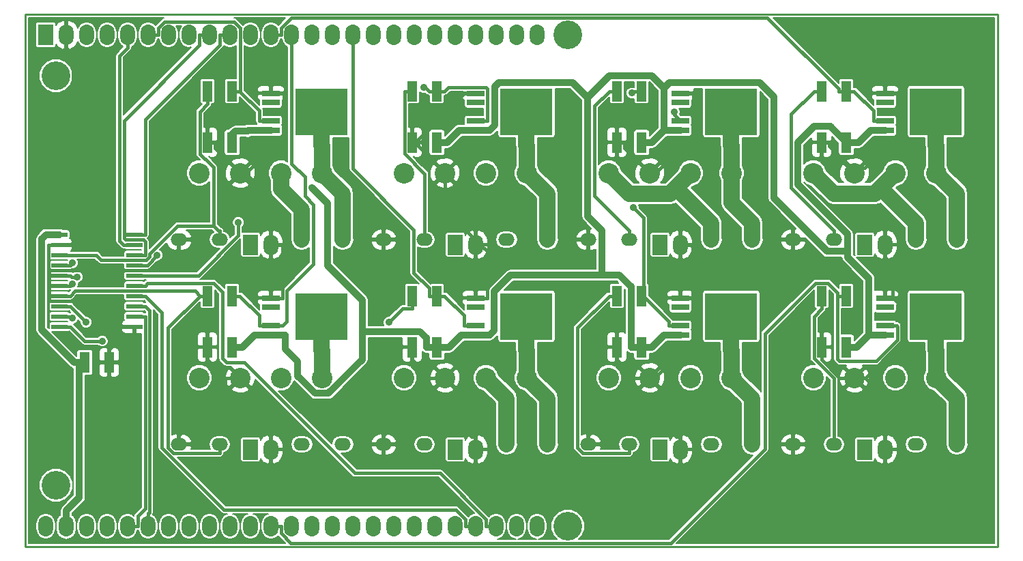
<source format=gbl>
G04 #@! TF.GenerationSoftware,KiCad,Pcbnew,no-vcs-found-7625~57~ubuntu16.04.1*
G04 #@! TF.CreationDate,2017-02-13T10:02:40-05:00*
G04 #@! TF.ProjectId,high_power_switch_controller_5x3,686967685F706F7765725F7377697463,1.0*
G04 #@! TF.FileFunction,Copper,L2,Bot,Signal*
G04 #@! TF.FilePolarity,Positive*
%FSLAX46Y46*%
G04 Gerber Fmt 4.6, Leading zero omitted, Abs format (unit mm)*
G04 Created by KiCad (PCBNEW no-vcs-found-7625~57~ubuntu16.04.1) date Mon Feb 13 10:02:40 2017*
%MOMM*%
%LPD*%
G01*
G04 APERTURE LIST*
%ADD10C,0.100000*%
%ADD11C,0.228600*%
%ADD12O,2.032000X1.524000*%
%ADD13O,1.854200X2.540000*%
%ADD14R,1.854200X2.540000*%
%ADD15C,3.556000*%
%ADD16R,1.270000X2.540000*%
%ADD17R,2.200000X0.800000*%
%ADD18R,6.400000X5.800000*%
%ADD19C,2.540000*%
%ADD20R,2.000000X0.600000*%
%ADD21C,0.889000*%
%ADD22C,0.406400*%
%ADD23C,0.812800*%
%ADD24C,2.032000*%
%ADD25C,0.203200*%
G04 APERTURE END LIST*
D10*
D11*
X190500000Y-72390000D02*
X69850000Y-72390000D01*
X190500000Y-138430000D02*
X190500000Y-72390000D01*
X69850000Y-138430000D02*
X190500000Y-138430000D01*
X69850000Y-72390000D02*
X69850000Y-138430000D01*
D12*
X88900000Y-100330000D03*
X93980000Y-100330000D03*
X114300000Y-100330000D03*
X119380000Y-100330000D03*
X139700000Y-100330000D03*
X144780000Y-100330000D03*
X165100000Y-100330000D03*
X170180000Y-100330000D03*
X88900000Y-125730000D03*
X93980000Y-125730000D03*
X114300000Y-125730000D03*
X119380000Y-125730000D03*
X139700000Y-125730000D03*
X144780000Y-125730000D03*
X165100000Y-125730000D03*
X170180000Y-125730000D03*
D13*
X74930000Y-74930000D03*
X77470000Y-74930000D03*
D14*
X72390000Y-74930000D03*
D13*
X80010000Y-74930000D03*
X82550000Y-74930000D03*
X85090000Y-74930000D03*
X87630000Y-74930000D03*
X90170000Y-74930000D03*
X92710000Y-74930000D03*
X95250000Y-74930000D03*
X97790000Y-74930000D03*
X100330000Y-74930000D03*
X102870000Y-74930000D03*
X105410000Y-74930000D03*
X107950000Y-74930000D03*
X110490000Y-74930000D03*
X110490000Y-135890000D03*
X107950000Y-135890000D03*
X105410000Y-135890000D03*
X102870000Y-135890000D03*
X100330000Y-135890000D03*
X97790000Y-135890000D03*
X95250000Y-135890000D03*
X92710000Y-135890000D03*
X90170000Y-135890000D03*
X87630000Y-135890000D03*
X85090000Y-135890000D03*
X82550000Y-135890000D03*
X80010000Y-135890000D03*
X77470000Y-135890000D03*
X74930000Y-135890000D03*
X72390000Y-135890000D03*
D15*
X73660000Y-80010000D03*
X73660000Y-130810000D03*
X137160000Y-135890000D03*
X137160000Y-74930000D03*
D13*
X113030000Y-135890000D03*
X115570000Y-135890000D03*
X118110000Y-135890000D03*
X120650000Y-135890000D03*
X123190000Y-135890000D03*
X125730000Y-135890000D03*
X128270000Y-135890000D03*
X130810000Y-135890000D03*
X133350000Y-135890000D03*
X113030000Y-74930000D03*
X115570000Y-74930000D03*
X118110000Y-74930000D03*
X120650000Y-74930000D03*
X123190000Y-74930000D03*
X125730000Y-74930000D03*
X128270000Y-74930000D03*
X130810000Y-74930000D03*
X133350000Y-74930000D03*
D16*
X80264000Y-115570000D03*
X77216000Y-115570000D03*
X92456000Y-88265000D03*
X95504000Y-88265000D03*
X117856000Y-88265000D03*
X120904000Y-88265000D03*
X143256000Y-88265000D03*
X146304000Y-88265000D03*
X171704000Y-88265000D03*
X168656000Y-88265000D03*
X92456000Y-113665000D03*
X95504000Y-113665000D03*
X117856000Y-113665000D03*
X120904000Y-113665000D03*
X146304000Y-113665000D03*
X143256000Y-113665000D03*
X171704000Y-113665000D03*
X168656000Y-113665000D03*
D17*
X100330000Y-82175000D03*
X100330000Y-83315000D03*
X100330000Y-85595000D03*
X100330000Y-86735000D03*
D18*
X106630000Y-84455000D03*
X132030000Y-84455000D03*
D17*
X125730000Y-86735000D03*
X125730000Y-85595000D03*
X125730000Y-83315000D03*
X125730000Y-82175000D03*
D18*
X157430000Y-84455000D03*
D17*
X151130000Y-86735000D03*
X151130000Y-85595000D03*
X151130000Y-83315000D03*
X151130000Y-82175000D03*
X176530000Y-82175000D03*
X176530000Y-83315000D03*
X176530000Y-85595000D03*
X176530000Y-86735000D03*
D18*
X182830000Y-84455000D03*
D17*
X100330000Y-107575000D03*
X100330000Y-108715000D03*
X100330000Y-110995000D03*
X100330000Y-112135000D03*
D18*
X106630000Y-109855000D03*
X132030000Y-109855000D03*
D17*
X125730000Y-112135000D03*
X125730000Y-110995000D03*
X125730000Y-108715000D03*
X125730000Y-107575000D03*
X151130000Y-107575000D03*
X151130000Y-108715000D03*
X151130000Y-110995000D03*
X151130000Y-112135000D03*
D18*
X157430000Y-109855000D03*
X182830000Y-109855000D03*
D17*
X176530000Y-112135000D03*
X176530000Y-110995000D03*
X176530000Y-108715000D03*
X176530000Y-107575000D03*
D16*
X95504000Y-81915000D03*
X92456000Y-81915000D03*
X120904000Y-81915000D03*
X117856000Y-81915000D03*
X146304000Y-81915000D03*
X143256000Y-81915000D03*
X171704000Y-81915000D03*
X168656000Y-81915000D03*
X92456000Y-107315000D03*
X95504000Y-107315000D03*
X117856000Y-107315000D03*
X120904000Y-107315000D03*
X143256000Y-107315000D03*
X146304000Y-107315000D03*
X171704000Y-107315000D03*
X168656000Y-107315000D03*
D19*
X132080000Y-92075000D03*
X116840000Y-92075000D03*
X121920000Y-92075000D03*
X127000000Y-92075000D03*
X182880000Y-92075000D03*
X167640000Y-92075000D03*
X172720000Y-92075000D03*
X177800000Y-92075000D03*
X132080000Y-117475000D03*
X116840000Y-117475000D03*
X121920000Y-117475000D03*
X127000000Y-117475000D03*
X177800000Y-117475000D03*
X172720000Y-117475000D03*
X167640000Y-117475000D03*
X182880000Y-117475000D03*
D20*
X74090000Y-99695000D03*
X74090000Y-100965000D03*
X74090000Y-102235000D03*
X74090000Y-103505000D03*
X74090000Y-104775000D03*
X74090000Y-106045000D03*
X74090000Y-107315000D03*
X74090000Y-108585000D03*
X74090000Y-109855000D03*
X74090000Y-111125000D03*
X83390000Y-111125000D03*
X83390000Y-109855000D03*
X83390000Y-108585000D03*
X83390000Y-107315000D03*
X83390000Y-106045000D03*
X83390000Y-104775000D03*
X83390000Y-103505000D03*
X83390000Y-102235000D03*
X83390000Y-100965000D03*
X83390000Y-99695000D03*
D14*
X97790000Y-100965000D03*
D13*
X100330000Y-100965000D03*
X125730000Y-100965000D03*
D14*
X123190000Y-100965000D03*
X148590000Y-100965000D03*
D13*
X151130000Y-100965000D03*
X176530000Y-100965000D03*
D14*
X173990000Y-100965000D03*
D13*
X100330000Y-126365000D03*
D14*
X97790000Y-126365000D03*
X123190000Y-126365000D03*
D13*
X125730000Y-126365000D03*
X151130000Y-126365000D03*
D14*
X148590000Y-126365000D03*
X173990000Y-126365000D03*
D13*
X176530000Y-126365000D03*
D19*
X106680000Y-92075000D03*
X91440000Y-92075000D03*
X96520000Y-92075000D03*
X101600000Y-92075000D03*
X152400000Y-92075000D03*
X147320000Y-92075000D03*
X142240000Y-92075000D03*
X157480000Y-92075000D03*
X101600000Y-117475000D03*
X96520000Y-117475000D03*
X91440000Y-117475000D03*
X106680000Y-117475000D03*
X157480000Y-117475000D03*
X142240000Y-117475000D03*
X147320000Y-117475000D03*
X152400000Y-117475000D03*
D12*
X104140000Y-100330000D03*
X109220000Y-100330000D03*
X134620000Y-100330000D03*
X129540000Y-100330000D03*
X160020000Y-100330000D03*
X154940000Y-100330000D03*
X180340000Y-100330000D03*
X185420000Y-100330000D03*
X109220000Y-125730000D03*
X104140000Y-125730000D03*
X129540000Y-125730000D03*
X134620000Y-125730000D03*
X160020000Y-125730000D03*
X154940000Y-125730000D03*
X180340000Y-125730000D03*
X185420000Y-125730000D03*
D21*
X97417800Y-86873800D03*
X105436500Y-93882600D03*
X119294400Y-81475000D03*
X145101400Y-82153500D03*
X150341200Y-84455000D03*
X145306700Y-96376200D03*
X75716000Y-103209200D03*
X76290700Y-104975300D03*
X75710800Y-105840400D03*
X77387500Y-110592400D03*
X114974600Y-110592400D03*
X75692700Y-110063600D03*
X79387000Y-112904600D03*
X86224300Y-102257500D03*
X96268100Y-98170700D03*
D22*
X151130000Y-100965000D02*
X152387300Y-100965000D01*
X168656000Y-113665000D02*
X168656000Y-115265200D01*
X170865800Y-117475000D02*
X168656000Y-115265200D01*
X172720000Y-117475000D02*
X170865800Y-117475000D01*
X143256000Y-113665000D02*
X143256000Y-115265200D01*
X93421200Y-88976200D02*
X93421200Y-88265000D01*
X96520000Y-92075000D02*
X93421200Y-88976200D01*
X92456000Y-88265000D02*
X93421200Y-88265000D01*
X117856000Y-113665000D02*
X117856000Y-115265200D01*
X125730000Y-100965000D02*
X126358700Y-100965000D01*
X100330000Y-82175000D02*
X101760200Y-82175000D01*
X139700000Y-125730000D02*
X139700000Y-124637800D01*
X145074500Y-117083700D02*
X145074500Y-117475000D01*
X143256000Y-115265200D02*
X145074500Y-117083700D01*
X101760200Y-101137900D02*
X101760200Y-107575000D01*
X101587300Y-100965000D02*
X101760200Y-101137900D01*
X100330000Y-107575000D02*
X101760200Y-107575000D01*
X100330000Y-100965000D02*
X101587300Y-100965000D01*
X100330000Y-95227400D02*
X100330000Y-100965000D01*
X97177600Y-92075000D02*
X100330000Y-95227400D01*
X101904600Y-87348000D02*
X97177600Y-92075000D01*
X101904600Y-82319400D02*
X101904600Y-87348000D01*
X101760200Y-82175000D02*
X101904600Y-82319400D01*
X97177600Y-92075000D02*
X96520000Y-92075000D01*
X114300000Y-125730000D02*
X114300000Y-124637800D01*
X119674500Y-117475000D02*
X121920000Y-117475000D01*
X119674500Y-117083700D02*
X119674500Y-117475000D01*
X117856000Y-115265200D02*
X119674500Y-117083700D01*
X165100000Y-100330000D02*
X165100000Y-101422200D01*
X80264000Y-115570000D02*
X80264000Y-113969800D01*
X92456000Y-113665000D02*
X92456000Y-115265200D01*
X96520000Y-117475000D02*
X94665800Y-117475000D01*
X94665800Y-117475000D02*
X92456000Y-115265200D01*
X88900000Y-125730000D02*
X88900000Y-124637800D01*
X100330000Y-126365000D02*
X100330000Y-124764800D01*
X100330000Y-124764800D02*
X94551500Y-118986300D01*
X94665800Y-118872000D02*
X94551500Y-118986300D01*
X94665800Y-117475000D02*
X94665800Y-118872000D01*
X94551500Y-118986300D02*
X88900000Y-124637800D01*
X125176000Y-124764800D02*
X119674500Y-119263300D01*
X125730000Y-124764800D02*
X125176000Y-124764800D01*
X119674500Y-117475000D02*
X119674500Y-119263300D01*
X119674500Y-119263300D02*
X114300000Y-124637800D01*
X125730000Y-126365000D02*
X125730000Y-124764800D01*
X139700000Y-100330000D02*
X139700000Y-101422200D01*
X125730000Y-107575000D02*
X127160200Y-107575000D01*
X127160200Y-101931100D02*
X127160200Y-107575000D01*
X127242500Y-101848800D02*
X127160200Y-101931100D01*
X139273400Y-101848800D02*
X127242500Y-101848800D01*
X139700000Y-101422200D02*
X139273400Y-101848800D01*
X127242500Y-101848800D02*
X126358700Y-100965000D01*
X150576000Y-124764800D02*
X145074500Y-119263300D01*
X151130000Y-124764800D02*
X150576000Y-124764800D01*
X145074500Y-117475000D02*
X145074500Y-119263300D01*
X145074500Y-119263300D02*
X139700000Y-124637800D01*
X151130000Y-126365000D02*
X151130000Y-124764800D01*
X144221200Y-88976200D02*
X144221200Y-88265000D01*
X147320000Y-92075000D02*
X144221200Y-88976200D01*
X143256000Y-88265000D02*
X144221200Y-88265000D01*
X147986700Y-92075000D02*
X147320000Y-92075000D01*
X152704600Y-87357100D02*
X147986700Y-92075000D01*
X152704600Y-82319400D02*
X152704600Y-87357100D01*
X152560200Y-82175000D02*
X152704600Y-82319400D01*
X151130000Y-82175000D02*
X152560200Y-82175000D01*
X168656000Y-88265000D02*
X169621200Y-88265000D01*
X176530000Y-107575000D02*
X177463400Y-107575000D01*
X177463400Y-107575000D02*
X177571000Y-107575000D01*
X177463400Y-103498600D02*
X176530000Y-102565200D01*
X177463400Y-107575000D02*
X177463400Y-103498600D01*
X176530000Y-100965000D02*
X176530000Y-102565200D01*
X176530000Y-82175000D02*
X177960200Y-82175000D01*
X172720000Y-92075000D02*
X172720000Y-91467900D01*
X172340600Y-91467900D02*
X172720000Y-91467900D01*
X169621200Y-88748500D02*
X172340600Y-91467900D01*
X169621200Y-88265000D02*
X169621200Y-88748500D01*
X178087600Y-82302400D02*
X177960200Y-82175000D01*
X178087600Y-87373500D02*
X178087600Y-82302400D01*
X173993200Y-91467900D02*
X178087600Y-87373500D01*
X172720000Y-91467900D02*
X173993200Y-91467900D01*
X75747300Y-77347500D02*
X74930000Y-76530200D01*
X75747300Y-100637900D02*
X75747300Y-77347500D01*
X75420200Y-100965000D02*
X75747300Y-100637900D01*
X74090000Y-100965000D02*
X75420200Y-100965000D01*
X74930000Y-74930000D02*
X74930000Y-76530200D01*
X88900000Y-100330000D02*
X88900000Y-101422200D01*
X74090000Y-100965000D02*
X72759800Y-100965000D01*
X80705200Y-113528600D02*
X80705200Y-111125000D01*
X80264000Y-113969800D02*
X80705200Y-113528600D01*
X80705200Y-111125000D02*
X83390000Y-111125000D01*
X72784800Y-104276900D02*
X72945500Y-104116200D01*
X72784800Y-107757600D02*
X72784800Y-104276900D01*
X73007000Y-107979800D02*
X72784800Y-107757600D01*
X77560000Y-107979800D02*
X73007000Y-107979800D01*
X80705200Y-111125000D02*
X77560000Y-107979800D01*
X86206000Y-104116200D02*
X72945500Y-104116200D01*
X88900000Y-101422200D02*
X86206000Y-104116200D01*
X72759800Y-103930500D02*
X72759800Y-100965000D01*
X72945500Y-104116200D02*
X72759800Y-103930500D01*
X117856000Y-88265000D02*
X118579900Y-88265000D01*
X118579900Y-87894900D02*
X124299800Y-82175000D01*
X118579900Y-88265000D02*
X118579900Y-87894900D01*
X125730000Y-82175000D02*
X124299800Y-82175000D01*
X121920000Y-96526300D02*
X121920000Y-92075000D01*
X126358700Y-100965000D02*
X121920000Y-96526300D01*
X118579900Y-88734900D02*
X118579900Y-88265000D01*
X121920000Y-92075000D02*
X118579900Y-88734900D01*
X176530000Y-119908800D02*
X176530000Y-126365000D01*
X174096200Y-117475000D02*
X176530000Y-119908800D01*
X178597400Y-112973800D02*
X174096200Y-117475000D01*
X178597400Y-108601400D02*
X178597400Y-112973800D01*
X177571000Y-107575000D02*
X178597400Y-108601400D01*
X174096200Y-117475000D02*
X172720000Y-117475000D01*
X151130000Y-107575000D02*
X152560200Y-107575000D01*
X164709400Y-101812800D02*
X165100000Y-101422200D01*
X152687600Y-101812800D02*
X164709400Y-101812800D01*
X152687600Y-101265300D02*
X152687600Y-101812800D01*
X152387300Y-100965000D02*
X152687600Y-101265300D01*
X152687600Y-107447600D02*
X152560200Y-107575000D01*
X152687600Y-101812800D02*
X152687600Y-107447600D01*
X145074500Y-117475000D02*
X147320000Y-117475000D01*
X152687600Y-107702400D02*
X152560200Y-107575000D01*
X152687600Y-112726200D02*
X152687600Y-107702400D01*
X147938800Y-117475000D02*
X152687600Y-112726200D01*
X147320000Y-117475000D02*
X147938800Y-117475000D01*
D23*
X146304000Y-88265000D02*
X147599700Y-88265000D01*
X120904000Y-88265000D02*
X122199700Y-88265000D01*
X149129700Y-112135000D02*
X147599700Y-113665000D01*
X151130000Y-112135000D02*
X149129700Y-112135000D01*
X146304000Y-113665000D02*
X147599700Y-113665000D01*
X125588700Y-112135000D02*
X123969300Y-112135000D01*
X95504000Y-113665000D02*
X96799700Y-113665000D01*
X98329700Y-112135000D02*
X96799700Y-113665000D01*
X100330000Y-112135000D02*
X98329700Y-112135000D01*
X95504000Y-88265000D02*
X95504000Y-87299600D01*
X100330000Y-86735000D02*
X98569300Y-86735000D01*
X176530000Y-86735000D02*
X174769300Y-86735000D01*
X97556600Y-86735000D02*
X98569300Y-86735000D01*
X97417800Y-86873800D02*
X97556600Y-86735000D01*
X95929800Y-86873800D02*
X97417800Y-86873800D01*
X95504000Y-87299600D02*
X95929800Y-86873800D01*
X100330000Y-112135000D02*
X102090700Y-112135000D01*
X122439300Y-113665000D02*
X120904000Y-113665000D01*
X123969300Y-112135000D02*
X122439300Y-113665000D01*
X120904000Y-113665000D02*
X119608300Y-113665000D01*
X123729700Y-86735000D02*
X125730000Y-86735000D01*
X122199700Y-88265000D02*
X123729700Y-86735000D01*
X125730000Y-86735000D02*
X127490700Y-86735000D01*
X151130000Y-86735000D02*
X149129700Y-86735000D01*
X149129700Y-86735000D02*
X147599700Y-88265000D01*
X173239300Y-88265000D02*
X171704000Y-88265000D01*
X174769300Y-86735000D02*
X173239300Y-88265000D01*
X171704000Y-113665000D02*
X172999700Y-113665000D01*
X176530000Y-112135000D02*
X174529700Y-112135000D01*
X174529700Y-112135000D02*
X172999700Y-113665000D01*
X149129700Y-86735000D02*
X149129700Y-81519300D01*
X119608300Y-112531300D02*
X119608300Y-113665000D01*
X118811200Y-111734200D02*
X119608300Y-112531300D01*
X111678900Y-111734200D02*
X118811200Y-111734200D01*
X111678900Y-115210500D02*
X111678900Y-111734200D01*
X107479500Y-119409900D02*
X111678900Y-115210500D01*
X105826300Y-119409900D02*
X107479500Y-119409900D01*
X103647000Y-117230600D02*
X105826300Y-119409900D01*
X103647000Y-115452000D02*
X103647000Y-117230600D01*
X102090700Y-113895700D02*
X103647000Y-115452000D01*
X102090700Y-112135000D02*
X102090700Y-113895700D01*
X107393600Y-95839700D02*
X105436500Y-93882600D01*
X107393600Y-103544200D02*
X107393600Y-95839700D01*
X111678900Y-107829500D02*
X107393600Y-103544200D01*
X111678900Y-111734200D02*
X111678900Y-107829500D01*
X128096700Y-86129000D02*
X127490700Y-86735000D01*
X128096700Y-81350000D02*
X128096700Y-86129000D01*
X128584000Y-80862700D02*
X128096700Y-81350000D01*
X137744200Y-80862700D02*
X128584000Y-80862700D01*
X139606100Y-82724600D02*
X137744200Y-80862700D01*
X142346500Y-79984200D02*
X139606100Y-82724600D01*
X147594600Y-79984200D02*
X142346500Y-79984200D01*
X149129700Y-81519300D02*
X147594600Y-79984200D01*
X146304000Y-113665000D02*
X145008300Y-113665000D01*
X125588700Y-112135000D02*
X125730000Y-112135000D01*
X141378700Y-99194800D02*
X141378700Y-104732000D01*
X139606100Y-97422200D02*
X141378700Y-99194800D01*
X139606100Y-82724600D02*
X139606100Y-97422200D01*
X130048000Y-104732000D02*
X141378700Y-104732000D01*
X128024200Y-106755800D02*
X130048000Y-104732000D01*
X128024200Y-111601500D02*
X128024200Y-106755800D01*
X127490700Y-112135000D02*
X128024200Y-111601500D01*
X145008300Y-106206500D02*
X145008300Y-113665000D01*
X143533800Y-104732000D02*
X145008300Y-106206500D01*
X141378700Y-104732000D02*
X143533800Y-104732000D01*
X125730000Y-112135000D02*
X127490700Y-112135000D01*
X149776500Y-80872500D02*
X149129700Y-81519300D01*
X160950500Y-80872500D02*
X149776500Y-80872500D01*
X162723200Y-82645200D02*
X160950500Y-80872500D01*
X162723200Y-95168000D02*
X162723200Y-82645200D01*
X169338200Y-101783000D02*
X162723200Y-95168000D01*
X171868700Y-101783000D02*
X169338200Y-101783000D01*
X171868700Y-99681100D02*
X171868700Y-101783000D01*
X165690700Y-93503100D02*
X171868700Y-99681100D01*
X165690700Y-88339300D02*
X165690700Y-93503100D01*
X167742800Y-86287200D02*
X165690700Y-88339300D01*
X169726200Y-86287200D02*
X167742800Y-86287200D01*
X171704000Y-88265000D02*
X169726200Y-86287200D01*
X174529700Y-105144700D02*
X174529700Y-112135000D01*
X171868700Y-102483700D02*
X174529700Y-105144700D01*
X171868700Y-101783000D02*
X171868700Y-102483700D01*
X71883200Y-111532900D02*
X75920300Y-115570000D01*
X71883200Y-100241100D02*
X71883200Y-111532900D01*
X72429300Y-99695000D02*
X71883200Y-100241100D01*
X74090000Y-99695000D02*
X72429300Y-99695000D01*
X77216000Y-115570000D02*
X76568200Y-115570000D01*
X76568200Y-115570000D02*
X75920300Y-115570000D01*
X76568200Y-132321100D02*
X74930000Y-133959300D01*
X76568200Y-115570000D02*
X76568200Y-132321100D01*
X74930000Y-135890000D02*
X74930000Y-133959300D01*
D22*
X98899800Y-84345600D02*
X96469200Y-81915000D01*
X98899800Y-85595000D02*
X98899800Y-84345600D01*
X100330000Y-85595000D02*
X98899800Y-85595000D01*
X95504000Y-81915000D02*
X96348600Y-81915000D01*
X96348600Y-81915000D02*
X96469200Y-81915000D01*
X86347300Y-74066100D02*
X86347300Y-74930000D01*
X87108900Y-73304500D02*
X86347300Y-74066100D01*
X95721600Y-73304500D02*
X87108900Y-73304500D01*
X96520000Y-74102900D02*
X95721600Y-73304500D01*
X96520000Y-81864200D02*
X96520000Y-74102900D01*
X96469200Y-81915000D02*
X96520000Y-81864200D01*
X85090000Y-74930000D02*
X86347300Y-74930000D01*
D24*
X106630000Y-84455000D02*
X106630000Y-88625300D01*
X106680000Y-88675300D02*
X106630000Y-88625300D01*
X106680000Y-92075000D02*
X106680000Y-88675300D01*
X109220000Y-94615000D02*
X106680000Y-92075000D01*
X109220000Y-100330000D02*
X109220000Y-94615000D01*
X132030000Y-84455000D02*
X132030000Y-88625300D01*
X132080000Y-88675300D02*
X132080000Y-92075000D01*
X132030000Y-88625300D02*
X132080000Y-88675300D01*
X134620000Y-94615000D02*
X134620000Y-100330000D01*
X132080000Y-92075000D02*
X134620000Y-94615000D01*
D22*
X119498800Y-81475000D02*
X119294400Y-81475000D01*
X119938800Y-81915000D02*
X119498800Y-81475000D01*
X120904000Y-81915000D02*
X119938800Y-81915000D01*
X122346400Y-81437800D02*
X121869200Y-81915000D01*
X126966000Y-81437800D02*
X122346400Y-81437800D01*
X127160200Y-81632000D02*
X126966000Y-81437800D01*
X127160200Y-85595000D02*
X127160200Y-81632000D01*
X125730000Y-85595000D02*
X127160200Y-85595000D01*
X120904000Y-81915000D02*
X121869200Y-81915000D01*
D24*
X157430000Y-84455000D02*
X157430000Y-88625300D01*
X157480000Y-88675300D02*
X157480000Y-92075000D01*
X157430000Y-88625300D02*
X157480000Y-88675300D01*
X157480000Y-95757700D02*
X160020000Y-98297700D01*
X157480000Y-92075000D02*
X157480000Y-95757700D01*
X160020000Y-100330000D02*
X160020000Y-98297700D01*
D22*
X145338800Y-81916100D02*
X145338800Y-81915000D01*
X145101400Y-82153500D02*
X145338800Y-81916100D01*
X146304000Y-81915000D02*
X145338800Y-81915000D01*
X150341200Y-84806200D02*
X150341200Y-84455000D01*
X151130000Y-85595000D02*
X150341200Y-84806200D01*
X170738800Y-81643500D02*
X170738800Y-81915000D01*
X161893700Y-72798400D02*
X170738800Y-81643500D01*
X102854500Y-72798400D02*
X161893700Y-72798400D01*
X101587300Y-74065600D02*
X102854500Y-72798400D01*
X101587300Y-74930000D02*
X101587300Y-74065600D01*
X100330000Y-74930000D02*
X101587300Y-74930000D01*
X171704000Y-81915000D02*
X170738800Y-81915000D01*
X175099800Y-84345600D02*
X172669200Y-81915000D01*
X175099800Y-85595000D02*
X175099800Y-84345600D01*
X176530000Y-85595000D02*
X175099800Y-85595000D01*
X171704000Y-81915000D02*
X172669200Y-81915000D01*
D24*
X182830000Y-84455000D02*
X182830000Y-88625300D01*
X182880000Y-88675300D02*
X182830000Y-88625300D01*
X182880000Y-92075000D02*
X182880000Y-88675300D01*
X185420000Y-94615000D02*
X182880000Y-92075000D01*
X185420000Y-100330000D02*
X185420000Y-94615000D01*
D22*
X95504000Y-107315000D02*
X96469200Y-107315000D01*
X98899800Y-109745600D02*
X96469200Y-107315000D01*
X98899800Y-110995000D02*
X98899800Y-109745600D01*
X100330000Y-110995000D02*
X98899800Y-110995000D01*
X100330000Y-110995000D02*
X101760200Y-110995000D01*
X102268600Y-110486600D02*
X101760200Y-110995000D01*
X102268600Y-106713200D02*
X102268600Y-110486600D01*
X105616600Y-103365200D02*
X102268600Y-106713200D01*
X105616600Y-96025500D02*
X105616600Y-103365200D01*
X104534500Y-94943400D02*
X105616600Y-96025500D01*
X104534500Y-92566300D02*
X104534500Y-94943400D01*
X102870000Y-90901800D02*
X104534500Y-92566300D01*
X102870000Y-74930000D02*
X102870000Y-90901800D01*
D24*
X106680000Y-114075300D02*
X106630000Y-114025300D01*
X106680000Y-117475000D02*
X106680000Y-114075300D01*
X106630000Y-109855000D02*
X106630000Y-114025300D01*
X132030000Y-109855000D02*
X132030000Y-114025300D01*
X134620000Y-120015000D02*
X132080000Y-117475000D01*
X134620000Y-125730000D02*
X134620000Y-120015000D01*
X132080000Y-114075300D02*
X132030000Y-114025300D01*
X132080000Y-117475000D02*
X132080000Y-114075300D01*
D22*
X110490000Y-91538300D02*
X110490000Y-74930000D01*
X118058800Y-99107100D02*
X110490000Y-91538300D01*
X118058800Y-104469800D02*
X118058800Y-99107100D01*
X119938800Y-106349800D02*
X118058800Y-104469800D01*
X119938800Y-107315000D02*
X119938800Y-106349800D01*
X120904000Y-107315000D02*
X119938800Y-107315000D01*
X124299800Y-109745600D02*
X121869200Y-107315000D01*
X124299800Y-110995000D02*
X124299800Y-109745600D01*
X125730000Y-110995000D02*
X124299800Y-110995000D01*
X120904000Y-107315000D02*
X121869200Y-107315000D01*
X146304000Y-107315000D02*
X146545300Y-107315000D01*
X149699800Y-110469500D02*
X146545300Y-107315000D01*
X149699800Y-110995000D02*
X149699800Y-110469500D01*
X151130000Y-110995000D02*
X149699800Y-110995000D01*
X146545300Y-97614800D02*
X145306700Y-96376200D01*
X146545300Y-107315000D02*
X146545300Y-97614800D01*
D24*
X157430000Y-109855000D02*
X157430000Y-114025300D01*
X157480000Y-114075300D02*
X157480000Y-117475000D01*
X157430000Y-114025300D02*
X157480000Y-114075300D01*
X160020000Y-120015000D02*
X160020000Y-125730000D01*
X157480000Y-117475000D02*
X160020000Y-120015000D01*
X182830000Y-109855000D02*
X182830000Y-114025300D01*
X182880000Y-114075300D02*
X182830000Y-114025300D01*
X182880000Y-117475000D02*
X182880000Y-114075300D01*
X185420000Y-120015000D02*
X182880000Y-117475000D01*
X185420000Y-125730000D02*
X185420000Y-120015000D01*
D22*
X176530000Y-110995000D02*
X177960200Y-110995000D01*
X171704000Y-107315000D02*
X170738800Y-107315000D01*
X100330000Y-135890000D02*
X101587300Y-135890000D01*
X170611400Y-107315000D02*
X170738800Y-107315000D01*
X170611400Y-115129300D02*
X170611400Y-107315000D01*
X170874700Y-115392600D02*
X170611400Y-115129300D01*
X175459600Y-115392600D02*
X170874700Y-115392600D01*
X178088300Y-112763900D02*
X175459600Y-115392600D01*
X178088300Y-111123100D02*
X178088300Y-112763900D01*
X177960200Y-110995000D02*
X178088300Y-111123100D01*
X101587300Y-136754500D02*
X101587300Y-135890000D01*
X102811000Y-137978200D02*
X101587300Y-136754500D01*
X149902300Y-137978200D02*
X102811000Y-137978200D01*
X161590900Y-126289600D02*
X149902300Y-137978200D01*
X161590900Y-112026300D02*
X161590900Y-126289600D01*
X167877400Y-105739800D02*
X161590900Y-112026300D01*
X169446700Y-105739800D02*
X167877400Y-105739800D01*
X170611400Y-106904500D02*
X169446700Y-105739800D01*
X170611400Y-107315000D02*
X170611400Y-106904500D01*
X92456000Y-81915000D02*
X92456000Y-83515200D01*
X91505000Y-84466200D02*
X92456000Y-83515200D01*
X91505000Y-89725200D02*
X91505000Y-84466200D01*
X92127200Y-90347400D02*
X91505000Y-89725200D01*
X92214500Y-90347400D02*
X92127200Y-90347400D01*
X93207600Y-91340500D02*
X92214500Y-90347400D01*
X93207600Y-98623900D02*
X93207600Y-91340500D01*
X88731700Y-98623900D02*
X93207600Y-98623900D01*
X85228600Y-102127000D02*
X88731700Y-98623900D01*
X85228600Y-102449900D02*
X85228600Y-102127000D01*
X84838300Y-102840200D02*
X85228600Y-102449900D01*
X79223000Y-102840200D02*
X84838300Y-102840200D01*
X78617800Y-102235000D02*
X79223000Y-102840200D01*
X74090000Y-102235000D02*
X78617800Y-102235000D01*
X93821500Y-99237800D02*
X93980000Y-99237800D01*
X93207600Y-98623900D02*
X93821500Y-99237800D01*
X93980000Y-100330000D02*
X93980000Y-99237800D01*
D24*
X104140000Y-96632800D02*
X104140000Y-100330000D01*
X101600000Y-94092800D02*
X104140000Y-96632800D01*
X101600000Y-92075000D02*
X101600000Y-94092800D01*
D22*
X119380000Y-92171700D02*
X119380000Y-100330000D01*
X116890800Y-89682500D02*
X119380000Y-92171700D01*
X116890800Y-81915000D02*
X116890800Y-89682500D01*
X117856000Y-81915000D02*
X116890800Y-81915000D01*
X74090000Y-103505000D02*
X75420200Y-103505000D01*
X75420200Y-103505000D02*
X75716000Y-103209200D01*
X140470100Y-83735700D02*
X142290800Y-81915000D01*
X140470100Y-94927900D02*
X140470100Y-83735700D01*
X144780000Y-99237800D02*
X140470100Y-94927900D01*
X144780000Y-100330000D02*
X144780000Y-99237800D01*
X143256000Y-81915000D02*
X142290800Y-81915000D01*
X74090000Y-104775000D02*
X75420200Y-104775000D01*
X75620500Y-104975300D02*
X75420200Y-104775000D01*
X76290700Y-104975300D02*
X75620500Y-104975300D01*
D24*
X154940000Y-100330000D02*
X154940000Y-98297700D01*
X150558700Y-93916300D02*
X154940000Y-98297700D01*
X149848200Y-94626800D02*
X150558700Y-93916300D01*
X144791800Y-94626800D02*
X149848200Y-94626800D01*
X142240000Y-92075000D02*
X144791800Y-94626800D01*
X150558700Y-93916300D02*
X152400000Y-92075000D01*
D22*
X74090000Y-106045000D02*
X75420200Y-106045000D01*
X75624800Y-105840400D02*
X75420200Y-106045000D01*
X75710800Y-105840400D02*
X75624800Y-105840400D01*
X164824500Y-84781300D02*
X167690800Y-81915000D01*
X164824500Y-93882300D02*
X164824500Y-84781300D01*
X170180000Y-99237800D02*
X164824500Y-93882300D01*
X170180000Y-100330000D02*
X170180000Y-99237800D01*
X168656000Y-81915000D02*
X167690800Y-81915000D01*
D24*
X180340000Y-100330000D02*
X180340000Y-98297700D01*
X180340000Y-98297700D02*
X175958700Y-93916300D01*
X177800000Y-92075000D02*
X175958700Y-93916300D01*
X170190400Y-94625400D02*
X167640000Y-92075000D01*
X175249600Y-94625400D02*
X170190400Y-94625400D01*
X175958700Y-93916300D02*
X175249600Y-94625400D01*
D22*
X92456000Y-107315000D02*
X91490800Y-107315000D01*
X74090000Y-107315000D02*
X75420200Y-107315000D01*
X87520700Y-111285100D02*
X91490800Y-107315000D01*
X87520700Y-126119500D02*
X87520700Y-111285100D01*
X88223400Y-126822200D02*
X87520700Y-126119500D01*
X93980000Y-126822200D02*
X88223400Y-126822200D01*
X93980000Y-125730000D02*
X93980000Y-126822200D01*
X90885700Y-106709900D02*
X91490800Y-107315000D01*
X76025300Y-106709900D02*
X90885700Y-106709900D01*
X75420200Y-107315000D02*
X76025300Y-106709900D01*
X75420200Y-108625100D02*
X77387500Y-110592400D01*
X75420200Y-108585000D02*
X75420200Y-108625100D01*
X74090000Y-108585000D02*
X75420200Y-108585000D01*
X116651800Y-108915200D02*
X114974600Y-110592400D01*
X117856000Y-108915200D02*
X116651800Y-108915200D01*
X117856000Y-107315000D02*
X117856000Y-108915200D01*
D24*
X129540000Y-120015000D02*
X127000000Y-117475000D01*
X129540000Y-125730000D02*
X129540000Y-120015000D01*
D22*
X74090000Y-109855000D02*
X75420200Y-109855000D01*
X138322200Y-111283600D02*
X142290800Y-107315000D01*
X138322200Y-126123800D02*
X138322200Y-111283600D01*
X139020600Y-126822200D02*
X138322200Y-126123800D01*
X144780000Y-126822200D02*
X139020600Y-126822200D01*
X144780000Y-125730000D02*
X144780000Y-126822200D01*
X143256000Y-107315000D02*
X142290800Y-107315000D01*
X75628800Y-110063600D02*
X75692700Y-110063600D01*
X75420200Y-109855000D02*
X75628800Y-110063600D01*
X167715800Y-109855400D02*
X168656000Y-108915200D01*
X167715800Y-115075900D02*
X167715800Y-109855400D01*
X170180000Y-117540100D02*
X167715800Y-115075900D01*
X170180000Y-125730000D02*
X170180000Y-117540100D01*
X168656000Y-107315000D02*
X168656000Y-108915200D01*
X77199800Y-112904600D02*
X75420200Y-111125000D01*
X79387000Y-112904600D02*
X77199800Y-112904600D01*
X74090000Y-111125000D02*
X75420200Y-111125000D01*
X83390000Y-100965000D02*
X82059800Y-100965000D01*
X82550000Y-74930000D02*
X82550000Y-76530200D01*
X81551500Y-100456700D02*
X82059800Y-100965000D01*
X81551500Y-77528700D02*
X81551500Y-100456700D01*
X82550000Y-76530200D02*
X81551500Y-77528700D01*
X91452700Y-76187300D02*
X91452700Y-74930000D01*
X82084800Y-85555200D02*
X91452700Y-76187300D01*
X82084800Y-100155100D02*
X82084800Y-85555200D01*
X82289500Y-100359800D02*
X82084800Y-100155100D01*
X84516300Y-100359800D02*
X82289500Y-100359800D01*
X84720200Y-100563700D02*
X84516300Y-100359800D01*
X84720200Y-102235000D02*
X84720200Y-100563700D01*
X83390000Y-102235000D02*
X84720200Y-102235000D01*
X92710000Y-74930000D02*
X91452700Y-74930000D01*
X83390000Y-108585000D02*
X84720200Y-108585000D01*
X85090000Y-135890000D02*
X85090000Y-134289800D01*
X85228500Y-109093300D02*
X84720200Y-108585000D01*
X85228500Y-134151300D02*
X85228500Y-109093300D01*
X85090000Y-134289800D02*
X85228500Y-134151300D01*
X83807300Y-134632700D02*
X83807300Y-135890000D01*
X84720200Y-133719800D02*
X83807300Y-134632700D01*
X84720200Y-109855000D02*
X84720200Y-133719800D01*
X83390000Y-109855000D02*
X84720200Y-109855000D01*
X82550000Y-135890000D02*
X83807300Y-135890000D01*
X124472700Y-135026100D02*
X124472700Y-135890000D01*
X123287700Y-133841100D02*
X124472700Y-135026100D01*
X94492800Y-133841100D02*
X123287700Y-133841100D01*
X86800400Y-126148700D02*
X94492800Y-133841100D01*
X86800400Y-109395200D02*
X86800400Y-126148700D01*
X84720200Y-107315000D02*
X86800400Y-109395200D01*
X83390000Y-107315000D02*
X84720200Y-107315000D01*
X125730000Y-135890000D02*
X124472700Y-135890000D01*
X85025400Y-105739800D02*
X84720200Y-106045000D01*
X93229900Y-105739800D02*
X85025400Y-105739800D01*
X94355400Y-106865300D02*
X93229900Y-105739800D01*
X94355400Y-115088600D02*
X94355400Y-106865300D01*
X94797200Y-115530400D02*
X94355400Y-115088600D01*
X96993900Y-115530400D02*
X94797200Y-115530400D01*
X110777500Y-129314000D02*
X96993900Y-115530400D01*
X121301100Y-129314000D02*
X110777500Y-129314000D01*
X127012700Y-135025600D02*
X121301100Y-129314000D01*
X127012700Y-135890000D02*
X127012700Y-135025600D01*
X128270000Y-135890000D02*
X127012700Y-135890000D01*
X83390000Y-106045000D02*
X84720200Y-106045000D01*
X84976800Y-103505000D02*
X86224300Y-102257500D01*
X83390000Y-103505000D02*
X84976800Y-103505000D01*
X96268100Y-99820000D02*
X96268100Y-98170700D01*
X91313100Y-104775000D02*
X96268100Y-99820000D01*
X83390000Y-104775000D02*
X91313100Y-104775000D01*
X83390000Y-99695000D02*
X84720200Y-99695000D01*
X95250000Y-74930000D02*
X93992700Y-74930000D01*
X93992700Y-76187400D02*
X93992700Y-74930000D01*
X84720200Y-85459900D02*
X93992700Y-76187400D01*
X84720200Y-99695000D02*
X84720200Y-85459900D01*
D25*
G36*
X190080900Y-138010900D02*
X150588020Y-138010900D01*
X161950110Y-126648810D01*
X162060231Y-126484003D01*
X162098900Y-126289600D01*
X162098900Y-126093761D01*
X163523516Y-126093761D01*
X163530546Y-126150299D01*
X163791520Y-126621708D01*
X164213030Y-126957363D01*
X164730904Y-127106163D01*
X164947600Y-126954825D01*
X164947600Y-125882400D01*
X165252400Y-125882400D01*
X165252400Y-126954825D01*
X165469096Y-127106163D01*
X165986970Y-126957363D01*
X166408480Y-126621708D01*
X166669454Y-126150299D01*
X166676484Y-126093761D01*
X166563637Y-125882400D01*
X165252400Y-125882400D01*
X164947600Y-125882400D01*
X163636363Y-125882400D01*
X163523516Y-126093761D01*
X162098900Y-126093761D01*
X162098900Y-125366239D01*
X163523516Y-125366239D01*
X163636363Y-125577600D01*
X164947600Y-125577600D01*
X164947600Y-124505175D01*
X165252400Y-124505175D01*
X165252400Y-125577600D01*
X166563637Y-125577600D01*
X166676484Y-125366239D01*
X166669454Y-125309701D01*
X166408480Y-124838292D01*
X165986970Y-124502637D01*
X165469096Y-124353837D01*
X165252400Y-124505175D01*
X164947600Y-124505175D01*
X164730904Y-124353837D01*
X164213030Y-124502637D01*
X163791520Y-124838292D01*
X163530546Y-125309701D01*
X163523516Y-125366239D01*
X162098900Y-125366239D01*
X162098900Y-112236720D01*
X167710229Y-106625392D01*
X167710229Y-108585000D01*
X167733885Y-108703927D01*
X167801252Y-108804748D01*
X167902073Y-108872115D01*
X167967625Y-108885154D01*
X167356590Y-109496190D01*
X167246469Y-109660997D01*
X167207800Y-109855400D01*
X167207800Y-115075900D01*
X167246469Y-115270303D01*
X167356590Y-115435110D01*
X167770994Y-115849514D01*
X167318067Y-115849119D01*
X166720375Y-116096080D01*
X166262687Y-116552970D01*
X166014683Y-117150230D01*
X166014119Y-117796933D01*
X166261080Y-118394625D01*
X166717970Y-118852313D01*
X167315230Y-119100317D01*
X167961933Y-119100881D01*
X168559625Y-118853920D01*
X169017313Y-118397030D01*
X169265317Y-117799770D01*
X169265714Y-117344234D01*
X169672000Y-117750520D01*
X169672000Y-124708576D01*
X169491877Y-124744405D01*
X169145782Y-124975658D01*
X168914529Y-125321753D01*
X168833324Y-125730000D01*
X168914529Y-126138247D01*
X169145782Y-126484342D01*
X169491877Y-126715595D01*
X169900124Y-126796800D01*
X170459876Y-126796800D01*
X170868123Y-126715595D01*
X171214218Y-126484342D01*
X171445471Y-126138247D01*
X171526676Y-125730000D01*
X171445471Y-125321753D01*
X171293960Y-125095000D01*
X172752129Y-125095000D01*
X172752129Y-127635000D01*
X172775785Y-127753927D01*
X172843152Y-127854748D01*
X172943973Y-127922115D01*
X173062900Y-127945771D01*
X174917100Y-127945771D01*
X175036027Y-127922115D01*
X175136848Y-127854748D01*
X175204215Y-127753927D01*
X175227871Y-127635000D01*
X175227871Y-127508898D01*
X175551152Y-127902274D01*
X176082730Y-128185947D01*
X176140269Y-128194357D01*
X176377600Y-128083785D01*
X176377600Y-126517400D01*
X176682400Y-126517400D01*
X176682400Y-128083785D01*
X176919731Y-128194357D01*
X176977270Y-128185947D01*
X177508848Y-127902274D01*
X177891405Y-127436769D01*
X178066700Y-126860300D01*
X178066700Y-126517400D01*
X176682400Y-126517400D01*
X176377600Y-126517400D01*
X176357600Y-126517400D01*
X176357600Y-126212600D01*
X176377600Y-126212600D01*
X176377600Y-124646215D01*
X176682400Y-124646215D01*
X176682400Y-126212600D01*
X178066700Y-126212600D01*
X178066700Y-125869700D01*
X178024220Y-125730000D01*
X178941529Y-125730000D01*
X179026601Y-126157687D01*
X179268866Y-126520263D01*
X179631442Y-126762528D01*
X180059129Y-126847600D01*
X180620871Y-126847600D01*
X181048558Y-126762528D01*
X181411134Y-126520263D01*
X181653399Y-126157687D01*
X181738471Y-125730000D01*
X181653399Y-125302313D01*
X181411134Y-124939737D01*
X181048558Y-124697472D01*
X180620871Y-124612400D01*
X180059129Y-124612400D01*
X179631442Y-124697472D01*
X179268866Y-124939737D01*
X179026601Y-125302313D01*
X178941529Y-125730000D01*
X178024220Y-125730000D01*
X177891405Y-125293231D01*
X177508848Y-124827726D01*
X176977270Y-124544053D01*
X176919731Y-124535643D01*
X176682400Y-124646215D01*
X176377600Y-124646215D01*
X176140269Y-124535643D01*
X176082730Y-124544053D01*
X175551152Y-124827726D01*
X175227871Y-125221102D01*
X175227871Y-125095000D01*
X175204215Y-124976073D01*
X175136848Y-124875252D01*
X175036027Y-124807885D01*
X174917100Y-124784229D01*
X173062900Y-124784229D01*
X172943973Y-124807885D01*
X172843152Y-124875252D01*
X172775785Y-124976073D01*
X172752129Y-125095000D01*
X171293960Y-125095000D01*
X171214218Y-124975658D01*
X170868123Y-124744405D01*
X170688000Y-124708576D01*
X170688000Y-118825452D01*
X171585074Y-118825452D01*
X171720415Y-119110088D01*
X172422225Y-119368149D01*
X173169368Y-119337995D01*
X173719585Y-119110088D01*
X173854926Y-118825452D01*
X172720000Y-117690526D01*
X171585074Y-118825452D01*
X170688000Y-118825452D01*
X170688000Y-117540100D01*
X170649331Y-117345697D01*
X170539210Y-117180890D01*
X170535545Y-117177225D01*
X170826851Y-117177225D01*
X170857005Y-117924368D01*
X171084912Y-118474585D01*
X171369548Y-118609926D01*
X172504474Y-117475000D01*
X172935526Y-117475000D01*
X174070452Y-118609926D01*
X174355088Y-118474585D01*
X174604265Y-117796933D01*
X176174119Y-117796933D01*
X176421080Y-118394625D01*
X176877970Y-118852313D01*
X177475230Y-119100317D01*
X178121933Y-119100881D01*
X178719625Y-118853920D01*
X179177313Y-118397030D01*
X179425317Y-117799770D01*
X179425881Y-117153067D01*
X179178920Y-116555375D01*
X178722030Y-116097687D01*
X178124770Y-115849683D01*
X177478067Y-115849119D01*
X176880375Y-116096080D01*
X176422687Y-116552970D01*
X176174683Y-117150230D01*
X176174119Y-117796933D01*
X174604265Y-117796933D01*
X174613149Y-117772775D01*
X174582995Y-117025632D01*
X174355088Y-116475415D01*
X174070452Y-116340074D01*
X172935526Y-117475000D01*
X172504474Y-117475000D01*
X171369548Y-116340074D01*
X171084912Y-116475415D01*
X170826851Y-117177225D01*
X170535545Y-117177225D01*
X168808402Y-115450082D01*
X168808402Y-115392202D01*
X168960800Y-115544600D01*
X169412257Y-115544600D01*
X169636311Y-115451794D01*
X169807794Y-115280311D01*
X169900600Y-115056257D01*
X169900600Y-113969800D01*
X169748200Y-113817400D01*
X168808400Y-113817400D01*
X168808400Y-113837400D01*
X168503600Y-113837400D01*
X168503600Y-113817400D01*
X168483600Y-113817400D01*
X168483600Y-113512600D01*
X168503600Y-113512600D01*
X168503600Y-111937800D01*
X168808400Y-111937800D01*
X168808400Y-113512600D01*
X169748200Y-113512600D01*
X169900600Y-113360200D01*
X169900600Y-112273743D01*
X169807794Y-112049689D01*
X169636311Y-111878206D01*
X169412257Y-111785400D01*
X168960800Y-111785400D01*
X168808400Y-111937800D01*
X168503600Y-111937800D01*
X168351200Y-111785400D01*
X168223800Y-111785400D01*
X168223800Y-110065820D01*
X169015211Y-109274410D01*
X169125331Y-109109603D01*
X169164000Y-108915200D01*
X169164000Y-108895771D01*
X169291000Y-108895771D01*
X169409927Y-108872115D01*
X169510748Y-108804748D01*
X169578115Y-108703927D01*
X169601771Y-108585000D01*
X169601771Y-106613291D01*
X170103400Y-107114921D01*
X170103400Y-115129300D01*
X170142069Y-115323703D01*
X170252190Y-115488510D01*
X170515489Y-115751810D01*
X170680296Y-115861931D01*
X170712550Y-115868346D01*
X170874700Y-115900600D01*
X171691559Y-115900600D01*
X171585074Y-116124548D01*
X172720000Y-117259474D01*
X173854926Y-116124548D01*
X173748441Y-115900600D01*
X175459600Y-115900600D01*
X175654003Y-115861931D01*
X175818810Y-115751810D01*
X178447510Y-113123110D01*
X178557631Y-112958304D01*
X178596300Y-112763900D01*
X178596300Y-111123100D01*
X178557631Y-110928697D01*
X178447510Y-110763890D01*
X178319410Y-110635790D01*
X178154603Y-110525669D01*
X177960200Y-110487000D01*
X177919289Y-110487000D01*
X177917115Y-110476073D01*
X177849748Y-110375252D01*
X177748927Y-110307885D01*
X177630000Y-110284229D01*
X175430000Y-110284229D01*
X175311073Y-110307885D01*
X175291700Y-110320830D01*
X175291700Y-109389170D01*
X175311073Y-109402115D01*
X175430000Y-109425771D01*
X177630000Y-109425771D01*
X177748927Y-109402115D01*
X177849748Y-109334748D01*
X177917115Y-109233927D01*
X177940771Y-109115000D01*
X177940771Y-108506101D01*
X177975311Y-108491794D01*
X178146794Y-108320311D01*
X178239600Y-108096257D01*
X178239600Y-107879800D01*
X178087200Y-107727400D01*
X176682400Y-107727400D01*
X176682400Y-107747400D01*
X176377600Y-107747400D01*
X176377600Y-107727400D01*
X176357600Y-107727400D01*
X176357600Y-107422600D01*
X176377600Y-107422600D01*
X176377600Y-106717800D01*
X176682400Y-106717800D01*
X176682400Y-107422600D01*
X178087200Y-107422600D01*
X178239600Y-107270200D01*
X178239600Y-107053743D01*
X178198700Y-106955000D01*
X179267434Y-106955000D01*
X179267434Y-112755000D01*
X179295033Y-112893748D01*
X179373627Y-113011373D01*
X179491252Y-113089967D01*
X179630000Y-113117566D01*
X181458400Y-113117566D01*
X181458400Y-114025300D01*
X181508400Y-114276667D01*
X181508400Y-116547267D01*
X181502687Y-116552970D01*
X181254683Y-117150230D01*
X181254119Y-117796933D01*
X181501080Y-118394625D01*
X181957970Y-118852313D01*
X182555230Y-119100317D01*
X182565590Y-119100326D01*
X184048400Y-120583135D01*
X184048400Y-125594910D01*
X184021529Y-125730000D01*
X184106601Y-126157687D01*
X184144863Y-126214950D01*
X184152807Y-126254889D01*
X184450132Y-126699868D01*
X184895111Y-126997193D01*
X185420000Y-127101600D01*
X185944889Y-126997193D01*
X186389868Y-126699868D01*
X186687193Y-126254889D01*
X186695137Y-126214950D01*
X186733399Y-126157687D01*
X186818471Y-125730000D01*
X186791600Y-125594910D01*
X186791600Y-120015000D01*
X186687193Y-119490111D01*
X186389868Y-119045132D01*
X186389865Y-119045130D01*
X184505874Y-117161138D01*
X184505881Y-117153067D01*
X184258920Y-116555375D01*
X184251600Y-116548042D01*
X184251600Y-114075305D01*
X184251601Y-114075300D01*
X184201600Y-113823929D01*
X184201600Y-113117566D01*
X186030000Y-113117566D01*
X186168748Y-113089967D01*
X186286373Y-113011373D01*
X186364967Y-112893748D01*
X186392566Y-112755000D01*
X186392566Y-106955000D01*
X186364967Y-106816252D01*
X186286373Y-106698627D01*
X186168748Y-106620033D01*
X186030000Y-106592434D01*
X179630000Y-106592434D01*
X179491252Y-106620033D01*
X179373627Y-106698627D01*
X179295033Y-106816252D01*
X179267434Y-106955000D01*
X178198700Y-106955000D01*
X178146794Y-106829689D01*
X177975311Y-106658206D01*
X177751257Y-106565400D01*
X176834800Y-106565400D01*
X176682400Y-106717800D01*
X176377600Y-106717800D01*
X176225200Y-106565400D01*
X175308743Y-106565400D01*
X175291700Y-106572459D01*
X175291700Y-105144700D01*
X175233696Y-104853095D01*
X175185455Y-104780897D01*
X175068515Y-104605884D01*
X172994869Y-102532239D01*
X173062900Y-102545771D01*
X174917100Y-102545771D01*
X175036027Y-102522115D01*
X175136848Y-102454748D01*
X175204215Y-102353927D01*
X175227871Y-102235000D01*
X175227871Y-102108898D01*
X175551152Y-102502274D01*
X176082730Y-102785947D01*
X176140269Y-102794357D01*
X176377600Y-102683785D01*
X176377600Y-101117400D01*
X176682400Y-101117400D01*
X176682400Y-102683785D01*
X176919731Y-102794357D01*
X176977270Y-102785947D01*
X177508848Y-102502274D01*
X177891405Y-102036769D01*
X178066700Y-101460300D01*
X178066700Y-101117400D01*
X176682400Y-101117400D01*
X176377600Y-101117400D01*
X176357600Y-101117400D01*
X176357600Y-100812600D01*
X176377600Y-100812600D01*
X176377600Y-99246215D01*
X176682400Y-99246215D01*
X176682400Y-100812600D01*
X178066700Y-100812600D01*
X178066700Y-100469700D01*
X177891405Y-99893231D01*
X177508848Y-99427726D01*
X176977270Y-99144053D01*
X176919731Y-99135643D01*
X176682400Y-99246215D01*
X176377600Y-99246215D01*
X176140269Y-99135643D01*
X176082730Y-99144053D01*
X175551152Y-99427726D01*
X175227871Y-99821102D01*
X175227871Y-99695000D01*
X175204215Y-99576073D01*
X175136848Y-99475252D01*
X175036027Y-99407885D01*
X174917100Y-99384229D01*
X173062900Y-99384229D01*
X172943973Y-99407885D01*
X172843152Y-99475252D01*
X172775785Y-99576073D01*
X172752129Y-99695000D01*
X172752129Y-102235000D01*
X172765661Y-102303031D01*
X172630700Y-102168070D01*
X172630700Y-99681100D01*
X172572696Y-99389495D01*
X172536811Y-99335790D01*
X172407515Y-99142284D01*
X166452700Y-93187470D01*
X166452700Y-93186580D01*
X166717970Y-93452313D01*
X167315230Y-93700317D01*
X167325590Y-93700326D01*
X169220530Y-95595265D01*
X169220532Y-95595268D01*
X169665511Y-95892593D01*
X170190400Y-95997000D01*
X175249600Y-95997000D01*
X175774489Y-95892593D01*
X175906817Y-95804174D01*
X178968400Y-98865826D01*
X178968400Y-100194910D01*
X178941529Y-100330000D01*
X179026601Y-100757687D01*
X179064863Y-100814950D01*
X179072807Y-100854889D01*
X179370132Y-101299868D01*
X179815111Y-101597193D01*
X180340000Y-101701600D01*
X180864889Y-101597193D01*
X181309868Y-101299868D01*
X181607193Y-100854889D01*
X181615137Y-100814950D01*
X181653399Y-100757687D01*
X181738471Y-100330000D01*
X181711600Y-100194910D01*
X181711600Y-98297721D01*
X181711601Y-98297716D01*
X181711600Y-98297711D01*
X181711600Y-98297700D01*
X181673623Y-98106779D01*
X181607200Y-97772827D01*
X181607195Y-97772819D01*
X181607193Y-97772811D01*
X181442744Y-97526696D01*
X181309879Y-97327844D01*
X181309870Y-97327835D01*
X181309868Y-97327832D01*
X181309865Y-97327830D01*
X177898425Y-93916311D01*
X178113861Y-93700874D01*
X178121933Y-93700881D01*
X178719625Y-93453920D01*
X179177313Y-92997030D01*
X179425317Y-92399770D01*
X179425881Y-91753067D01*
X179178920Y-91155375D01*
X178722030Y-90697687D01*
X178124770Y-90449683D01*
X177478067Y-90449119D01*
X176880375Y-90696080D01*
X176422687Y-91152970D01*
X176174683Y-91750230D01*
X176174674Y-91760591D01*
X174988832Y-92946432D01*
X174681464Y-93253800D01*
X174114329Y-93253800D01*
X174070454Y-93209925D01*
X174355088Y-93074585D01*
X174613149Y-92372775D01*
X174582995Y-91625632D01*
X174355088Y-91075415D01*
X174070452Y-90940074D01*
X172935526Y-92075000D01*
X172949669Y-92089143D01*
X172734143Y-92304669D01*
X172720000Y-92290526D01*
X172705858Y-92304669D01*
X172490332Y-92089143D01*
X172504474Y-92075000D01*
X171369548Y-90940074D01*
X171084912Y-91075415D01*
X170826851Y-91777225D01*
X170857005Y-92524368D01*
X171084912Y-93074585D01*
X171369546Y-93209925D01*
X171325671Y-93253800D01*
X170758535Y-93253800D01*
X169265874Y-91761138D01*
X169265881Y-91753067D01*
X169018920Y-91155375D01*
X168588845Y-90724548D01*
X171585074Y-90724548D01*
X172720000Y-91859474D01*
X173854926Y-90724548D01*
X173719585Y-90439912D01*
X173017775Y-90181851D01*
X172270632Y-90212005D01*
X171720415Y-90439912D01*
X171585074Y-90724548D01*
X168588845Y-90724548D01*
X168562030Y-90697687D01*
X167964770Y-90449683D01*
X167318067Y-90449119D01*
X166720375Y-90696080D01*
X166452700Y-90963288D01*
X166452700Y-88654930D01*
X166537830Y-88569800D01*
X167411400Y-88569800D01*
X167411400Y-89656257D01*
X167504206Y-89880311D01*
X167675689Y-90051794D01*
X167899743Y-90144600D01*
X168351200Y-90144600D01*
X168503600Y-89992200D01*
X168503600Y-88417400D01*
X168808400Y-88417400D01*
X168808400Y-89992200D01*
X168960800Y-90144600D01*
X169412257Y-90144600D01*
X169636311Y-90051794D01*
X169807794Y-89880311D01*
X169900600Y-89656257D01*
X169900600Y-88569800D01*
X169748200Y-88417400D01*
X168808400Y-88417400D01*
X168503600Y-88417400D01*
X167563800Y-88417400D01*
X167411400Y-88569800D01*
X166537830Y-88569800D01*
X167411400Y-87696231D01*
X167411400Y-87960200D01*
X167563800Y-88112600D01*
X168503600Y-88112600D01*
X168503600Y-88092600D01*
X168808400Y-88092600D01*
X168808400Y-88112600D01*
X169748200Y-88112600D01*
X169900600Y-87960200D01*
X169900600Y-87539230D01*
X170706434Y-88345065D01*
X170706434Y-89535000D01*
X170734033Y-89673748D01*
X170812627Y-89791373D01*
X170930252Y-89869967D01*
X171069000Y-89897566D01*
X172339000Y-89897566D01*
X172477748Y-89869967D01*
X172595373Y-89791373D01*
X172673967Y-89673748D01*
X172701566Y-89535000D01*
X172701566Y-89027000D01*
X173239300Y-89027000D01*
X173530905Y-88968996D01*
X173778115Y-88803815D01*
X175084931Y-87497000D01*
X175427155Y-87497000D01*
X175430000Y-87497566D01*
X177630000Y-87497566D01*
X177768748Y-87469967D01*
X177886373Y-87391373D01*
X177964967Y-87273748D01*
X177992566Y-87135000D01*
X177992566Y-86335000D01*
X177964967Y-86196252D01*
X177913537Y-86119281D01*
X177917115Y-86113927D01*
X177940771Y-85995000D01*
X177940771Y-85195000D01*
X177917115Y-85076073D01*
X177849748Y-84975252D01*
X177748927Y-84907885D01*
X177630000Y-84884229D01*
X175607800Y-84884229D01*
X175607800Y-84345600D01*
X175569131Y-84151197D01*
X175485324Y-84025771D01*
X177630000Y-84025771D01*
X177748927Y-84002115D01*
X177849748Y-83934748D01*
X177917115Y-83833927D01*
X177940771Y-83715000D01*
X177940771Y-83106101D01*
X177975311Y-83091794D01*
X178146794Y-82920311D01*
X178239600Y-82696257D01*
X178239600Y-82479800D01*
X178087200Y-82327400D01*
X176682400Y-82327400D01*
X176682400Y-82347400D01*
X176377600Y-82347400D01*
X176377600Y-82327400D01*
X174972800Y-82327400D01*
X174820400Y-82479800D01*
X174820400Y-82696257D01*
X174913206Y-82920311D01*
X175084689Y-83091794D01*
X175119229Y-83106101D01*
X175119229Y-83646608D01*
X173126364Y-81653743D01*
X174820400Y-81653743D01*
X174820400Y-81870200D01*
X174972800Y-82022600D01*
X176377600Y-82022600D01*
X176377600Y-81317800D01*
X176682400Y-81317800D01*
X176682400Y-82022600D01*
X178087200Y-82022600D01*
X178239600Y-81870200D01*
X178239600Y-81653743D01*
X178198700Y-81555000D01*
X179267434Y-81555000D01*
X179267434Y-87355000D01*
X179295033Y-87493748D01*
X179373627Y-87611373D01*
X179491252Y-87689967D01*
X179630000Y-87717566D01*
X181458400Y-87717566D01*
X181458400Y-88625300D01*
X181508400Y-88876667D01*
X181508400Y-91147267D01*
X181502687Y-91152970D01*
X181254683Y-91750230D01*
X181254119Y-92396933D01*
X181501080Y-92994625D01*
X181957970Y-93452313D01*
X182555230Y-93700317D01*
X182565590Y-93700326D01*
X184048400Y-95183135D01*
X184048400Y-100194910D01*
X184021529Y-100330000D01*
X184106601Y-100757687D01*
X184144863Y-100814950D01*
X184152807Y-100854889D01*
X184450132Y-101299868D01*
X184895111Y-101597193D01*
X185420000Y-101701600D01*
X185944889Y-101597193D01*
X186389868Y-101299868D01*
X186687193Y-100854889D01*
X186695137Y-100814950D01*
X186733399Y-100757687D01*
X186818471Y-100330000D01*
X186791600Y-100194910D01*
X186791600Y-94615000D01*
X186687193Y-94090111D01*
X186389868Y-93645132D01*
X186389865Y-93645130D01*
X184505874Y-91761138D01*
X184505881Y-91753067D01*
X184258920Y-91155375D01*
X184251600Y-91148042D01*
X184251600Y-88675305D01*
X184251601Y-88675300D01*
X184201600Y-88423929D01*
X184201600Y-87717566D01*
X186030000Y-87717566D01*
X186168748Y-87689967D01*
X186286373Y-87611373D01*
X186364967Y-87493748D01*
X186392566Y-87355000D01*
X186392566Y-81555000D01*
X186364967Y-81416252D01*
X186286373Y-81298627D01*
X186168748Y-81220033D01*
X186030000Y-81192434D01*
X179630000Y-81192434D01*
X179491252Y-81220033D01*
X179373627Y-81298627D01*
X179295033Y-81416252D01*
X179267434Y-81555000D01*
X178198700Y-81555000D01*
X178146794Y-81429689D01*
X177975311Y-81258206D01*
X177751257Y-81165400D01*
X176834800Y-81165400D01*
X176682400Y-81317800D01*
X176377600Y-81317800D01*
X176225200Y-81165400D01*
X175308743Y-81165400D01*
X175084689Y-81258206D01*
X174913206Y-81429689D01*
X174820400Y-81653743D01*
X173126364Y-81653743D01*
X173028410Y-81555790D01*
X172863603Y-81445669D01*
X172669200Y-81407000D01*
X172649771Y-81407000D01*
X172649771Y-80645000D01*
X172626115Y-80526073D01*
X172558748Y-80425252D01*
X172457927Y-80357885D01*
X172339000Y-80334229D01*
X171069000Y-80334229D01*
X170950073Y-80357885D01*
X170849252Y-80425252D01*
X170781885Y-80526073D01*
X170758229Y-80645000D01*
X170758229Y-80944508D01*
X162622820Y-72809100D01*
X190080900Y-72809100D01*
X190080900Y-138010900D01*
X190080900Y-138010900D01*
G37*
X190080900Y-138010900D02*
X150588020Y-138010900D01*
X161950110Y-126648810D01*
X162060231Y-126484003D01*
X162098900Y-126289600D01*
X162098900Y-126093761D01*
X163523516Y-126093761D01*
X163530546Y-126150299D01*
X163791520Y-126621708D01*
X164213030Y-126957363D01*
X164730904Y-127106163D01*
X164947600Y-126954825D01*
X164947600Y-125882400D01*
X165252400Y-125882400D01*
X165252400Y-126954825D01*
X165469096Y-127106163D01*
X165986970Y-126957363D01*
X166408480Y-126621708D01*
X166669454Y-126150299D01*
X166676484Y-126093761D01*
X166563637Y-125882400D01*
X165252400Y-125882400D01*
X164947600Y-125882400D01*
X163636363Y-125882400D01*
X163523516Y-126093761D01*
X162098900Y-126093761D01*
X162098900Y-125366239D01*
X163523516Y-125366239D01*
X163636363Y-125577600D01*
X164947600Y-125577600D01*
X164947600Y-124505175D01*
X165252400Y-124505175D01*
X165252400Y-125577600D01*
X166563637Y-125577600D01*
X166676484Y-125366239D01*
X166669454Y-125309701D01*
X166408480Y-124838292D01*
X165986970Y-124502637D01*
X165469096Y-124353837D01*
X165252400Y-124505175D01*
X164947600Y-124505175D01*
X164730904Y-124353837D01*
X164213030Y-124502637D01*
X163791520Y-124838292D01*
X163530546Y-125309701D01*
X163523516Y-125366239D01*
X162098900Y-125366239D01*
X162098900Y-112236720D01*
X167710229Y-106625392D01*
X167710229Y-108585000D01*
X167733885Y-108703927D01*
X167801252Y-108804748D01*
X167902073Y-108872115D01*
X167967625Y-108885154D01*
X167356590Y-109496190D01*
X167246469Y-109660997D01*
X167207800Y-109855400D01*
X167207800Y-115075900D01*
X167246469Y-115270303D01*
X167356590Y-115435110D01*
X167770994Y-115849514D01*
X167318067Y-115849119D01*
X166720375Y-116096080D01*
X166262687Y-116552970D01*
X166014683Y-117150230D01*
X166014119Y-117796933D01*
X166261080Y-118394625D01*
X166717970Y-118852313D01*
X167315230Y-119100317D01*
X167961933Y-119100881D01*
X168559625Y-118853920D01*
X169017313Y-118397030D01*
X169265317Y-117799770D01*
X169265714Y-117344234D01*
X169672000Y-117750520D01*
X169672000Y-124708576D01*
X169491877Y-124744405D01*
X169145782Y-124975658D01*
X168914529Y-125321753D01*
X168833324Y-125730000D01*
X168914529Y-126138247D01*
X169145782Y-126484342D01*
X169491877Y-126715595D01*
X169900124Y-126796800D01*
X170459876Y-126796800D01*
X170868123Y-126715595D01*
X171214218Y-126484342D01*
X171445471Y-126138247D01*
X171526676Y-125730000D01*
X171445471Y-125321753D01*
X171293960Y-125095000D01*
X172752129Y-125095000D01*
X172752129Y-127635000D01*
X172775785Y-127753927D01*
X172843152Y-127854748D01*
X172943973Y-127922115D01*
X173062900Y-127945771D01*
X174917100Y-127945771D01*
X175036027Y-127922115D01*
X175136848Y-127854748D01*
X175204215Y-127753927D01*
X175227871Y-127635000D01*
X175227871Y-127508898D01*
X175551152Y-127902274D01*
X176082730Y-128185947D01*
X176140269Y-128194357D01*
X176377600Y-128083785D01*
X176377600Y-126517400D01*
X176682400Y-126517400D01*
X176682400Y-128083785D01*
X176919731Y-128194357D01*
X176977270Y-128185947D01*
X177508848Y-127902274D01*
X177891405Y-127436769D01*
X178066700Y-126860300D01*
X178066700Y-126517400D01*
X176682400Y-126517400D01*
X176377600Y-126517400D01*
X176357600Y-126517400D01*
X176357600Y-126212600D01*
X176377600Y-126212600D01*
X176377600Y-124646215D01*
X176682400Y-124646215D01*
X176682400Y-126212600D01*
X178066700Y-126212600D01*
X178066700Y-125869700D01*
X178024220Y-125730000D01*
X178941529Y-125730000D01*
X179026601Y-126157687D01*
X179268866Y-126520263D01*
X179631442Y-126762528D01*
X180059129Y-126847600D01*
X180620871Y-126847600D01*
X181048558Y-126762528D01*
X181411134Y-126520263D01*
X181653399Y-126157687D01*
X181738471Y-125730000D01*
X181653399Y-125302313D01*
X181411134Y-124939737D01*
X181048558Y-124697472D01*
X180620871Y-124612400D01*
X180059129Y-124612400D01*
X179631442Y-124697472D01*
X179268866Y-124939737D01*
X179026601Y-125302313D01*
X178941529Y-125730000D01*
X178024220Y-125730000D01*
X177891405Y-125293231D01*
X177508848Y-124827726D01*
X176977270Y-124544053D01*
X176919731Y-124535643D01*
X176682400Y-124646215D01*
X176377600Y-124646215D01*
X176140269Y-124535643D01*
X176082730Y-124544053D01*
X175551152Y-124827726D01*
X175227871Y-125221102D01*
X175227871Y-125095000D01*
X175204215Y-124976073D01*
X175136848Y-124875252D01*
X175036027Y-124807885D01*
X174917100Y-124784229D01*
X173062900Y-124784229D01*
X172943973Y-124807885D01*
X172843152Y-124875252D01*
X172775785Y-124976073D01*
X172752129Y-125095000D01*
X171293960Y-125095000D01*
X171214218Y-124975658D01*
X170868123Y-124744405D01*
X170688000Y-124708576D01*
X170688000Y-118825452D01*
X171585074Y-118825452D01*
X171720415Y-119110088D01*
X172422225Y-119368149D01*
X173169368Y-119337995D01*
X173719585Y-119110088D01*
X173854926Y-118825452D01*
X172720000Y-117690526D01*
X171585074Y-118825452D01*
X170688000Y-118825452D01*
X170688000Y-117540100D01*
X170649331Y-117345697D01*
X170539210Y-117180890D01*
X170535545Y-117177225D01*
X170826851Y-117177225D01*
X170857005Y-117924368D01*
X171084912Y-118474585D01*
X171369548Y-118609926D01*
X172504474Y-117475000D01*
X172935526Y-117475000D01*
X174070452Y-118609926D01*
X174355088Y-118474585D01*
X174604265Y-117796933D01*
X176174119Y-117796933D01*
X176421080Y-118394625D01*
X176877970Y-118852313D01*
X177475230Y-119100317D01*
X178121933Y-119100881D01*
X178719625Y-118853920D01*
X179177313Y-118397030D01*
X179425317Y-117799770D01*
X179425881Y-117153067D01*
X179178920Y-116555375D01*
X178722030Y-116097687D01*
X178124770Y-115849683D01*
X177478067Y-115849119D01*
X176880375Y-116096080D01*
X176422687Y-116552970D01*
X176174683Y-117150230D01*
X176174119Y-117796933D01*
X174604265Y-117796933D01*
X174613149Y-117772775D01*
X174582995Y-117025632D01*
X174355088Y-116475415D01*
X174070452Y-116340074D01*
X172935526Y-117475000D01*
X172504474Y-117475000D01*
X171369548Y-116340074D01*
X171084912Y-116475415D01*
X170826851Y-117177225D01*
X170535545Y-117177225D01*
X168808402Y-115450082D01*
X168808402Y-115392202D01*
X168960800Y-115544600D01*
X169412257Y-115544600D01*
X169636311Y-115451794D01*
X169807794Y-115280311D01*
X169900600Y-115056257D01*
X169900600Y-113969800D01*
X169748200Y-113817400D01*
X168808400Y-113817400D01*
X168808400Y-113837400D01*
X168503600Y-113837400D01*
X168503600Y-113817400D01*
X168483600Y-113817400D01*
X168483600Y-113512600D01*
X168503600Y-113512600D01*
X168503600Y-111937800D01*
X168808400Y-111937800D01*
X168808400Y-113512600D01*
X169748200Y-113512600D01*
X169900600Y-113360200D01*
X169900600Y-112273743D01*
X169807794Y-112049689D01*
X169636311Y-111878206D01*
X169412257Y-111785400D01*
X168960800Y-111785400D01*
X168808400Y-111937800D01*
X168503600Y-111937800D01*
X168351200Y-111785400D01*
X168223800Y-111785400D01*
X168223800Y-110065820D01*
X169015211Y-109274410D01*
X169125331Y-109109603D01*
X169164000Y-108915200D01*
X169164000Y-108895771D01*
X169291000Y-108895771D01*
X169409927Y-108872115D01*
X169510748Y-108804748D01*
X169578115Y-108703927D01*
X169601771Y-108585000D01*
X169601771Y-106613291D01*
X170103400Y-107114921D01*
X170103400Y-115129300D01*
X170142069Y-115323703D01*
X170252190Y-115488510D01*
X170515489Y-115751810D01*
X170680296Y-115861931D01*
X170712550Y-115868346D01*
X170874700Y-115900600D01*
X171691559Y-115900600D01*
X171585074Y-116124548D01*
X172720000Y-117259474D01*
X173854926Y-116124548D01*
X173748441Y-115900600D01*
X175459600Y-115900600D01*
X175654003Y-115861931D01*
X175818810Y-115751810D01*
X178447510Y-113123110D01*
X178557631Y-112958304D01*
X178596300Y-112763900D01*
X178596300Y-111123100D01*
X178557631Y-110928697D01*
X178447510Y-110763890D01*
X178319410Y-110635790D01*
X178154603Y-110525669D01*
X177960200Y-110487000D01*
X177919289Y-110487000D01*
X177917115Y-110476073D01*
X177849748Y-110375252D01*
X177748927Y-110307885D01*
X177630000Y-110284229D01*
X175430000Y-110284229D01*
X175311073Y-110307885D01*
X175291700Y-110320830D01*
X175291700Y-109389170D01*
X175311073Y-109402115D01*
X175430000Y-109425771D01*
X177630000Y-109425771D01*
X177748927Y-109402115D01*
X177849748Y-109334748D01*
X177917115Y-109233927D01*
X177940771Y-109115000D01*
X177940771Y-108506101D01*
X177975311Y-108491794D01*
X178146794Y-108320311D01*
X178239600Y-108096257D01*
X178239600Y-107879800D01*
X178087200Y-107727400D01*
X176682400Y-107727400D01*
X176682400Y-107747400D01*
X176377600Y-107747400D01*
X176377600Y-107727400D01*
X176357600Y-107727400D01*
X176357600Y-107422600D01*
X176377600Y-107422600D01*
X176377600Y-106717800D01*
X176682400Y-106717800D01*
X176682400Y-107422600D01*
X178087200Y-107422600D01*
X178239600Y-107270200D01*
X178239600Y-107053743D01*
X178198700Y-106955000D01*
X179267434Y-106955000D01*
X179267434Y-112755000D01*
X179295033Y-112893748D01*
X179373627Y-113011373D01*
X179491252Y-113089967D01*
X179630000Y-113117566D01*
X181458400Y-113117566D01*
X181458400Y-114025300D01*
X181508400Y-114276667D01*
X181508400Y-116547267D01*
X181502687Y-116552970D01*
X181254683Y-117150230D01*
X181254119Y-117796933D01*
X181501080Y-118394625D01*
X181957970Y-118852313D01*
X182555230Y-119100317D01*
X182565590Y-119100326D01*
X184048400Y-120583135D01*
X184048400Y-125594910D01*
X184021529Y-125730000D01*
X184106601Y-126157687D01*
X184144863Y-126214950D01*
X184152807Y-126254889D01*
X184450132Y-126699868D01*
X184895111Y-126997193D01*
X185420000Y-127101600D01*
X185944889Y-126997193D01*
X186389868Y-126699868D01*
X186687193Y-126254889D01*
X186695137Y-126214950D01*
X186733399Y-126157687D01*
X186818471Y-125730000D01*
X186791600Y-125594910D01*
X186791600Y-120015000D01*
X186687193Y-119490111D01*
X186389868Y-119045132D01*
X186389865Y-119045130D01*
X184505874Y-117161138D01*
X184505881Y-117153067D01*
X184258920Y-116555375D01*
X184251600Y-116548042D01*
X184251600Y-114075305D01*
X184251601Y-114075300D01*
X184201600Y-113823929D01*
X184201600Y-113117566D01*
X186030000Y-113117566D01*
X186168748Y-113089967D01*
X186286373Y-113011373D01*
X186364967Y-112893748D01*
X186392566Y-112755000D01*
X186392566Y-106955000D01*
X186364967Y-106816252D01*
X186286373Y-106698627D01*
X186168748Y-106620033D01*
X186030000Y-106592434D01*
X179630000Y-106592434D01*
X179491252Y-106620033D01*
X179373627Y-106698627D01*
X179295033Y-106816252D01*
X179267434Y-106955000D01*
X178198700Y-106955000D01*
X178146794Y-106829689D01*
X177975311Y-106658206D01*
X177751257Y-106565400D01*
X176834800Y-106565400D01*
X176682400Y-106717800D01*
X176377600Y-106717800D01*
X176225200Y-106565400D01*
X175308743Y-106565400D01*
X175291700Y-106572459D01*
X175291700Y-105144700D01*
X175233696Y-104853095D01*
X175185455Y-104780897D01*
X175068515Y-104605884D01*
X172994869Y-102532239D01*
X173062900Y-102545771D01*
X174917100Y-102545771D01*
X175036027Y-102522115D01*
X175136848Y-102454748D01*
X175204215Y-102353927D01*
X175227871Y-102235000D01*
X175227871Y-102108898D01*
X175551152Y-102502274D01*
X176082730Y-102785947D01*
X176140269Y-102794357D01*
X176377600Y-102683785D01*
X176377600Y-101117400D01*
X176682400Y-101117400D01*
X176682400Y-102683785D01*
X176919731Y-102794357D01*
X176977270Y-102785947D01*
X177508848Y-102502274D01*
X177891405Y-102036769D01*
X178066700Y-101460300D01*
X178066700Y-101117400D01*
X176682400Y-101117400D01*
X176377600Y-101117400D01*
X176357600Y-101117400D01*
X176357600Y-100812600D01*
X176377600Y-100812600D01*
X176377600Y-99246215D01*
X176682400Y-99246215D01*
X176682400Y-100812600D01*
X178066700Y-100812600D01*
X178066700Y-100469700D01*
X177891405Y-99893231D01*
X177508848Y-99427726D01*
X176977270Y-99144053D01*
X176919731Y-99135643D01*
X176682400Y-99246215D01*
X176377600Y-99246215D01*
X176140269Y-99135643D01*
X176082730Y-99144053D01*
X175551152Y-99427726D01*
X175227871Y-99821102D01*
X175227871Y-99695000D01*
X175204215Y-99576073D01*
X175136848Y-99475252D01*
X175036027Y-99407885D01*
X174917100Y-99384229D01*
X173062900Y-99384229D01*
X172943973Y-99407885D01*
X172843152Y-99475252D01*
X172775785Y-99576073D01*
X172752129Y-99695000D01*
X172752129Y-102235000D01*
X172765661Y-102303031D01*
X172630700Y-102168070D01*
X172630700Y-99681100D01*
X172572696Y-99389495D01*
X172536811Y-99335790D01*
X172407515Y-99142284D01*
X166452700Y-93187470D01*
X166452700Y-93186580D01*
X166717970Y-93452313D01*
X167315230Y-93700317D01*
X167325590Y-93700326D01*
X169220530Y-95595265D01*
X169220532Y-95595268D01*
X169665511Y-95892593D01*
X170190400Y-95997000D01*
X175249600Y-95997000D01*
X175774489Y-95892593D01*
X175906817Y-95804174D01*
X178968400Y-98865826D01*
X178968400Y-100194910D01*
X178941529Y-100330000D01*
X179026601Y-100757687D01*
X179064863Y-100814950D01*
X179072807Y-100854889D01*
X179370132Y-101299868D01*
X179815111Y-101597193D01*
X180340000Y-101701600D01*
X180864889Y-101597193D01*
X181309868Y-101299868D01*
X181607193Y-100854889D01*
X181615137Y-100814950D01*
X181653399Y-100757687D01*
X181738471Y-100330000D01*
X181711600Y-100194910D01*
X181711600Y-98297721D01*
X181711601Y-98297716D01*
X181711600Y-98297711D01*
X181711600Y-98297700D01*
X181673623Y-98106779D01*
X181607200Y-97772827D01*
X181607195Y-97772819D01*
X181607193Y-97772811D01*
X181442744Y-97526696D01*
X181309879Y-97327844D01*
X181309870Y-97327835D01*
X181309868Y-97327832D01*
X181309865Y-97327830D01*
X177898425Y-93916311D01*
X178113861Y-93700874D01*
X178121933Y-93700881D01*
X178719625Y-93453920D01*
X179177313Y-92997030D01*
X179425317Y-92399770D01*
X179425881Y-91753067D01*
X179178920Y-91155375D01*
X178722030Y-90697687D01*
X178124770Y-90449683D01*
X177478067Y-90449119D01*
X176880375Y-90696080D01*
X176422687Y-91152970D01*
X176174683Y-91750230D01*
X176174674Y-91760591D01*
X174988832Y-92946432D01*
X174681464Y-93253800D01*
X174114329Y-93253800D01*
X174070454Y-93209925D01*
X174355088Y-93074585D01*
X174613149Y-92372775D01*
X174582995Y-91625632D01*
X174355088Y-91075415D01*
X174070452Y-90940074D01*
X172935526Y-92075000D01*
X172949669Y-92089143D01*
X172734143Y-92304669D01*
X172720000Y-92290526D01*
X172705858Y-92304669D01*
X172490332Y-92089143D01*
X172504474Y-92075000D01*
X171369548Y-90940074D01*
X171084912Y-91075415D01*
X170826851Y-91777225D01*
X170857005Y-92524368D01*
X171084912Y-93074585D01*
X171369546Y-93209925D01*
X171325671Y-93253800D01*
X170758535Y-93253800D01*
X169265874Y-91761138D01*
X169265881Y-91753067D01*
X169018920Y-91155375D01*
X168588845Y-90724548D01*
X171585074Y-90724548D01*
X172720000Y-91859474D01*
X173854926Y-90724548D01*
X173719585Y-90439912D01*
X173017775Y-90181851D01*
X172270632Y-90212005D01*
X171720415Y-90439912D01*
X171585074Y-90724548D01*
X168588845Y-90724548D01*
X168562030Y-90697687D01*
X167964770Y-90449683D01*
X167318067Y-90449119D01*
X166720375Y-90696080D01*
X166452700Y-90963288D01*
X166452700Y-88654930D01*
X166537830Y-88569800D01*
X167411400Y-88569800D01*
X167411400Y-89656257D01*
X167504206Y-89880311D01*
X167675689Y-90051794D01*
X167899743Y-90144600D01*
X168351200Y-90144600D01*
X168503600Y-89992200D01*
X168503600Y-88417400D01*
X168808400Y-88417400D01*
X168808400Y-89992200D01*
X168960800Y-90144600D01*
X169412257Y-90144600D01*
X169636311Y-90051794D01*
X169807794Y-89880311D01*
X169900600Y-89656257D01*
X169900600Y-88569800D01*
X169748200Y-88417400D01*
X168808400Y-88417400D01*
X168503600Y-88417400D01*
X167563800Y-88417400D01*
X167411400Y-88569800D01*
X166537830Y-88569800D01*
X167411400Y-87696231D01*
X167411400Y-87960200D01*
X167563800Y-88112600D01*
X168503600Y-88112600D01*
X168503600Y-88092600D01*
X168808400Y-88092600D01*
X168808400Y-88112600D01*
X169748200Y-88112600D01*
X169900600Y-87960200D01*
X169900600Y-87539230D01*
X170706434Y-88345065D01*
X170706434Y-89535000D01*
X170734033Y-89673748D01*
X170812627Y-89791373D01*
X170930252Y-89869967D01*
X171069000Y-89897566D01*
X172339000Y-89897566D01*
X172477748Y-89869967D01*
X172595373Y-89791373D01*
X172673967Y-89673748D01*
X172701566Y-89535000D01*
X172701566Y-89027000D01*
X173239300Y-89027000D01*
X173530905Y-88968996D01*
X173778115Y-88803815D01*
X175084931Y-87497000D01*
X175427155Y-87497000D01*
X175430000Y-87497566D01*
X177630000Y-87497566D01*
X177768748Y-87469967D01*
X177886373Y-87391373D01*
X177964967Y-87273748D01*
X177992566Y-87135000D01*
X177992566Y-86335000D01*
X177964967Y-86196252D01*
X177913537Y-86119281D01*
X177917115Y-86113927D01*
X177940771Y-85995000D01*
X177940771Y-85195000D01*
X177917115Y-85076073D01*
X177849748Y-84975252D01*
X177748927Y-84907885D01*
X177630000Y-84884229D01*
X175607800Y-84884229D01*
X175607800Y-84345600D01*
X175569131Y-84151197D01*
X175485324Y-84025771D01*
X177630000Y-84025771D01*
X177748927Y-84002115D01*
X177849748Y-83934748D01*
X177917115Y-83833927D01*
X177940771Y-83715000D01*
X177940771Y-83106101D01*
X177975311Y-83091794D01*
X178146794Y-82920311D01*
X178239600Y-82696257D01*
X178239600Y-82479800D01*
X178087200Y-82327400D01*
X176682400Y-82327400D01*
X176682400Y-82347400D01*
X176377600Y-82347400D01*
X176377600Y-82327400D01*
X174972800Y-82327400D01*
X174820400Y-82479800D01*
X174820400Y-82696257D01*
X174913206Y-82920311D01*
X175084689Y-83091794D01*
X175119229Y-83106101D01*
X175119229Y-83646608D01*
X173126364Y-81653743D01*
X174820400Y-81653743D01*
X174820400Y-81870200D01*
X174972800Y-82022600D01*
X176377600Y-82022600D01*
X176377600Y-81317800D01*
X176682400Y-81317800D01*
X176682400Y-82022600D01*
X178087200Y-82022600D01*
X178239600Y-81870200D01*
X178239600Y-81653743D01*
X178198700Y-81555000D01*
X179267434Y-81555000D01*
X179267434Y-87355000D01*
X179295033Y-87493748D01*
X179373627Y-87611373D01*
X179491252Y-87689967D01*
X179630000Y-87717566D01*
X181458400Y-87717566D01*
X181458400Y-88625300D01*
X181508400Y-88876667D01*
X181508400Y-91147267D01*
X181502687Y-91152970D01*
X181254683Y-91750230D01*
X181254119Y-92396933D01*
X181501080Y-92994625D01*
X181957970Y-93452313D01*
X182555230Y-93700317D01*
X182565590Y-93700326D01*
X184048400Y-95183135D01*
X184048400Y-100194910D01*
X184021529Y-100330000D01*
X184106601Y-100757687D01*
X184144863Y-100814950D01*
X184152807Y-100854889D01*
X184450132Y-101299868D01*
X184895111Y-101597193D01*
X185420000Y-101701600D01*
X185944889Y-101597193D01*
X186389868Y-101299868D01*
X186687193Y-100854889D01*
X186695137Y-100814950D01*
X186733399Y-100757687D01*
X186818471Y-100330000D01*
X186791600Y-100194910D01*
X186791600Y-94615000D01*
X186687193Y-94090111D01*
X186389868Y-93645132D01*
X186389865Y-93645130D01*
X184505874Y-91761138D01*
X184505881Y-91753067D01*
X184258920Y-91155375D01*
X184251600Y-91148042D01*
X184251600Y-88675305D01*
X184251601Y-88675300D01*
X184201600Y-88423929D01*
X184201600Y-87717566D01*
X186030000Y-87717566D01*
X186168748Y-87689967D01*
X186286373Y-87611373D01*
X186364967Y-87493748D01*
X186392566Y-87355000D01*
X186392566Y-81555000D01*
X186364967Y-81416252D01*
X186286373Y-81298627D01*
X186168748Y-81220033D01*
X186030000Y-81192434D01*
X179630000Y-81192434D01*
X179491252Y-81220033D01*
X179373627Y-81298627D01*
X179295033Y-81416252D01*
X179267434Y-81555000D01*
X178198700Y-81555000D01*
X178146794Y-81429689D01*
X177975311Y-81258206D01*
X177751257Y-81165400D01*
X176834800Y-81165400D01*
X176682400Y-81317800D01*
X176377600Y-81317800D01*
X176225200Y-81165400D01*
X175308743Y-81165400D01*
X175084689Y-81258206D01*
X174913206Y-81429689D01*
X174820400Y-81653743D01*
X173126364Y-81653743D01*
X173028410Y-81555790D01*
X172863603Y-81445669D01*
X172669200Y-81407000D01*
X172649771Y-81407000D01*
X172649771Y-80645000D01*
X172626115Y-80526073D01*
X172558748Y-80425252D01*
X172457927Y-80357885D01*
X172339000Y-80334229D01*
X171069000Y-80334229D01*
X170950073Y-80357885D01*
X170849252Y-80425252D01*
X170781885Y-80526073D01*
X170758229Y-80645000D01*
X170758229Y-80944508D01*
X162622820Y-72809100D01*
X190080900Y-72809100D01*
X190080900Y-138010900D01*
G36*
X86914497Y-72835169D02*
X86749690Y-72945290D01*
X85988090Y-73706890D01*
X85981846Y-73716234D01*
X85961085Y-73685163D01*
X85561428Y-73418121D01*
X85090000Y-73324348D01*
X84618572Y-73418121D01*
X84218915Y-73685163D01*
X83951873Y-74084820D01*
X83858100Y-74556248D01*
X83858100Y-75303752D01*
X83951873Y-75775180D01*
X84218915Y-76174837D01*
X84618572Y-76441879D01*
X85090000Y-76535652D01*
X85561428Y-76441879D01*
X85961085Y-76174837D01*
X86228127Y-75775180D01*
X86295196Y-75438000D01*
X86347300Y-75438000D01*
X86421854Y-75423170D01*
X86491873Y-75775180D01*
X86758915Y-76174837D01*
X87158572Y-76441879D01*
X87630000Y-76535652D01*
X88101428Y-76441879D01*
X88501085Y-76174837D01*
X88768127Y-75775180D01*
X88861900Y-75303752D01*
X88861900Y-74556248D01*
X88768127Y-74084820D01*
X88586169Y-73812500D01*
X89213831Y-73812500D01*
X89031873Y-74084820D01*
X88938100Y-74556248D01*
X88938100Y-75303752D01*
X89031873Y-75775180D01*
X89298915Y-76174837D01*
X89698572Y-76441879D01*
X90170000Y-76535652D01*
X90439544Y-76482036D01*
X82059500Y-84862080D01*
X82059500Y-77739120D01*
X82909210Y-76889410D01*
X83019331Y-76724604D01*
X83025746Y-76692350D01*
X83058000Y-76530200D01*
X83058000Y-76417442D01*
X83421085Y-76174837D01*
X83688127Y-75775180D01*
X83781900Y-75303752D01*
X83781900Y-74556248D01*
X83688127Y-74084820D01*
X83421085Y-73685163D01*
X83021428Y-73418121D01*
X82550000Y-73324348D01*
X82078572Y-73418121D01*
X81678915Y-73685163D01*
X81411873Y-74084820D01*
X81318100Y-74556248D01*
X81318100Y-75303752D01*
X81411873Y-75775180D01*
X81678915Y-76174837D01*
X81983456Y-76378324D01*
X81192290Y-77169490D01*
X81082169Y-77334297D01*
X81043500Y-77528700D01*
X81043500Y-100456700D01*
X81082169Y-100651103D01*
X81192290Y-100815910D01*
X81700590Y-101324210D01*
X81865397Y-101434331D01*
X82059800Y-101473000D01*
X82162402Y-101473000D01*
X82170252Y-101484748D01*
X82271073Y-101552115D01*
X82390000Y-101575771D01*
X84212200Y-101575771D01*
X84212200Y-101624229D01*
X82390000Y-101624229D01*
X82271073Y-101647885D01*
X82170252Y-101715252D01*
X82102885Y-101816073D01*
X82079229Y-101935000D01*
X82079229Y-102332200D01*
X79433420Y-102332200D01*
X78977010Y-101875790D01*
X78812203Y-101765669D01*
X78617800Y-101727000D01*
X75490105Y-101727000D01*
X75606794Y-101610311D01*
X75699600Y-101386257D01*
X75699600Y-101267400D01*
X75547200Y-101115000D01*
X74242400Y-101115000D01*
X74242400Y-101137400D01*
X73937600Y-101137400D01*
X73937600Y-101115000D01*
X73917600Y-101115000D01*
X73917600Y-100815000D01*
X73937600Y-100815000D01*
X73937600Y-100792600D01*
X74242400Y-100792600D01*
X74242400Y-100815000D01*
X75547200Y-100815000D01*
X75699600Y-100662600D01*
X75699600Y-100543743D01*
X75606794Y-100319689D01*
X75435311Y-100148206D01*
X75371791Y-100121895D01*
X75377115Y-100113927D01*
X75400771Y-99995000D01*
X75400771Y-99395000D01*
X75377115Y-99276073D01*
X75309748Y-99175252D01*
X75208927Y-99107885D01*
X75090000Y-99084229D01*
X74521126Y-99084229D01*
X74381605Y-98991004D01*
X74090000Y-98933000D01*
X72429300Y-98933000D01*
X72137695Y-98991004D01*
X71984702Y-99093231D01*
X71890485Y-99156185D01*
X71344385Y-99702285D01*
X71179204Y-99949495D01*
X71121200Y-100241100D01*
X71121200Y-111532900D01*
X71179204Y-111824505D01*
X71329668Y-112049689D01*
X71344385Y-112071715D01*
X75381485Y-116108816D01*
X75628696Y-116273997D01*
X75806200Y-116309304D01*
X75806200Y-132005469D01*
X74391185Y-133420485D01*
X74226004Y-133667695D01*
X74168000Y-133959300D01*
X74168000Y-134511357D01*
X74022994Y-134608247D01*
X73744940Y-135024385D01*
X73647300Y-135515253D01*
X73647300Y-136264747D01*
X73744940Y-136755615D01*
X74022994Y-137171753D01*
X74439132Y-137449807D01*
X74930000Y-137547447D01*
X75420868Y-137449807D01*
X75837006Y-137171753D01*
X76115060Y-136755615D01*
X76212700Y-136264747D01*
X76212700Y-135516248D01*
X76238100Y-135516248D01*
X76238100Y-136263752D01*
X76331873Y-136735180D01*
X76598915Y-137134837D01*
X76998572Y-137401879D01*
X77470000Y-137495652D01*
X77941428Y-137401879D01*
X78341085Y-137134837D01*
X78608127Y-136735180D01*
X78701900Y-136263752D01*
X78701900Y-135516248D01*
X78778100Y-135516248D01*
X78778100Y-136263752D01*
X78871873Y-136735180D01*
X79138915Y-137134837D01*
X79538572Y-137401879D01*
X80010000Y-137495652D01*
X80481428Y-137401879D01*
X80881085Y-137134837D01*
X81148127Y-136735180D01*
X81241900Y-136263752D01*
X81241900Y-135516248D01*
X81148127Y-135044820D01*
X80881085Y-134645163D01*
X80481428Y-134378121D01*
X80010000Y-134284348D01*
X79538572Y-134378121D01*
X79138915Y-134645163D01*
X78871873Y-135044820D01*
X78778100Y-135516248D01*
X78701900Y-135516248D01*
X78608127Y-135044820D01*
X78341085Y-134645163D01*
X77941428Y-134378121D01*
X77470000Y-134284348D01*
X76998572Y-134378121D01*
X76598915Y-134645163D01*
X76331873Y-135044820D01*
X76238100Y-135516248D01*
X76212700Y-135516248D01*
X76212700Y-135515253D01*
X76115060Y-135024385D01*
X75837006Y-134608247D01*
X75692000Y-134511357D01*
X75692000Y-134274930D01*
X77107016Y-132859915D01*
X77206034Y-132711723D01*
X77272196Y-132612705D01*
X77330200Y-132321100D01*
X77330200Y-117202566D01*
X77851000Y-117202566D01*
X77989748Y-117174967D01*
X78107373Y-117096373D01*
X78185967Y-116978748D01*
X78213566Y-116840000D01*
X78213566Y-115874800D01*
X79019400Y-115874800D01*
X79019400Y-116961257D01*
X79112206Y-117185311D01*
X79283689Y-117356794D01*
X79507743Y-117449600D01*
X79959200Y-117449600D01*
X80111600Y-117297200D01*
X80111600Y-115722400D01*
X80416400Y-115722400D01*
X80416400Y-117297200D01*
X80568800Y-117449600D01*
X81020257Y-117449600D01*
X81244311Y-117356794D01*
X81415794Y-117185311D01*
X81508600Y-116961257D01*
X81508600Y-115874800D01*
X81356200Y-115722400D01*
X80416400Y-115722400D01*
X80111600Y-115722400D01*
X79171800Y-115722400D01*
X79019400Y-115874800D01*
X78213566Y-115874800D01*
X78213566Y-114300000D01*
X78189447Y-114178743D01*
X79019400Y-114178743D01*
X79019400Y-115265200D01*
X79171800Y-115417600D01*
X80111600Y-115417600D01*
X80111600Y-113842800D01*
X80416400Y-113842800D01*
X80416400Y-115417600D01*
X81356200Y-115417600D01*
X81508600Y-115265200D01*
X81508600Y-114178743D01*
X81415794Y-113954689D01*
X81244311Y-113783206D01*
X81020257Y-113690400D01*
X80568800Y-113690400D01*
X80416400Y-113842800D01*
X80111600Y-113842800D01*
X79959200Y-113690400D01*
X79507743Y-113690400D01*
X79283689Y-113783206D01*
X79112206Y-113954689D01*
X79019400Y-114178743D01*
X78189447Y-114178743D01*
X78185967Y-114161252D01*
X78107373Y-114043627D01*
X77989748Y-113965033D01*
X77851000Y-113937434D01*
X76581000Y-113937434D01*
X76442252Y-113965033D01*
X76324627Y-114043627D01*
X76246033Y-114161252D01*
X76218434Y-114300000D01*
X76218434Y-114790503D01*
X73163701Y-111735771D01*
X75090000Y-111735771D01*
X75208927Y-111712115D01*
X75256864Y-111680084D01*
X76840589Y-113263810D01*
X76937390Y-113328490D01*
X77005397Y-113373931D01*
X77199800Y-113412600D01*
X78835367Y-113412600D01*
X78962001Y-113539456D01*
X79237301Y-113653770D01*
X79535391Y-113654030D01*
X79810890Y-113540196D01*
X80021856Y-113329599D01*
X80136170Y-113054299D01*
X80136430Y-112756209D01*
X80022596Y-112480710D01*
X79811999Y-112269744D01*
X79536699Y-112155430D01*
X79238609Y-112155170D01*
X78963110Y-112269004D01*
X78835290Y-112396600D01*
X77410221Y-112396600D01*
X76441021Y-111427400D01*
X81780400Y-111427400D01*
X81780400Y-111546257D01*
X81873206Y-111770311D01*
X82044689Y-111941794D01*
X82268743Y-112034600D01*
X83085200Y-112034600D01*
X83237600Y-111882200D01*
X83237600Y-111275000D01*
X81932800Y-111275000D01*
X81780400Y-111427400D01*
X76441021Y-111427400D01*
X75826637Y-110813017D01*
X75841091Y-110813030D01*
X76116590Y-110699196D01*
X76327556Y-110488599D01*
X76397305Y-110320625D01*
X76638226Y-110561546D01*
X76638070Y-110740791D01*
X76751904Y-111016290D01*
X76962501Y-111227256D01*
X77237801Y-111341570D01*
X77535891Y-111341830D01*
X77811390Y-111227996D01*
X78022356Y-111017399D01*
X78136670Y-110742099D01*
X78136930Y-110444009D01*
X78023096Y-110168510D01*
X77812499Y-109957544D01*
X77537199Y-109843230D01*
X77356592Y-109843072D01*
X75860159Y-108346639D01*
X75779410Y-108225790D01*
X75614603Y-108115669D01*
X75420200Y-108077000D01*
X75317598Y-108077000D01*
X75309748Y-108065252D01*
X75208927Y-107997885D01*
X75090000Y-107974229D01*
X73090000Y-107974229D01*
X72971073Y-107997885D01*
X72870252Y-108065252D01*
X72802885Y-108166073D01*
X72779229Y-108285000D01*
X72779229Y-108885000D01*
X72802885Y-109003927D01*
X72870252Y-109104748D01*
X72971073Y-109172115D01*
X73090000Y-109195771D01*
X75090000Y-109195771D01*
X75208927Y-109172115D01*
X75232826Y-109156146D01*
X75424544Y-109347864D01*
X75420200Y-109347000D01*
X75317598Y-109347000D01*
X75309748Y-109335252D01*
X75208927Y-109267885D01*
X75090000Y-109244229D01*
X73090000Y-109244229D01*
X72971073Y-109267885D01*
X72870252Y-109335252D01*
X72802885Y-109436073D01*
X72779229Y-109555000D01*
X72779229Y-110155000D01*
X72802885Y-110273927D01*
X72870252Y-110374748D01*
X72971073Y-110442115D01*
X73090000Y-110465771D01*
X75048130Y-110465771D01*
X75057104Y-110487490D01*
X75083796Y-110514229D01*
X73090000Y-110514229D01*
X72971073Y-110537885D01*
X72870252Y-110605252D01*
X72802885Y-110706073D01*
X72779229Y-110825000D01*
X72779229Y-111351299D01*
X72645200Y-111217270D01*
X72645200Y-101682305D01*
X72744689Y-101781794D01*
X72808209Y-101808105D01*
X72802885Y-101816073D01*
X72779229Y-101935000D01*
X72779229Y-102535000D01*
X72802885Y-102653927D01*
X72870252Y-102754748D01*
X72971073Y-102822115D01*
X73090000Y-102845771D01*
X75055578Y-102845771D01*
X75035457Y-102894229D01*
X73090000Y-102894229D01*
X72971073Y-102917885D01*
X72870252Y-102985252D01*
X72802885Y-103086073D01*
X72779229Y-103205000D01*
X72779229Y-103805000D01*
X72802885Y-103923927D01*
X72870252Y-104024748D01*
X72971073Y-104092115D01*
X73090000Y-104115771D01*
X75090000Y-104115771D01*
X75208927Y-104092115D01*
X75309748Y-104024748D01*
X75317598Y-104013000D01*
X75420200Y-104013000D01*
X75614603Y-103974331D01*
X75638396Y-103958433D01*
X75864391Y-103958630D01*
X76139890Y-103844796D01*
X76350856Y-103634199D01*
X76465170Y-103358899D01*
X76465430Y-103060809D01*
X76351596Y-102785310D01*
X76309360Y-102743000D01*
X78407380Y-102743000D01*
X78863790Y-103199410D01*
X79028597Y-103309531D01*
X79223000Y-103348200D01*
X82079229Y-103348200D01*
X82079229Y-103805000D01*
X82102885Y-103923927D01*
X82170252Y-104024748D01*
X82271073Y-104092115D01*
X82390000Y-104115771D01*
X84390000Y-104115771D01*
X84508927Y-104092115D01*
X84609748Y-104024748D01*
X84617598Y-104013000D01*
X84976800Y-104013000D01*
X85171203Y-103974331D01*
X85336010Y-103864210D01*
X86193447Y-103006774D01*
X86372691Y-103006930D01*
X86648190Y-102893096D01*
X86859156Y-102682499D01*
X86973470Y-102407199D01*
X86973730Y-102109109D01*
X86859896Y-101833610D01*
X86649299Y-101622644D01*
X86509447Y-101564573D01*
X87329791Y-100744229D01*
X87330546Y-100750299D01*
X87591520Y-101221708D01*
X88013030Y-101557363D01*
X88530904Y-101706163D01*
X88747600Y-101554825D01*
X88747600Y-100482400D01*
X89052400Y-100482400D01*
X89052400Y-101554825D01*
X89269096Y-101706163D01*
X89786970Y-101557363D01*
X90208480Y-101221708D01*
X90469454Y-100750299D01*
X90476484Y-100693761D01*
X90363637Y-100482400D01*
X89052400Y-100482400D01*
X88747600Y-100482400D01*
X88727600Y-100482400D01*
X88727600Y-100177600D01*
X88747600Y-100177600D01*
X88747600Y-100157600D01*
X89052400Y-100157600D01*
X89052400Y-100177600D01*
X90363637Y-100177600D01*
X90476484Y-99966239D01*
X90469454Y-99909701D01*
X90208480Y-99438292D01*
X89823718Y-99131900D01*
X92997180Y-99131900D01*
X93242606Y-99377326D01*
X92945782Y-99575658D01*
X92714529Y-99921753D01*
X92633324Y-100330000D01*
X92714529Y-100738247D01*
X92945782Y-101084342D01*
X93291877Y-101315595D01*
X93700124Y-101396800D01*
X93972880Y-101396800D01*
X91102680Y-104267000D01*
X84617598Y-104267000D01*
X84609748Y-104255252D01*
X84508927Y-104187885D01*
X84390000Y-104164229D01*
X82390000Y-104164229D01*
X82271073Y-104187885D01*
X82170252Y-104255252D01*
X82102885Y-104356073D01*
X82079229Y-104475000D01*
X82079229Y-105075000D01*
X82102885Y-105193927D01*
X82170252Y-105294748D01*
X82271073Y-105362115D01*
X82390000Y-105385771D01*
X84390000Y-105385771D01*
X84508927Y-105362115D01*
X84609748Y-105294748D01*
X84617598Y-105283000D01*
X84812243Y-105283000D01*
X84666190Y-105380590D01*
X84556864Y-105489916D01*
X84508927Y-105457885D01*
X84390000Y-105434229D01*
X82390000Y-105434229D01*
X82271073Y-105457885D01*
X82170252Y-105525252D01*
X82102885Y-105626073D01*
X82079229Y-105745000D01*
X82079229Y-106201900D01*
X76372023Y-106201900D01*
X76459970Y-105990099D01*
X76460209Y-105716004D01*
X76714590Y-105610896D01*
X76925556Y-105400299D01*
X77039870Y-105124999D01*
X77040130Y-104826909D01*
X76926296Y-104551410D01*
X76715699Y-104340444D01*
X76440399Y-104226130D01*
X76142309Y-104225870D01*
X75866810Y-104339704D01*
X75784995Y-104421375D01*
X75779410Y-104415790D01*
X75614603Y-104305669D01*
X75420200Y-104267000D01*
X75317598Y-104267000D01*
X75309748Y-104255252D01*
X75208927Y-104187885D01*
X75090000Y-104164229D01*
X73090000Y-104164229D01*
X72971073Y-104187885D01*
X72870252Y-104255252D01*
X72802885Y-104356073D01*
X72779229Y-104475000D01*
X72779229Y-105075000D01*
X72802885Y-105193927D01*
X72870252Y-105294748D01*
X72971073Y-105362115D01*
X73090000Y-105385771D01*
X75090000Y-105385771D01*
X75109514Y-105381889D01*
X75075944Y-105415401D01*
X75068126Y-105434229D01*
X73090000Y-105434229D01*
X72971073Y-105457885D01*
X72870252Y-105525252D01*
X72802885Y-105626073D01*
X72779229Y-105745000D01*
X72779229Y-106345000D01*
X72802885Y-106463927D01*
X72870252Y-106564748D01*
X72971073Y-106632115D01*
X73090000Y-106655771D01*
X75090000Y-106655771D01*
X75208927Y-106632115D01*
X75309748Y-106564748D01*
X75317598Y-106553000D01*
X75420200Y-106553000D01*
X75455919Y-106545895D01*
X75466494Y-106550286D01*
X75256864Y-106759916D01*
X75208927Y-106727885D01*
X75090000Y-106704229D01*
X73090000Y-106704229D01*
X72971073Y-106727885D01*
X72870252Y-106795252D01*
X72802885Y-106896073D01*
X72779229Y-107015000D01*
X72779229Y-107615000D01*
X72802885Y-107733927D01*
X72870252Y-107834748D01*
X72971073Y-107902115D01*
X73090000Y-107925771D01*
X75090000Y-107925771D01*
X75208927Y-107902115D01*
X75309748Y-107834748D01*
X75317598Y-107823000D01*
X75420200Y-107823000D01*
X75614603Y-107784331D01*
X75779410Y-107674210D01*
X76235721Y-107217900D01*
X82079229Y-107217900D01*
X82079229Y-107615000D01*
X82102885Y-107733927D01*
X82170252Y-107834748D01*
X82271073Y-107902115D01*
X82390000Y-107925771D01*
X84390000Y-107925771D01*
X84508927Y-107902115D01*
X84556864Y-107870084D01*
X84774601Y-108087821D01*
X84720200Y-108077000D01*
X84617598Y-108077000D01*
X84609748Y-108065252D01*
X84508927Y-107997885D01*
X84390000Y-107974229D01*
X82390000Y-107974229D01*
X82271073Y-107997885D01*
X82170252Y-108065252D01*
X82102885Y-108166073D01*
X82079229Y-108285000D01*
X82079229Y-108885000D01*
X82102885Y-109003927D01*
X82170252Y-109104748D01*
X82271073Y-109172115D01*
X82390000Y-109195771D01*
X84390000Y-109195771D01*
X84508927Y-109172115D01*
X84556864Y-109140084D01*
X84720500Y-109303720D01*
X84720500Y-109347060D01*
X84720200Y-109347000D01*
X84617598Y-109347000D01*
X84609748Y-109335252D01*
X84508927Y-109267885D01*
X84390000Y-109244229D01*
X82390000Y-109244229D01*
X82271073Y-109267885D01*
X82170252Y-109335252D01*
X82102885Y-109436073D01*
X82079229Y-109555000D01*
X82079229Y-110155000D01*
X82102885Y-110273927D01*
X82108209Y-110281895D01*
X82044689Y-110308206D01*
X81873206Y-110479689D01*
X81780400Y-110703743D01*
X81780400Y-110822600D01*
X81932800Y-110975000D01*
X83237600Y-110975000D01*
X83237600Y-110952600D01*
X83542400Y-110952600D01*
X83542400Y-110975000D01*
X83562400Y-110975000D01*
X83562400Y-111275000D01*
X83542400Y-111275000D01*
X83542400Y-111882200D01*
X83694800Y-112034600D01*
X84212200Y-112034600D01*
X84212200Y-133509379D01*
X83448090Y-134273490D01*
X83337969Y-134438297D01*
X83311399Y-134571873D01*
X83021428Y-134378121D01*
X82550000Y-134284348D01*
X82078572Y-134378121D01*
X81678915Y-134645163D01*
X81411873Y-135044820D01*
X81318100Y-135516248D01*
X81318100Y-136263752D01*
X81411873Y-136735180D01*
X81678915Y-137134837D01*
X82078572Y-137401879D01*
X82550000Y-137495652D01*
X83021428Y-137401879D01*
X83421085Y-137134837D01*
X83688127Y-136735180D01*
X83755196Y-136398000D01*
X83807300Y-136398000D01*
X83881854Y-136383170D01*
X83951873Y-136735180D01*
X84218915Y-137134837D01*
X84618572Y-137401879D01*
X85090000Y-137495652D01*
X85561428Y-137401879D01*
X85961085Y-137134837D01*
X86228127Y-136735180D01*
X86321900Y-136263752D01*
X86321900Y-135516248D01*
X86398100Y-135516248D01*
X86398100Y-136263752D01*
X86491873Y-136735180D01*
X86758915Y-137134837D01*
X87158572Y-137401879D01*
X87630000Y-137495652D01*
X88101428Y-137401879D01*
X88501085Y-137134837D01*
X88768127Y-136735180D01*
X88861900Y-136263752D01*
X88861900Y-135516248D01*
X88938100Y-135516248D01*
X88938100Y-136263752D01*
X89031873Y-136735180D01*
X89298915Y-137134837D01*
X89698572Y-137401879D01*
X90170000Y-137495652D01*
X90641428Y-137401879D01*
X91041085Y-137134837D01*
X91308127Y-136735180D01*
X91401900Y-136263752D01*
X91401900Y-135516248D01*
X91478100Y-135516248D01*
X91478100Y-136263752D01*
X91571873Y-136735180D01*
X91838915Y-137134837D01*
X92238572Y-137401879D01*
X92710000Y-137495652D01*
X93181428Y-137401879D01*
X93581085Y-137134837D01*
X93848127Y-136735180D01*
X93941900Y-136263752D01*
X93941900Y-135516248D01*
X93848127Y-135044820D01*
X93581085Y-134645163D01*
X93181428Y-134378121D01*
X92710000Y-134284348D01*
X92238572Y-134378121D01*
X91838915Y-134645163D01*
X91571873Y-135044820D01*
X91478100Y-135516248D01*
X91401900Y-135516248D01*
X91308127Y-135044820D01*
X91041085Y-134645163D01*
X90641428Y-134378121D01*
X90170000Y-134284348D01*
X89698572Y-134378121D01*
X89298915Y-134645163D01*
X89031873Y-135044820D01*
X88938100Y-135516248D01*
X88861900Y-135516248D01*
X88768127Y-135044820D01*
X88501085Y-134645163D01*
X88101428Y-134378121D01*
X87630000Y-134284348D01*
X87158572Y-134378121D01*
X86758915Y-134645163D01*
X86491873Y-135044820D01*
X86398100Y-135516248D01*
X86321900Y-135516248D01*
X86228127Y-135044820D01*
X85961085Y-134645163D01*
X85640754Y-134431125D01*
X85697831Y-134345703D01*
X85736500Y-134151300D01*
X85736500Y-109093300D01*
X85725679Y-109038899D01*
X86292400Y-109605620D01*
X86292400Y-126148700D01*
X86331069Y-126343103D01*
X86441190Y-126507910D01*
X94133589Y-134200310D01*
X94298396Y-134310431D01*
X94330650Y-134316846D01*
X94492800Y-134349100D01*
X94924470Y-134349100D01*
X94778572Y-134378121D01*
X94378915Y-134645163D01*
X94111873Y-135044820D01*
X94018100Y-135516248D01*
X94018100Y-136263752D01*
X94111873Y-136735180D01*
X94378915Y-137134837D01*
X94778572Y-137401879D01*
X95250000Y-137495652D01*
X95721428Y-137401879D01*
X96121085Y-137134837D01*
X96388127Y-136735180D01*
X96481900Y-136263752D01*
X96481900Y-135516248D01*
X96388127Y-135044820D01*
X96121085Y-134645163D01*
X95721428Y-134378121D01*
X95575530Y-134349100D01*
X97464470Y-134349100D01*
X97318572Y-134378121D01*
X96918915Y-134645163D01*
X96651873Y-135044820D01*
X96558100Y-135516248D01*
X96558100Y-136263752D01*
X96651873Y-136735180D01*
X96918915Y-137134837D01*
X97318572Y-137401879D01*
X97790000Y-137495652D01*
X98261428Y-137401879D01*
X98661085Y-137134837D01*
X98928127Y-136735180D01*
X99021900Y-136263752D01*
X99021900Y-135516248D01*
X98928127Y-135044820D01*
X98661085Y-134645163D01*
X98261428Y-134378121D01*
X98115530Y-134349100D01*
X100004470Y-134349100D01*
X99858572Y-134378121D01*
X99458915Y-134645163D01*
X99191873Y-135044820D01*
X99098100Y-135516248D01*
X99098100Y-136263752D01*
X99191873Y-136735180D01*
X99458915Y-137134837D01*
X99858572Y-137401879D01*
X100330000Y-137495652D01*
X100801428Y-137401879D01*
X101201085Y-137134837D01*
X101221646Y-137104066D01*
X101228090Y-137113710D01*
X102125280Y-138010900D01*
X70269100Y-138010900D01*
X70269100Y-135516248D01*
X71158100Y-135516248D01*
X71158100Y-136263752D01*
X71251873Y-136735180D01*
X71518915Y-137134837D01*
X71918572Y-137401879D01*
X72390000Y-137495652D01*
X72861428Y-137401879D01*
X73261085Y-137134837D01*
X73528127Y-136735180D01*
X73621900Y-136263752D01*
X73621900Y-135516248D01*
X73528127Y-135044820D01*
X73261085Y-134645163D01*
X72861428Y-134378121D01*
X72390000Y-134284348D01*
X71918572Y-134378121D01*
X71518915Y-134645163D01*
X71251873Y-135044820D01*
X71158100Y-135516248D01*
X70269100Y-135516248D01*
X70269100Y-131222477D01*
X71576840Y-131222477D01*
X71893259Y-131988270D01*
X72478648Y-132574682D01*
X73243888Y-132892437D01*
X74072477Y-132893160D01*
X74838270Y-132576741D01*
X75424682Y-131991352D01*
X75742437Y-131226112D01*
X75743160Y-130397523D01*
X75426741Y-129631730D01*
X74841352Y-129045318D01*
X74076112Y-128727563D01*
X73247523Y-128726840D01*
X72481730Y-129043259D01*
X71895318Y-129628648D01*
X71577563Y-130393888D01*
X71576840Y-131222477D01*
X70269100Y-131222477D01*
X70269100Y-80422477D01*
X71576840Y-80422477D01*
X71893259Y-81188270D01*
X72478648Y-81774682D01*
X73243888Y-82092437D01*
X74072477Y-82093160D01*
X74838270Y-81776741D01*
X75424682Y-81191352D01*
X75742437Y-80426112D01*
X75743160Y-79597523D01*
X75426741Y-78831730D01*
X74841352Y-78245318D01*
X74076112Y-77927563D01*
X73247523Y-77926840D01*
X72481730Y-78243259D01*
X71895318Y-78828648D01*
X71577563Y-79593888D01*
X71576840Y-80422477D01*
X70269100Y-80422477D01*
X70269100Y-73660000D01*
X71100334Y-73660000D01*
X71100334Y-76200000D01*
X71127933Y-76338748D01*
X71206527Y-76456373D01*
X71324152Y-76534967D01*
X71462900Y-76562566D01*
X73317100Y-76562566D01*
X73455848Y-76534967D01*
X73573473Y-76456373D01*
X73652067Y-76338748D01*
X73679666Y-76200000D01*
X73679666Y-76136923D01*
X73951152Y-76467274D01*
X74482730Y-76750947D01*
X74540269Y-76759357D01*
X74777600Y-76648785D01*
X74777600Y-75082400D01*
X74757600Y-75082400D01*
X74757600Y-74777600D01*
X74777600Y-74777600D01*
X74777600Y-73211215D01*
X75082400Y-73211215D01*
X75082400Y-74777600D01*
X75102400Y-74777600D01*
X75102400Y-75082400D01*
X75082400Y-75082400D01*
X75082400Y-76648785D01*
X75319731Y-76759357D01*
X75377270Y-76750947D01*
X75908848Y-76467274D01*
X76291405Y-76001769D01*
X76351414Y-75804425D01*
X76598915Y-76174837D01*
X76998572Y-76441879D01*
X77470000Y-76535652D01*
X77941428Y-76441879D01*
X78341085Y-76174837D01*
X78608127Y-75775180D01*
X78701900Y-75303752D01*
X78701900Y-74556248D01*
X78778100Y-74556248D01*
X78778100Y-75303752D01*
X78871873Y-75775180D01*
X79138915Y-76174837D01*
X79538572Y-76441879D01*
X80010000Y-76535652D01*
X80481428Y-76441879D01*
X80881085Y-76174837D01*
X81148127Y-75775180D01*
X81241900Y-75303752D01*
X81241900Y-74556248D01*
X81148127Y-74084820D01*
X80881085Y-73685163D01*
X80481428Y-73418121D01*
X80010000Y-73324348D01*
X79538572Y-73418121D01*
X79138915Y-73685163D01*
X78871873Y-74084820D01*
X78778100Y-74556248D01*
X78701900Y-74556248D01*
X78608127Y-74084820D01*
X78341085Y-73685163D01*
X77941428Y-73418121D01*
X77470000Y-73324348D01*
X76998572Y-73418121D01*
X76598915Y-73685163D01*
X76351414Y-74055575D01*
X76291405Y-73858231D01*
X75908848Y-73392726D01*
X75377270Y-73109053D01*
X75319731Y-73100643D01*
X75082400Y-73211215D01*
X74777600Y-73211215D01*
X74540269Y-73100643D01*
X74482730Y-73109053D01*
X73951152Y-73392726D01*
X73679666Y-73723077D01*
X73679666Y-73660000D01*
X73652067Y-73521252D01*
X73573473Y-73403627D01*
X73455848Y-73325033D01*
X73317100Y-73297434D01*
X71462900Y-73297434D01*
X71324152Y-73325033D01*
X71206527Y-73403627D01*
X71127933Y-73521252D01*
X71100334Y-73660000D01*
X70269100Y-73660000D01*
X70269100Y-72809100D01*
X87045555Y-72809100D01*
X86914497Y-72835169D01*
X86914497Y-72835169D01*
G37*
X86914497Y-72835169D02*
X86749690Y-72945290D01*
X85988090Y-73706890D01*
X85981846Y-73716234D01*
X85961085Y-73685163D01*
X85561428Y-73418121D01*
X85090000Y-73324348D01*
X84618572Y-73418121D01*
X84218915Y-73685163D01*
X83951873Y-74084820D01*
X83858100Y-74556248D01*
X83858100Y-75303752D01*
X83951873Y-75775180D01*
X84218915Y-76174837D01*
X84618572Y-76441879D01*
X85090000Y-76535652D01*
X85561428Y-76441879D01*
X85961085Y-76174837D01*
X86228127Y-75775180D01*
X86295196Y-75438000D01*
X86347300Y-75438000D01*
X86421854Y-75423170D01*
X86491873Y-75775180D01*
X86758915Y-76174837D01*
X87158572Y-76441879D01*
X87630000Y-76535652D01*
X88101428Y-76441879D01*
X88501085Y-76174837D01*
X88768127Y-75775180D01*
X88861900Y-75303752D01*
X88861900Y-74556248D01*
X88768127Y-74084820D01*
X88586169Y-73812500D01*
X89213831Y-73812500D01*
X89031873Y-74084820D01*
X88938100Y-74556248D01*
X88938100Y-75303752D01*
X89031873Y-75775180D01*
X89298915Y-76174837D01*
X89698572Y-76441879D01*
X90170000Y-76535652D01*
X90439544Y-76482036D01*
X82059500Y-84862080D01*
X82059500Y-77739120D01*
X82909210Y-76889410D01*
X83019331Y-76724604D01*
X83025746Y-76692350D01*
X83058000Y-76530200D01*
X83058000Y-76417442D01*
X83421085Y-76174837D01*
X83688127Y-75775180D01*
X83781900Y-75303752D01*
X83781900Y-74556248D01*
X83688127Y-74084820D01*
X83421085Y-73685163D01*
X83021428Y-73418121D01*
X82550000Y-73324348D01*
X82078572Y-73418121D01*
X81678915Y-73685163D01*
X81411873Y-74084820D01*
X81318100Y-74556248D01*
X81318100Y-75303752D01*
X81411873Y-75775180D01*
X81678915Y-76174837D01*
X81983456Y-76378324D01*
X81192290Y-77169490D01*
X81082169Y-77334297D01*
X81043500Y-77528700D01*
X81043500Y-100456700D01*
X81082169Y-100651103D01*
X81192290Y-100815910D01*
X81700590Y-101324210D01*
X81865397Y-101434331D01*
X82059800Y-101473000D01*
X82162402Y-101473000D01*
X82170252Y-101484748D01*
X82271073Y-101552115D01*
X82390000Y-101575771D01*
X84212200Y-101575771D01*
X84212200Y-101624229D01*
X82390000Y-101624229D01*
X82271073Y-101647885D01*
X82170252Y-101715252D01*
X82102885Y-101816073D01*
X82079229Y-101935000D01*
X82079229Y-102332200D01*
X79433420Y-102332200D01*
X78977010Y-101875790D01*
X78812203Y-101765669D01*
X78617800Y-101727000D01*
X75490105Y-101727000D01*
X75606794Y-101610311D01*
X75699600Y-101386257D01*
X75699600Y-101267400D01*
X75547200Y-101115000D01*
X74242400Y-101115000D01*
X74242400Y-101137400D01*
X73937600Y-101137400D01*
X73937600Y-101115000D01*
X73917600Y-101115000D01*
X73917600Y-100815000D01*
X73937600Y-100815000D01*
X73937600Y-100792600D01*
X74242400Y-100792600D01*
X74242400Y-100815000D01*
X75547200Y-100815000D01*
X75699600Y-100662600D01*
X75699600Y-100543743D01*
X75606794Y-100319689D01*
X75435311Y-100148206D01*
X75371791Y-100121895D01*
X75377115Y-100113927D01*
X75400771Y-99995000D01*
X75400771Y-99395000D01*
X75377115Y-99276073D01*
X75309748Y-99175252D01*
X75208927Y-99107885D01*
X75090000Y-99084229D01*
X74521126Y-99084229D01*
X74381605Y-98991004D01*
X74090000Y-98933000D01*
X72429300Y-98933000D01*
X72137695Y-98991004D01*
X71984702Y-99093231D01*
X71890485Y-99156185D01*
X71344385Y-99702285D01*
X71179204Y-99949495D01*
X71121200Y-100241100D01*
X71121200Y-111532900D01*
X71179204Y-111824505D01*
X71329668Y-112049689D01*
X71344385Y-112071715D01*
X75381485Y-116108816D01*
X75628696Y-116273997D01*
X75806200Y-116309304D01*
X75806200Y-132005469D01*
X74391185Y-133420485D01*
X74226004Y-133667695D01*
X74168000Y-133959300D01*
X74168000Y-134511357D01*
X74022994Y-134608247D01*
X73744940Y-135024385D01*
X73647300Y-135515253D01*
X73647300Y-136264747D01*
X73744940Y-136755615D01*
X74022994Y-137171753D01*
X74439132Y-137449807D01*
X74930000Y-137547447D01*
X75420868Y-137449807D01*
X75837006Y-137171753D01*
X76115060Y-136755615D01*
X76212700Y-136264747D01*
X76212700Y-135516248D01*
X76238100Y-135516248D01*
X76238100Y-136263752D01*
X76331873Y-136735180D01*
X76598915Y-137134837D01*
X76998572Y-137401879D01*
X77470000Y-137495652D01*
X77941428Y-137401879D01*
X78341085Y-137134837D01*
X78608127Y-136735180D01*
X78701900Y-136263752D01*
X78701900Y-135516248D01*
X78778100Y-135516248D01*
X78778100Y-136263752D01*
X78871873Y-136735180D01*
X79138915Y-137134837D01*
X79538572Y-137401879D01*
X80010000Y-137495652D01*
X80481428Y-137401879D01*
X80881085Y-137134837D01*
X81148127Y-136735180D01*
X81241900Y-136263752D01*
X81241900Y-135516248D01*
X81148127Y-135044820D01*
X80881085Y-134645163D01*
X80481428Y-134378121D01*
X80010000Y-134284348D01*
X79538572Y-134378121D01*
X79138915Y-134645163D01*
X78871873Y-135044820D01*
X78778100Y-135516248D01*
X78701900Y-135516248D01*
X78608127Y-135044820D01*
X78341085Y-134645163D01*
X77941428Y-134378121D01*
X77470000Y-134284348D01*
X76998572Y-134378121D01*
X76598915Y-134645163D01*
X76331873Y-135044820D01*
X76238100Y-135516248D01*
X76212700Y-135516248D01*
X76212700Y-135515253D01*
X76115060Y-135024385D01*
X75837006Y-134608247D01*
X75692000Y-134511357D01*
X75692000Y-134274930D01*
X77107016Y-132859915D01*
X77206034Y-132711723D01*
X77272196Y-132612705D01*
X77330200Y-132321100D01*
X77330200Y-117202566D01*
X77851000Y-117202566D01*
X77989748Y-117174967D01*
X78107373Y-117096373D01*
X78185967Y-116978748D01*
X78213566Y-116840000D01*
X78213566Y-115874800D01*
X79019400Y-115874800D01*
X79019400Y-116961257D01*
X79112206Y-117185311D01*
X79283689Y-117356794D01*
X79507743Y-117449600D01*
X79959200Y-117449600D01*
X80111600Y-117297200D01*
X80111600Y-115722400D01*
X80416400Y-115722400D01*
X80416400Y-117297200D01*
X80568800Y-117449600D01*
X81020257Y-117449600D01*
X81244311Y-117356794D01*
X81415794Y-117185311D01*
X81508600Y-116961257D01*
X81508600Y-115874800D01*
X81356200Y-115722400D01*
X80416400Y-115722400D01*
X80111600Y-115722400D01*
X79171800Y-115722400D01*
X79019400Y-115874800D01*
X78213566Y-115874800D01*
X78213566Y-114300000D01*
X78189447Y-114178743D01*
X79019400Y-114178743D01*
X79019400Y-115265200D01*
X79171800Y-115417600D01*
X80111600Y-115417600D01*
X80111600Y-113842800D01*
X80416400Y-113842800D01*
X80416400Y-115417600D01*
X81356200Y-115417600D01*
X81508600Y-115265200D01*
X81508600Y-114178743D01*
X81415794Y-113954689D01*
X81244311Y-113783206D01*
X81020257Y-113690400D01*
X80568800Y-113690400D01*
X80416400Y-113842800D01*
X80111600Y-113842800D01*
X79959200Y-113690400D01*
X79507743Y-113690400D01*
X79283689Y-113783206D01*
X79112206Y-113954689D01*
X79019400Y-114178743D01*
X78189447Y-114178743D01*
X78185967Y-114161252D01*
X78107373Y-114043627D01*
X77989748Y-113965033D01*
X77851000Y-113937434D01*
X76581000Y-113937434D01*
X76442252Y-113965033D01*
X76324627Y-114043627D01*
X76246033Y-114161252D01*
X76218434Y-114300000D01*
X76218434Y-114790503D01*
X73163701Y-111735771D01*
X75090000Y-111735771D01*
X75208927Y-111712115D01*
X75256864Y-111680084D01*
X76840589Y-113263810D01*
X76937390Y-113328490D01*
X77005397Y-113373931D01*
X77199800Y-113412600D01*
X78835367Y-113412600D01*
X78962001Y-113539456D01*
X79237301Y-113653770D01*
X79535391Y-113654030D01*
X79810890Y-113540196D01*
X80021856Y-113329599D01*
X80136170Y-113054299D01*
X80136430Y-112756209D01*
X80022596Y-112480710D01*
X79811999Y-112269744D01*
X79536699Y-112155430D01*
X79238609Y-112155170D01*
X78963110Y-112269004D01*
X78835290Y-112396600D01*
X77410221Y-112396600D01*
X76441021Y-111427400D01*
X81780400Y-111427400D01*
X81780400Y-111546257D01*
X81873206Y-111770311D01*
X82044689Y-111941794D01*
X82268743Y-112034600D01*
X83085200Y-112034600D01*
X83237600Y-111882200D01*
X83237600Y-111275000D01*
X81932800Y-111275000D01*
X81780400Y-111427400D01*
X76441021Y-111427400D01*
X75826637Y-110813017D01*
X75841091Y-110813030D01*
X76116590Y-110699196D01*
X76327556Y-110488599D01*
X76397305Y-110320625D01*
X76638226Y-110561546D01*
X76638070Y-110740791D01*
X76751904Y-111016290D01*
X76962501Y-111227256D01*
X77237801Y-111341570D01*
X77535891Y-111341830D01*
X77811390Y-111227996D01*
X78022356Y-111017399D01*
X78136670Y-110742099D01*
X78136930Y-110444009D01*
X78023096Y-110168510D01*
X77812499Y-109957544D01*
X77537199Y-109843230D01*
X77356592Y-109843072D01*
X75860159Y-108346639D01*
X75779410Y-108225790D01*
X75614603Y-108115669D01*
X75420200Y-108077000D01*
X75317598Y-108077000D01*
X75309748Y-108065252D01*
X75208927Y-107997885D01*
X75090000Y-107974229D01*
X73090000Y-107974229D01*
X72971073Y-107997885D01*
X72870252Y-108065252D01*
X72802885Y-108166073D01*
X72779229Y-108285000D01*
X72779229Y-108885000D01*
X72802885Y-109003927D01*
X72870252Y-109104748D01*
X72971073Y-109172115D01*
X73090000Y-109195771D01*
X75090000Y-109195771D01*
X75208927Y-109172115D01*
X75232826Y-109156146D01*
X75424544Y-109347864D01*
X75420200Y-109347000D01*
X75317598Y-109347000D01*
X75309748Y-109335252D01*
X75208927Y-109267885D01*
X75090000Y-109244229D01*
X73090000Y-109244229D01*
X72971073Y-109267885D01*
X72870252Y-109335252D01*
X72802885Y-109436073D01*
X72779229Y-109555000D01*
X72779229Y-110155000D01*
X72802885Y-110273927D01*
X72870252Y-110374748D01*
X72971073Y-110442115D01*
X73090000Y-110465771D01*
X75048130Y-110465771D01*
X75057104Y-110487490D01*
X75083796Y-110514229D01*
X73090000Y-110514229D01*
X72971073Y-110537885D01*
X72870252Y-110605252D01*
X72802885Y-110706073D01*
X72779229Y-110825000D01*
X72779229Y-111351299D01*
X72645200Y-111217270D01*
X72645200Y-101682305D01*
X72744689Y-101781794D01*
X72808209Y-101808105D01*
X72802885Y-101816073D01*
X72779229Y-101935000D01*
X72779229Y-102535000D01*
X72802885Y-102653927D01*
X72870252Y-102754748D01*
X72971073Y-102822115D01*
X73090000Y-102845771D01*
X75055578Y-102845771D01*
X75035457Y-102894229D01*
X73090000Y-102894229D01*
X72971073Y-102917885D01*
X72870252Y-102985252D01*
X72802885Y-103086073D01*
X72779229Y-103205000D01*
X72779229Y-103805000D01*
X72802885Y-103923927D01*
X72870252Y-104024748D01*
X72971073Y-104092115D01*
X73090000Y-104115771D01*
X75090000Y-104115771D01*
X75208927Y-104092115D01*
X75309748Y-104024748D01*
X75317598Y-104013000D01*
X75420200Y-104013000D01*
X75614603Y-103974331D01*
X75638396Y-103958433D01*
X75864391Y-103958630D01*
X76139890Y-103844796D01*
X76350856Y-103634199D01*
X76465170Y-103358899D01*
X76465430Y-103060809D01*
X76351596Y-102785310D01*
X76309360Y-102743000D01*
X78407380Y-102743000D01*
X78863790Y-103199410D01*
X79028597Y-103309531D01*
X79223000Y-103348200D01*
X82079229Y-103348200D01*
X82079229Y-103805000D01*
X82102885Y-103923927D01*
X82170252Y-104024748D01*
X82271073Y-104092115D01*
X82390000Y-104115771D01*
X84390000Y-104115771D01*
X84508927Y-104092115D01*
X84609748Y-104024748D01*
X84617598Y-104013000D01*
X84976800Y-104013000D01*
X85171203Y-103974331D01*
X85336010Y-103864210D01*
X86193447Y-103006774D01*
X86372691Y-103006930D01*
X86648190Y-102893096D01*
X86859156Y-102682499D01*
X86973470Y-102407199D01*
X86973730Y-102109109D01*
X86859896Y-101833610D01*
X86649299Y-101622644D01*
X86509447Y-101564573D01*
X87329791Y-100744229D01*
X87330546Y-100750299D01*
X87591520Y-101221708D01*
X88013030Y-101557363D01*
X88530904Y-101706163D01*
X88747600Y-101554825D01*
X88747600Y-100482400D01*
X89052400Y-100482400D01*
X89052400Y-101554825D01*
X89269096Y-101706163D01*
X89786970Y-101557363D01*
X90208480Y-101221708D01*
X90469454Y-100750299D01*
X90476484Y-100693761D01*
X90363637Y-100482400D01*
X89052400Y-100482400D01*
X88747600Y-100482400D01*
X88727600Y-100482400D01*
X88727600Y-100177600D01*
X88747600Y-100177600D01*
X88747600Y-100157600D01*
X89052400Y-100157600D01*
X89052400Y-100177600D01*
X90363637Y-100177600D01*
X90476484Y-99966239D01*
X90469454Y-99909701D01*
X90208480Y-99438292D01*
X89823718Y-99131900D01*
X92997180Y-99131900D01*
X93242606Y-99377326D01*
X92945782Y-99575658D01*
X92714529Y-99921753D01*
X92633324Y-100330000D01*
X92714529Y-100738247D01*
X92945782Y-101084342D01*
X93291877Y-101315595D01*
X93700124Y-101396800D01*
X93972880Y-101396800D01*
X91102680Y-104267000D01*
X84617598Y-104267000D01*
X84609748Y-104255252D01*
X84508927Y-104187885D01*
X84390000Y-104164229D01*
X82390000Y-104164229D01*
X82271073Y-104187885D01*
X82170252Y-104255252D01*
X82102885Y-104356073D01*
X82079229Y-104475000D01*
X82079229Y-105075000D01*
X82102885Y-105193927D01*
X82170252Y-105294748D01*
X82271073Y-105362115D01*
X82390000Y-105385771D01*
X84390000Y-105385771D01*
X84508927Y-105362115D01*
X84609748Y-105294748D01*
X84617598Y-105283000D01*
X84812243Y-105283000D01*
X84666190Y-105380590D01*
X84556864Y-105489916D01*
X84508927Y-105457885D01*
X84390000Y-105434229D01*
X82390000Y-105434229D01*
X82271073Y-105457885D01*
X82170252Y-105525252D01*
X82102885Y-105626073D01*
X82079229Y-105745000D01*
X82079229Y-106201900D01*
X76372023Y-106201900D01*
X76459970Y-105990099D01*
X76460209Y-105716004D01*
X76714590Y-105610896D01*
X76925556Y-105400299D01*
X77039870Y-105124999D01*
X77040130Y-104826909D01*
X76926296Y-104551410D01*
X76715699Y-104340444D01*
X76440399Y-104226130D01*
X76142309Y-104225870D01*
X75866810Y-104339704D01*
X75784995Y-104421375D01*
X75779410Y-104415790D01*
X75614603Y-104305669D01*
X75420200Y-104267000D01*
X75317598Y-104267000D01*
X75309748Y-104255252D01*
X75208927Y-104187885D01*
X75090000Y-104164229D01*
X73090000Y-104164229D01*
X72971073Y-104187885D01*
X72870252Y-104255252D01*
X72802885Y-104356073D01*
X72779229Y-104475000D01*
X72779229Y-105075000D01*
X72802885Y-105193927D01*
X72870252Y-105294748D01*
X72971073Y-105362115D01*
X73090000Y-105385771D01*
X75090000Y-105385771D01*
X75109514Y-105381889D01*
X75075944Y-105415401D01*
X75068126Y-105434229D01*
X73090000Y-105434229D01*
X72971073Y-105457885D01*
X72870252Y-105525252D01*
X72802885Y-105626073D01*
X72779229Y-105745000D01*
X72779229Y-106345000D01*
X72802885Y-106463927D01*
X72870252Y-106564748D01*
X72971073Y-106632115D01*
X73090000Y-106655771D01*
X75090000Y-106655771D01*
X75208927Y-106632115D01*
X75309748Y-106564748D01*
X75317598Y-106553000D01*
X75420200Y-106553000D01*
X75455919Y-106545895D01*
X75466494Y-106550286D01*
X75256864Y-106759916D01*
X75208927Y-106727885D01*
X75090000Y-106704229D01*
X73090000Y-106704229D01*
X72971073Y-106727885D01*
X72870252Y-106795252D01*
X72802885Y-106896073D01*
X72779229Y-107015000D01*
X72779229Y-107615000D01*
X72802885Y-107733927D01*
X72870252Y-107834748D01*
X72971073Y-107902115D01*
X73090000Y-107925771D01*
X75090000Y-107925771D01*
X75208927Y-107902115D01*
X75309748Y-107834748D01*
X75317598Y-107823000D01*
X75420200Y-107823000D01*
X75614603Y-107784331D01*
X75779410Y-107674210D01*
X76235721Y-107217900D01*
X82079229Y-107217900D01*
X82079229Y-107615000D01*
X82102885Y-107733927D01*
X82170252Y-107834748D01*
X82271073Y-107902115D01*
X82390000Y-107925771D01*
X84390000Y-107925771D01*
X84508927Y-107902115D01*
X84556864Y-107870084D01*
X84774601Y-108087821D01*
X84720200Y-108077000D01*
X84617598Y-108077000D01*
X84609748Y-108065252D01*
X84508927Y-107997885D01*
X84390000Y-107974229D01*
X82390000Y-107974229D01*
X82271073Y-107997885D01*
X82170252Y-108065252D01*
X82102885Y-108166073D01*
X82079229Y-108285000D01*
X82079229Y-108885000D01*
X82102885Y-109003927D01*
X82170252Y-109104748D01*
X82271073Y-109172115D01*
X82390000Y-109195771D01*
X84390000Y-109195771D01*
X84508927Y-109172115D01*
X84556864Y-109140084D01*
X84720500Y-109303720D01*
X84720500Y-109347060D01*
X84720200Y-109347000D01*
X84617598Y-109347000D01*
X84609748Y-109335252D01*
X84508927Y-109267885D01*
X84390000Y-109244229D01*
X82390000Y-109244229D01*
X82271073Y-109267885D01*
X82170252Y-109335252D01*
X82102885Y-109436073D01*
X82079229Y-109555000D01*
X82079229Y-110155000D01*
X82102885Y-110273927D01*
X82108209Y-110281895D01*
X82044689Y-110308206D01*
X81873206Y-110479689D01*
X81780400Y-110703743D01*
X81780400Y-110822600D01*
X81932800Y-110975000D01*
X83237600Y-110975000D01*
X83237600Y-110952600D01*
X83542400Y-110952600D01*
X83542400Y-110975000D01*
X83562400Y-110975000D01*
X83562400Y-111275000D01*
X83542400Y-111275000D01*
X83542400Y-111882200D01*
X83694800Y-112034600D01*
X84212200Y-112034600D01*
X84212200Y-133509379D01*
X83448090Y-134273490D01*
X83337969Y-134438297D01*
X83311399Y-134571873D01*
X83021428Y-134378121D01*
X82550000Y-134284348D01*
X82078572Y-134378121D01*
X81678915Y-134645163D01*
X81411873Y-135044820D01*
X81318100Y-135516248D01*
X81318100Y-136263752D01*
X81411873Y-136735180D01*
X81678915Y-137134837D01*
X82078572Y-137401879D01*
X82550000Y-137495652D01*
X83021428Y-137401879D01*
X83421085Y-137134837D01*
X83688127Y-136735180D01*
X83755196Y-136398000D01*
X83807300Y-136398000D01*
X83881854Y-136383170D01*
X83951873Y-136735180D01*
X84218915Y-137134837D01*
X84618572Y-137401879D01*
X85090000Y-137495652D01*
X85561428Y-137401879D01*
X85961085Y-137134837D01*
X86228127Y-136735180D01*
X86321900Y-136263752D01*
X86321900Y-135516248D01*
X86398100Y-135516248D01*
X86398100Y-136263752D01*
X86491873Y-136735180D01*
X86758915Y-137134837D01*
X87158572Y-137401879D01*
X87630000Y-137495652D01*
X88101428Y-137401879D01*
X88501085Y-137134837D01*
X88768127Y-136735180D01*
X88861900Y-136263752D01*
X88861900Y-135516248D01*
X88938100Y-135516248D01*
X88938100Y-136263752D01*
X89031873Y-136735180D01*
X89298915Y-137134837D01*
X89698572Y-137401879D01*
X90170000Y-137495652D01*
X90641428Y-137401879D01*
X91041085Y-137134837D01*
X91308127Y-136735180D01*
X91401900Y-136263752D01*
X91401900Y-135516248D01*
X91478100Y-135516248D01*
X91478100Y-136263752D01*
X91571873Y-136735180D01*
X91838915Y-137134837D01*
X92238572Y-137401879D01*
X92710000Y-137495652D01*
X93181428Y-137401879D01*
X93581085Y-137134837D01*
X93848127Y-136735180D01*
X93941900Y-136263752D01*
X93941900Y-135516248D01*
X93848127Y-135044820D01*
X93581085Y-134645163D01*
X93181428Y-134378121D01*
X92710000Y-134284348D01*
X92238572Y-134378121D01*
X91838915Y-134645163D01*
X91571873Y-135044820D01*
X91478100Y-135516248D01*
X91401900Y-135516248D01*
X91308127Y-135044820D01*
X91041085Y-134645163D01*
X90641428Y-134378121D01*
X90170000Y-134284348D01*
X89698572Y-134378121D01*
X89298915Y-134645163D01*
X89031873Y-135044820D01*
X88938100Y-135516248D01*
X88861900Y-135516248D01*
X88768127Y-135044820D01*
X88501085Y-134645163D01*
X88101428Y-134378121D01*
X87630000Y-134284348D01*
X87158572Y-134378121D01*
X86758915Y-134645163D01*
X86491873Y-135044820D01*
X86398100Y-135516248D01*
X86321900Y-135516248D01*
X86228127Y-135044820D01*
X85961085Y-134645163D01*
X85640754Y-134431125D01*
X85697831Y-134345703D01*
X85736500Y-134151300D01*
X85736500Y-109093300D01*
X85725679Y-109038899D01*
X86292400Y-109605620D01*
X86292400Y-126148700D01*
X86331069Y-126343103D01*
X86441190Y-126507910D01*
X94133589Y-134200310D01*
X94298396Y-134310431D01*
X94330650Y-134316846D01*
X94492800Y-134349100D01*
X94924470Y-134349100D01*
X94778572Y-134378121D01*
X94378915Y-134645163D01*
X94111873Y-135044820D01*
X94018100Y-135516248D01*
X94018100Y-136263752D01*
X94111873Y-136735180D01*
X94378915Y-137134837D01*
X94778572Y-137401879D01*
X95250000Y-137495652D01*
X95721428Y-137401879D01*
X96121085Y-137134837D01*
X96388127Y-136735180D01*
X96481900Y-136263752D01*
X96481900Y-135516248D01*
X96388127Y-135044820D01*
X96121085Y-134645163D01*
X95721428Y-134378121D01*
X95575530Y-134349100D01*
X97464470Y-134349100D01*
X97318572Y-134378121D01*
X96918915Y-134645163D01*
X96651873Y-135044820D01*
X96558100Y-135516248D01*
X96558100Y-136263752D01*
X96651873Y-136735180D01*
X96918915Y-137134837D01*
X97318572Y-137401879D01*
X97790000Y-137495652D01*
X98261428Y-137401879D01*
X98661085Y-137134837D01*
X98928127Y-136735180D01*
X99021900Y-136263752D01*
X99021900Y-135516248D01*
X98928127Y-135044820D01*
X98661085Y-134645163D01*
X98261428Y-134378121D01*
X98115530Y-134349100D01*
X100004470Y-134349100D01*
X99858572Y-134378121D01*
X99458915Y-134645163D01*
X99191873Y-135044820D01*
X99098100Y-135516248D01*
X99098100Y-136263752D01*
X99191873Y-136735180D01*
X99458915Y-137134837D01*
X99858572Y-137401879D01*
X100330000Y-137495652D01*
X100801428Y-137401879D01*
X101201085Y-137134837D01*
X101221646Y-137104066D01*
X101228090Y-137113710D01*
X102125280Y-138010900D01*
X70269100Y-138010900D01*
X70269100Y-135516248D01*
X71158100Y-135516248D01*
X71158100Y-136263752D01*
X71251873Y-136735180D01*
X71518915Y-137134837D01*
X71918572Y-137401879D01*
X72390000Y-137495652D01*
X72861428Y-137401879D01*
X73261085Y-137134837D01*
X73528127Y-136735180D01*
X73621900Y-136263752D01*
X73621900Y-135516248D01*
X73528127Y-135044820D01*
X73261085Y-134645163D01*
X72861428Y-134378121D01*
X72390000Y-134284348D01*
X71918572Y-134378121D01*
X71518915Y-134645163D01*
X71251873Y-135044820D01*
X71158100Y-135516248D01*
X70269100Y-135516248D01*
X70269100Y-131222477D01*
X71576840Y-131222477D01*
X71893259Y-131988270D01*
X72478648Y-132574682D01*
X73243888Y-132892437D01*
X74072477Y-132893160D01*
X74838270Y-132576741D01*
X75424682Y-131991352D01*
X75742437Y-131226112D01*
X75743160Y-130397523D01*
X75426741Y-129631730D01*
X74841352Y-129045318D01*
X74076112Y-128727563D01*
X73247523Y-128726840D01*
X72481730Y-129043259D01*
X71895318Y-129628648D01*
X71577563Y-130393888D01*
X71576840Y-131222477D01*
X70269100Y-131222477D01*
X70269100Y-80422477D01*
X71576840Y-80422477D01*
X71893259Y-81188270D01*
X72478648Y-81774682D01*
X73243888Y-82092437D01*
X74072477Y-82093160D01*
X74838270Y-81776741D01*
X75424682Y-81191352D01*
X75742437Y-80426112D01*
X75743160Y-79597523D01*
X75426741Y-78831730D01*
X74841352Y-78245318D01*
X74076112Y-77927563D01*
X73247523Y-77926840D01*
X72481730Y-78243259D01*
X71895318Y-78828648D01*
X71577563Y-79593888D01*
X71576840Y-80422477D01*
X70269100Y-80422477D01*
X70269100Y-73660000D01*
X71100334Y-73660000D01*
X71100334Y-76200000D01*
X71127933Y-76338748D01*
X71206527Y-76456373D01*
X71324152Y-76534967D01*
X71462900Y-76562566D01*
X73317100Y-76562566D01*
X73455848Y-76534967D01*
X73573473Y-76456373D01*
X73652067Y-76338748D01*
X73679666Y-76200000D01*
X73679666Y-76136923D01*
X73951152Y-76467274D01*
X74482730Y-76750947D01*
X74540269Y-76759357D01*
X74777600Y-76648785D01*
X74777600Y-75082400D01*
X74757600Y-75082400D01*
X74757600Y-74777600D01*
X74777600Y-74777600D01*
X74777600Y-73211215D01*
X75082400Y-73211215D01*
X75082400Y-74777600D01*
X75102400Y-74777600D01*
X75102400Y-75082400D01*
X75082400Y-75082400D01*
X75082400Y-76648785D01*
X75319731Y-76759357D01*
X75377270Y-76750947D01*
X75908848Y-76467274D01*
X76291405Y-76001769D01*
X76351414Y-75804425D01*
X76598915Y-76174837D01*
X76998572Y-76441879D01*
X77470000Y-76535652D01*
X77941428Y-76441879D01*
X78341085Y-76174837D01*
X78608127Y-75775180D01*
X78701900Y-75303752D01*
X78701900Y-74556248D01*
X78778100Y-74556248D01*
X78778100Y-75303752D01*
X78871873Y-75775180D01*
X79138915Y-76174837D01*
X79538572Y-76441879D01*
X80010000Y-76535652D01*
X80481428Y-76441879D01*
X80881085Y-76174837D01*
X81148127Y-75775180D01*
X81241900Y-75303752D01*
X81241900Y-74556248D01*
X81148127Y-74084820D01*
X80881085Y-73685163D01*
X80481428Y-73418121D01*
X80010000Y-73324348D01*
X79538572Y-73418121D01*
X79138915Y-73685163D01*
X78871873Y-74084820D01*
X78778100Y-74556248D01*
X78701900Y-74556248D01*
X78608127Y-74084820D01*
X78341085Y-73685163D01*
X77941428Y-73418121D01*
X77470000Y-73324348D01*
X76998572Y-73418121D01*
X76598915Y-73685163D01*
X76351414Y-74055575D01*
X76291405Y-73858231D01*
X75908848Y-73392726D01*
X75377270Y-73109053D01*
X75319731Y-73100643D01*
X75082400Y-73211215D01*
X74777600Y-73211215D01*
X74540269Y-73100643D01*
X74482730Y-73109053D01*
X73951152Y-73392726D01*
X73679666Y-73723077D01*
X73679666Y-73660000D01*
X73652067Y-73521252D01*
X73573473Y-73403627D01*
X73455848Y-73325033D01*
X73317100Y-73297434D01*
X71462900Y-73297434D01*
X71324152Y-73325033D01*
X71206527Y-73403627D01*
X71127933Y-73521252D01*
X71100334Y-73660000D01*
X70269100Y-73660000D01*
X70269100Y-72809100D01*
X87045555Y-72809100D01*
X86914497Y-72835169D01*
G36*
X145358229Y-81407000D02*
X145338800Y-81407000D01*
X145283851Y-81417930D01*
X145251099Y-81404330D01*
X144953009Y-81404070D01*
X144677510Y-81517904D01*
X144466544Y-81728501D01*
X144352230Y-82003801D01*
X144351970Y-82301891D01*
X144465804Y-82577390D01*
X144676401Y-82788356D01*
X144951701Y-82902670D01*
X145249791Y-82902930D01*
X145358229Y-82858124D01*
X145358229Y-83185000D01*
X145381885Y-83303927D01*
X145449252Y-83404748D01*
X145550073Y-83472115D01*
X145669000Y-83495771D01*
X146939000Y-83495771D01*
X147057927Y-83472115D01*
X147158748Y-83404748D01*
X147226115Y-83303927D01*
X147249771Y-83185000D01*
X147249771Y-80746200D01*
X147278970Y-80746200D01*
X148367700Y-81834931D01*
X148367700Y-86419369D01*
X147301566Y-87485504D01*
X147301566Y-86995000D01*
X147273967Y-86856252D01*
X147195373Y-86738627D01*
X147077748Y-86660033D01*
X146939000Y-86632434D01*
X145669000Y-86632434D01*
X145530252Y-86660033D01*
X145412627Y-86738627D01*
X145334033Y-86856252D01*
X145306434Y-86995000D01*
X145306434Y-89535000D01*
X145334033Y-89673748D01*
X145412627Y-89791373D01*
X145530252Y-89869967D01*
X145669000Y-89897566D01*
X146939000Y-89897566D01*
X147077748Y-89869967D01*
X147195373Y-89791373D01*
X147273967Y-89673748D01*
X147301566Y-89535000D01*
X147301566Y-89027000D01*
X147599700Y-89027000D01*
X147891305Y-88968996D01*
X148138515Y-88803815D01*
X149445331Y-87497000D01*
X150027155Y-87497000D01*
X150030000Y-87497566D01*
X152230000Y-87497566D01*
X152368748Y-87469967D01*
X152486373Y-87391373D01*
X152564967Y-87273748D01*
X152592566Y-87135000D01*
X152592566Y-86335000D01*
X152564967Y-86196252D01*
X152513537Y-86119281D01*
X152517115Y-86113927D01*
X152540771Y-85995000D01*
X152540771Y-85195000D01*
X152517115Y-85076073D01*
X152449748Y-84975252D01*
X152348927Y-84907885D01*
X152230000Y-84884229D01*
X151137649Y-84884229D01*
X151022227Y-84768807D01*
X151090370Y-84604699D01*
X151090630Y-84306609D01*
X150976796Y-84031110D01*
X150971466Y-84025771D01*
X152230000Y-84025771D01*
X152348927Y-84002115D01*
X152449748Y-83934748D01*
X152517115Y-83833927D01*
X152540771Y-83715000D01*
X152540771Y-83106101D01*
X152575311Y-83091794D01*
X152746794Y-82920311D01*
X152839600Y-82696257D01*
X152839600Y-82479800D01*
X152687200Y-82327400D01*
X151282400Y-82327400D01*
X151282400Y-82347400D01*
X150977600Y-82347400D01*
X150977600Y-82327400D01*
X150957600Y-82327400D01*
X150957600Y-82022600D01*
X150977600Y-82022600D01*
X150977600Y-82002600D01*
X151282400Y-82002600D01*
X151282400Y-82022600D01*
X152687200Y-82022600D01*
X152839600Y-81870200D01*
X152839600Y-81653743D01*
X152831629Y-81634500D01*
X153867434Y-81634500D01*
X153867434Y-87355000D01*
X153895033Y-87493748D01*
X153973627Y-87611373D01*
X154091252Y-87689967D01*
X154230000Y-87717566D01*
X156058400Y-87717566D01*
X156058400Y-88625300D01*
X156108400Y-88876667D01*
X156108400Y-91147267D01*
X156102687Y-91152970D01*
X155854683Y-91750230D01*
X155854119Y-92396933D01*
X156101080Y-92994625D01*
X156108400Y-93001958D01*
X156108400Y-95757700D01*
X156212807Y-96282589D01*
X156387273Y-96543696D01*
X156510132Y-96727568D01*
X158648400Y-98865835D01*
X158648400Y-100194910D01*
X158621529Y-100330000D01*
X158706601Y-100757687D01*
X158744863Y-100814950D01*
X158752807Y-100854889D01*
X159050132Y-101299868D01*
X159495111Y-101597193D01*
X160020000Y-101701600D01*
X160544889Y-101597193D01*
X160989868Y-101299868D01*
X161287193Y-100854889D01*
X161295137Y-100814950D01*
X161333399Y-100757687D01*
X161346114Y-100693761D01*
X163523516Y-100693761D01*
X163530546Y-100750299D01*
X163791520Y-101221708D01*
X164213030Y-101557363D01*
X164730904Y-101706163D01*
X164947600Y-101554825D01*
X164947600Y-100482400D01*
X165252400Y-100482400D01*
X165252400Y-101554825D01*
X165469096Y-101706163D01*
X165986970Y-101557363D01*
X166408480Y-101221708D01*
X166669454Y-100750299D01*
X166676484Y-100693761D01*
X166563637Y-100482400D01*
X165252400Y-100482400D01*
X164947600Y-100482400D01*
X163636363Y-100482400D01*
X163523516Y-100693761D01*
X161346114Y-100693761D01*
X161418471Y-100330000D01*
X161391600Y-100194910D01*
X161391600Y-99966239D01*
X163523516Y-99966239D01*
X163636363Y-100177600D01*
X164947600Y-100177600D01*
X164947600Y-99105175D01*
X164730904Y-98953837D01*
X164213030Y-99102637D01*
X163791520Y-99438292D01*
X163530546Y-99909701D01*
X163523516Y-99966239D01*
X161391600Y-99966239D01*
X161391600Y-98297700D01*
X161287193Y-97772811D01*
X160989868Y-97327832D01*
X160989865Y-97327830D01*
X158851600Y-95189564D01*
X158851600Y-93002733D01*
X158857313Y-92997030D01*
X159105317Y-92399770D01*
X159105881Y-91753067D01*
X158858920Y-91155375D01*
X158851600Y-91148042D01*
X158851600Y-88675305D01*
X158851601Y-88675300D01*
X158801600Y-88423929D01*
X158801600Y-87717566D01*
X160630000Y-87717566D01*
X160768748Y-87689967D01*
X160886373Y-87611373D01*
X160964967Y-87493748D01*
X160992566Y-87355000D01*
X160992566Y-81992196D01*
X161961200Y-82960831D01*
X161961200Y-95168000D01*
X162019204Y-95459605D01*
X162131074Y-95627030D01*
X162184385Y-95706815D01*
X165446905Y-98969335D01*
X165252400Y-99105175D01*
X165252400Y-100177600D01*
X166563637Y-100177600D01*
X166595497Y-100117927D01*
X168799385Y-102321816D01*
X168925213Y-102405891D01*
X169046595Y-102486996D01*
X169338200Y-102545000D01*
X171118893Y-102545000D01*
X171164704Y-102775305D01*
X171304987Y-102985252D01*
X171329885Y-103022515D01*
X173767700Y-105460331D01*
X173767700Y-111819369D01*
X172701566Y-112885504D01*
X172701566Y-112395000D01*
X172673967Y-112256252D01*
X172595373Y-112138627D01*
X172477748Y-112060033D01*
X172339000Y-112032434D01*
X171119400Y-112032434D01*
X171119400Y-108895771D01*
X172339000Y-108895771D01*
X172457927Y-108872115D01*
X172558748Y-108804748D01*
X172626115Y-108703927D01*
X172649771Y-108585000D01*
X172649771Y-106045000D01*
X172626115Y-105926073D01*
X172558748Y-105825252D01*
X172457927Y-105757885D01*
X172339000Y-105734229D01*
X171069000Y-105734229D01*
X170950073Y-105757885D01*
X170849252Y-105825252D01*
X170781885Y-105926073D01*
X170758229Y-106045000D01*
X170758229Y-106332908D01*
X169805910Y-105380590D01*
X169641103Y-105270469D01*
X169446700Y-105231800D01*
X167877400Y-105231800D01*
X167682997Y-105270469D01*
X167518190Y-105380589D01*
X161231690Y-111667090D01*
X161121569Y-111831897D01*
X161082900Y-112026300D01*
X161082900Y-119184364D01*
X160989868Y-119045132D01*
X160989865Y-119045130D01*
X159105874Y-117161138D01*
X159105881Y-117153067D01*
X158858920Y-116555375D01*
X158851600Y-116548042D01*
X158851600Y-114075305D01*
X158851601Y-114075300D01*
X158801600Y-113823929D01*
X158801600Y-113117566D01*
X160630000Y-113117566D01*
X160768748Y-113089967D01*
X160886373Y-113011373D01*
X160964967Y-112893748D01*
X160992566Y-112755000D01*
X160992566Y-106955000D01*
X160964967Y-106816252D01*
X160886373Y-106698627D01*
X160768748Y-106620033D01*
X160630000Y-106592434D01*
X154230000Y-106592434D01*
X154091252Y-106620033D01*
X153973627Y-106698627D01*
X153895033Y-106816252D01*
X153867434Y-106955000D01*
X153867434Y-112755000D01*
X153895033Y-112893748D01*
X153973627Y-113011373D01*
X154091252Y-113089967D01*
X154230000Y-113117566D01*
X156058400Y-113117566D01*
X156058400Y-114025300D01*
X156108400Y-114276667D01*
X156108400Y-116547267D01*
X156102687Y-116552970D01*
X155854683Y-117150230D01*
X155854119Y-117796933D01*
X156101080Y-118394625D01*
X156557970Y-118852313D01*
X157155230Y-119100317D01*
X157165590Y-119100326D01*
X158648400Y-120583135D01*
X158648400Y-125594910D01*
X158621529Y-125730000D01*
X158706601Y-126157687D01*
X158744863Y-126214950D01*
X158752807Y-126254889D01*
X159050132Y-126699868D01*
X159495111Y-126997193D01*
X160020000Y-127101600D01*
X160070531Y-127091549D01*
X149691880Y-137470200D01*
X138525137Y-137470200D01*
X138924682Y-137071352D01*
X139242437Y-136306112D01*
X139243160Y-135477523D01*
X138926741Y-134711730D01*
X138341352Y-134125318D01*
X137576112Y-133807563D01*
X136747523Y-133806840D01*
X135981730Y-134123259D01*
X135395318Y-134708648D01*
X135077563Y-135473888D01*
X135076840Y-136302477D01*
X135393259Y-137068270D01*
X135794488Y-137470200D01*
X133477956Y-137470200D01*
X133821428Y-137401879D01*
X134221085Y-137134837D01*
X134488127Y-136735180D01*
X134581900Y-136263752D01*
X134581900Y-135516248D01*
X134488127Y-135044820D01*
X134221085Y-134645163D01*
X133821428Y-134378121D01*
X133350000Y-134284348D01*
X132878572Y-134378121D01*
X132478915Y-134645163D01*
X132211873Y-135044820D01*
X132118100Y-135516248D01*
X132118100Y-136263752D01*
X132211873Y-136735180D01*
X132478915Y-137134837D01*
X132878572Y-137401879D01*
X133222044Y-137470200D01*
X130937956Y-137470200D01*
X131281428Y-137401879D01*
X131681085Y-137134837D01*
X131948127Y-136735180D01*
X132041900Y-136263752D01*
X132041900Y-135516248D01*
X131948127Y-135044820D01*
X131681085Y-134645163D01*
X131281428Y-134378121D01*
X130810000Y-134284348D01*
X130338572Y-134378121D01*
X129938915Y-134645163D01*
X129671873Y-135044820D01*
X129578100Y-135516248D01*
X129578100Y-136263752D01*
X129671873Y-136735180D01*
X129938915Y-137134837D01*
X130338572Y-137401879D01*
X130682044Y-137470200D01*
X128397956Y-137470200D01*
X128741428Y-137401879D01*
X129141085Y-137134837D01*
X129408127Y-136735180D01*
X129501900Y-136263752D01*
X129501900Y-135516248D01*
X129408127Y-135044820D01*
X129141085Y-134645163D01*
X128741428Y-134378121D01*
X128270000Y-134284348D01*
X127798572Y-134378121D01*
X127398915Y-134645163D01*
X127378321Y-134675984D01*
X127371910Y-134666390D01*
X121660310Y-128954790D01*
X121495503Y-128844669D01*
X121301100Y-128806000D01*
X110987920Y-128806000D01*
X109029520Y-126847600D01*
X109500871Y-126847600D01*
X109928558Y-126762528D01*
X110291134Y-126520263D01*
X110533399Y-126157687D01*
X110546114Y-126093761D01*
X112723516Y-126093761D01*
X112730546Y-126150299D01*
X112991520Y-126621708D01*
X113413030Y-126957363D01*
X113930904Y-127106163D01*
X114147600Y-126954825D01*
X114147600Y-125882400D01*
X114452400Y-125882400D01*
X114452400Y-126954825D01*
X114669096Y-127106163D01*
X115186970Y-126957363D01*
X115608480Y-126621708D01*
X115869454Y-126150299D01*
X115876484Y-126093761D01*
X115763637Y-125882400D01*
X114452400Y-125882400D01*
X114147600Y-125882400D01*
X112836363Y-125882400D01*
X112723516Y-126093761D01*
X110546114Y-126093761D01*
X110618471Y-125730000D01*
X118033324Y-125730000D01*
X118114529Y-126138247D01*
X118345782Y-126484342D01*
X118691877Y-126715595D01*
X119100124Y-126796800D01*
X119659876Y-126796800D01*
X120068123Y-126715595D01*
X120414218Y-126484342D01*
X120645471Y-126138247D01*
X120726676Y-125730000D01*
X120645471Y-125321753D01*
X120493960Y-125095000D01*
X121952129Y-125095000D01*
X121952129Y-127635000D01*
X121975785Y-127753927D01*
X122043152Y-127854748D01*
X122143973Y-127922115D01*
X122262900Y-127945771D01*
X124117100Y-127945771D01*
X124236027Y-127922115D01*
X124336848Y-127854748D01*
X124404215Y-127753927D01*
X124427871Y-127635000D01*
X124427871Y-127508898D01*
X124751152Y-127902274D01*
X125282730Y-128185947D01*
X125340269Y-128194357D01*
X125577600Y-128083785D01*
X125577600Y-126517400D01*
X125882400Y-126517400D01*
X125882400Y-128083785D01*
X126119731Y-128194357D01*
X126177270Y-128185947D01*
X126708848Y-127902274D01*
X127091405Y-127436769D01*
X127266700Y-126860300D01*
X127266700Y-126517400D01*
X125882400Y-126517400D01*
X125577600Y-126517400D01*
X125557600Y-126517400D01*
X125557600Y-126212600D01*
X125577600Y-126212600D01*
X125577600Y-124646215D01*
X125882400Y-124646215D01*
X125882400Y-126212600D01*
X127266700Y-126212600D01*
X127266700Y-125869700D01*
X127091405Y-125293231D01*
X126708848Y-124827726D01*
X126177270Y-124544053D01*
X126119731Y-124535643D01*
X125882400Y-124646215D01*
X125577600Y-124646215D01*
X125340269Y-124535643D01*
X125282730Y-124544053D01*
X124751152Y-124827726D01*
X124427871Y-125221102D01*
X124427871Y-125095000D01*
X124404215Y-124976073D01*
X124336848Y-124875252D01*
X124236027Y-124807885D01*
X124117100Y-124784229D01*
X122262900Y-124784229D01*
X122143973Y-124807885D01*
X122043152Y-124875252D01*
X121975785Y-124976073D01*
X121952129Y-125095000D01*
X120493960Y-125095000D01*
X120414218Y-124975658D01*
X120068123Y-124744405D01*
X119659876Y-124663200D01*
X119100124Y-124663200D01*
X118691877Y-124744405D01*
X118345782Y-124975658D01*
X118114529Y-125321753D01*
X118033324Y-125730000D01*
X110618471Y-125730000D01*
X110546115Y-125366239D01*
X112723516Y-125366239D01*
X112836363Y-125577600D01*
X114147600Y-125577600D01*
X114147600Y-124505175D01*
X114452400Y-124505175D01*
X114452400Y-125577600D01*
X115763637Y-125577600D01*
X115876484Y-125366239D01*
X115869454Y-125309701D01*
X115608480Y-124838292D01*
X115186970Y-124502637D01*
X114669096Y-124353837D01*
X114452400Y-124505175D01*
X114147600Y-124505175D01*
X113930904Y-124353837D01*
X113413030Y-124502637D01*
X112991520Y-124838292D01*
X112730546Y-125309701D01*
X112723516Y-125366239D01*
X110546115Y-125366239D01*
X110533399Y-125302313D01*
X110291134Y-124939737D01*
X109928558Y-124697472D01*
X109500871Y-124612400D01*
X108939129Y-124612400D01*
X108511442Y-124697472D01*
X108148866Y-124939737D01*
X107906601Y-125302313D01*
X107836526Y-125654606D01*
X101282243Y-119100323D01*
X101921933Y-119100881D01*
X102519625Y-118853920D01*
X102977313Y-118397030D01*
X103199856Y-117861086D01*
X105287485Y-119948716D01*
X105386687Y-120015000D01*
X105534695Y-120113896D01*
X105826300Y-120171900D01*
X107479500Y-120171900D01*
X107771105Y-120113896D01*
X108018315Y-119948715D01*
X110170097Y-117796933D01*
X115214119Y-117796933D01*
X115461080Y-118394625D01*
X115917970Y-118852313D01*
X116515230Y-119100317D01*
X117161933Y-119100881D01*
X117759625Y-118853920D01*
X117788142Y-118825452D01*
X120785074Y-118825452D01*
X120920415Y-119110088D01*
X121622225Y-119368149D01*
X122369368Y-119337995D01*
X122919585Y-119110088D01*
X123054926Y-118825452D01*
X121920000Y-117690526D01*
X120785074Y-118825452D01*
X117788142Y-118825452D01*
X118217313Y-118397030D01*
X118465317Y-117799770D01*
X118465859Y-117177225D01*
X120026851Y-117177225D01*
X120057005Y-117924368D01*
X120284912Y-118474585D01*
X120569548Y-118609926D01*
X121704474Y-117475000D01*
X122135526Y-117475000D01*
X123270452Y-118609926D01*
X123555088Y-118474585D01*
X123804265Y-117796933D01*
X125374119Y-117796933D01*
X125621080Y-118394625D01*
X126077970Y-118852313D01*
X126675230Y-119100317D01*
X126685590Y-119100326D01*
X128168400Y-120583135D01*
X128168400Y-125594910D01*
X128141529Y-125730000D01*
X128226601Y-126157687D01*
X128264863Y-126214950D01*
X128272807Y-126254889D01*
X128570132Y-126699868D01*
X129015111Y-126997193D01*
X129540000Y-127101600D01*
X130064889Y-126997193D01*
X130509868Y-126699868D01*
X130807193Y-126254889D01*
X130815137Y-126214950D01*
X130853399Y-126157687D01*
X130938471Y-125730000D01*
X130911600Y-125594910D01*
X130911600Y-120015000D01*
X130807193Y-119490111D01*
X130509868Y-119045132D01*
X130509865Y-119045130D01*
X128625874Y-117161138D01*
X128625881Y-117153067D01*
X128378920Y-116555375D01*
X127922030Y-116097687D01*
X127324770Y-115849683D01*
X126678067Y-115849119D01*
X126080375Y-116096080D01*
X125622687Y-116552970D01*
X125374683Y-117150230D01*
X125374119Y-117796933D01*
X123804265Y-117796933D01*
X123813149Y-117772775D01*
X123782995Y-117025632D01*
X123555088Y-116475415D01*
X123270452Y-116340074D01*
X122135526Y-117475000D01*
X121704474Y-117475000D01*
X120569548Y-116340074D01*
X120284912Y-116475415D01*
X120026851Y-117177225D01*
X118465859Y-117177225D01*
X118465881Y-117153067D01*
X118218920Y-116555375D01*
X117788845Y-116124548D01*
X120785074Y-116124548D01*
X121920000Y-117259474D01*
X123054926Y-116124548D01*
X122919585Y-115839912D01*
X122217775Y-115581851D01*
X121470632Y-115612005D01*
X120920415Y-115839912D01*
X120785074Y-116124548D01*
X117788845Y-116124548D01*
X117762030Y-116097687D01*
X117164770Y-115849683D01*
X116518067Y-115849119D01*
X115920375Y-116096080D01*
X115462687Y-116552970D01*
X115214683Y-117150230D01*
X115214119Y-117796933D01*
X110170097Y-117796933D01*
X112217715Y-115749316D01*
X112382896Y-115502105D01*
X112385600Y-115488510D01*
X112440900Y-115210500D01*
X112440900Y-113969800D01*
X116611400Y-113969800D01*
X116611400Y-115056257D01*
X116704206Y-115280311D01*
X116875689Y-115451794D01*
X117099743Y-115544600D01*
X117551200Y-115544600D01*
X117703600Y-115392200D01*
X117703600Y-113817400D01*
X116763800Y-113817400D01*
X116611400Y-113969800D01*
X112440900Y-113969800D01*
X112440900Y-112496200D01*
X116611400Y-112496200D01*
X116611400Y-113360200D01*
X116763800Y-113512600D01*
X117703600Y-113512600D01*
X117703600Y-113492600D01*
X118008400Y-113492600D01*
X118008400Y-113512600D01*
X118028400Y-113512600D01*
X118028400Y-113817400D01*
X118008400Y-113817400D01*
X118008400Y-115392200D01*
X118160800Y-115544600D01*
X118612257Y-115544600D01*
X118836311Y-115451794D01*
X119007794Y-115280311D01*
X119100600Y-115056257D01*
X119100600Y-114224605D01*
X119316695Y-114368996D01*
X119608300Y-114427000D01*
X119906434Y-114427000D01*
X119906434Y-114935000D01*
X119934033Y-115073748D01*
X120012627Y-115191373D01*
X120130252Y-115269967D01*
X120269000Y-115297566D01*
X121539000Y-115297566D01*
X121677748Y-115269967D01*
X121795373Y-115191373D01*
X121873967Y-115073748D01*
X121901566Y-114935000D01*
X121901566Y-114427000D01*
X122439300Y-114427000D01*
X122730905Y-114368996D01*
X122978115Y-114203815D01*
X124284931Y-112897000D01*
X124627155Y-112897000D01*
X124630000Y-112897566D01*
X126830000Y-112897566D01*
X126832845Y-112897000D01*
X127490700Y-112897000D01*
X127782305Y-112838996D01*
X128029515Y-112673815D01*
X128467434Y-112235896D01*
X128467434Y-112755000D01*
X128495033Y-112893748D01*
X128573627Y-113011373D01*
X128691252Y-113089967D01*
X128830000Y-113117566D01*
X130658400Y-113117566D01*
X130658400Y-114025300D01*
X130708400Y-114276667D01*
X130708400Y-116547267D01*
X130702687Y-116552970D01*
X130454683Y-117150230D01*
X130454119Y-117796933D01*
X130701080Y-118394625D01*
X131157970Y-118852313D01*
X131755230Y-119100317D01*
X131765590Y-119100326D01*
X133248400Y-120583135D01*
X133248400Y-125594910D01*
X133221529Y-125730000D01*
X133306601Y-126157687D01*
X133344863Y-126214950D01*
X133352807Y-126254889D01*
X133650132Y-126699868D01*
X134095111Y-126997193D01*
X134620000Y-127101600D01*
X135144889Y-126997193D01*
X135589868Y-126699868D01*
X135887193Y-126254889D01*
X135895137Y-126214950D01*
X135933399Y-126157687D01*
X136018471Y-125730000D01*
X135991600Y-125594910D01*
X135991600Y-120015000D01*
X135887193Y-119490111D01*
X135589868Y-119045132D01*
X135589865Y-119045130D01*
X133705874Y-117161138D01*
X133705881Y-117153067D01*
X133458920Y-116555375D01*
X133451600Y-116548042D01*
X133451600Y-114075305D01*
X133451601Y-114075300D01*
X133401600Y-113823929D01*
X133401600Y-113117566D01*
X135230000Y-113117566D01*
X135368748Y-113089967D01*
X135486373Y-113011373D01*
X135564967Y-112893748D01*
X135592566Y-112755000D01*
X135592566Y-106955000D01*
X135564967Y-106816252D01*
X135486373Y-106698627D01*
X135368748Y-106620033D01*
X135230000Y-106592434D01*
X129265196Y-106592434D01*
X130363631Y-105494000D01*
X143218170Y-105494000D01*
X143458399Y-105734229D01*
X142621000Y-105734229D01*
X142502073Y-105757885D01*
X142401252Y-105825252D01*
X142333885Y-105926073D01*
X142310229Y-106045000D01*
X142310229Y-106807000D01*
X142290800Y-106807000D01*
X142096397Y-106845669D01*
X141931590Y-106955790D01*
X137962990Y-110924390D01*
X137852869Y-111089197D01*
X137814200Y-111283600D01*
X137814200Y-126123800D01*
X137852869Y-126318203D01*
X137962990Y-126483010D01*
X138661390Y-127181410D01*
X138826197Y-127291531D01*
X139020600Y-127330200D01*
X144780000Y-127330200D01*
X144974403Y-127291531D01*
X145139210Y-127181410D01*
X145249331Y-127016603D01*
X145288000Y-126822200D01*
X145288000Y-126751424D01*
X145468123Y-126715595D01*
X145814218Y-126484342D01*
X146045471Y-126138247D01*
X146126676Y-125730000D01*
X146045471Y-125321753D01*
X145893960Y-125095000D01*
X147352129Y-125095000D01*
X147352129Y-127635000D01*
X147375785Y-127753927D01*
X147443152Y-127854748D01*
X147543973Y-127922115D01*
X147662900Y-127945771D01*
X149517100Y-127945771D01*
X149636027Y-127922115D01*
X149736848Y-127854748D01*
X149804215Y-127753927D01*
X149827871Y-127635000D01*
X149827871Y-127508898D01*
X150151152Y-127902274D01*
X150682730Y-128185947D01*
X150740269Y-128194357D01*
X150977600Y-128083785D01*
X150977600Y-126517400D01*
X151282400Y-126517400D01*
X151282400Y-128083785D01*
X151519731Y-128194357D01*
X151577270Y-128185947D01*
X152108848Y-127902274D01*
X152491405Y-127436769D01*
X152666700Y-126860300D01*
X152666700Y-126517400D01*
X151282400Y-126517400D01*
X150977600Y-126517400D01*
X150957600Y-126517400D01*
X150957600Y-126212600D01*
X150977600Y-126212600D01*
X150977600Y-124646215D01*
X151282400Y-124646215D01*
X151282400Y-126212600D01*
X152666700Y-126212600D01*
X152666700Y-125869700D01*
X152624220Y-125730000D01*
X153541529Y-125730000D01*
X153626601Y-126157687D01*
X153868866Y-126520263D01*
X154231442Y-126762528D01*
X154659129Y-126847600D01*
X155220871Y-126847600D01*
X155648558Y-126762528D01*
X156011134Y-126520263D01*
X156253399Y-126157687D01*
X156338471Y-125730000D01*
X156253399Y-125302313D01*
X156011134Y-124939737D01*
X155648558Y-124697472D01*
X155220871Y-124612400D01*
X154659129Y-124612400D01*
X154231442Y-124697472D01*
X153868866Y-124939737D01*
X153626601Y-125302313D01*
X153541529Y-125730000D01*
X152624220Y-125730000D01*
X152491405Y-125293231D01*
X152108848Y-124827726D01*
X151577270Y-124544053D01*
X151519731Y-124535643D01*
X151282400Y-124646215D01*
X150977600Y-124646215D01*
X150740269Y-124535643D01*
X150682730Y-124544053D01*
X150151152Y-124827726D01*
X149827871Y-125221102D01*
X149827871Y-125095000D01*
X149804215Y-124976073D01*
X149736848Y-124875252D01*
X149636027Y-124807885D01*
X149517100Y-124784229D01*
X147662900Y-124784229D01*
X147543973Y-124807885D01*
X147443152Y-124875252D01*
X147375785Y-124976073D01*
X147352129Y-125095000D01*
X145893960Y-125095000D01*
X145814218Y-124975658D01*
X145468123Y-124744405D01*
X145059876Y-124663200D01*
X144500124Y-124663200D01*
X144091877Y-124744405D01*
X143745782Y-124975658D01*
X143514529Y-125321753D01*
X143433324Y-125730000D01*
X143514529Y-126138247D01*
X143632097Y-126314200D01*
X141178718Y-126314200D01*
X141269454Y-126150299D01*
X141276484Y-126093761D01*
X141163637Y-125882400D01*
X139852400Y-125882400D01*
X139852400Y-125902400D01*
X139547600Y-125902400D01*
X139547600Y-125882400D01*
X139527600Y-125882400D01*
X139527600Y-125577600D01*
X139547600Y-125577600D01*
X139547600Y-124505175D01*
X139852400Y-124505175D01*
X139852400Y-125577600D01*
X141163637Y-125577600D01*
X141276484Y-125366239D01*
X141269454Y-125309701D01*
X141008480Y-124838292D01*
X140586970Y-124502637D01*
X140069096Y-124353837D01*
X139852400Y-124505175D01*
X139547600Y-124505175D01*
X139330904Y-124353837D01*
X138830200Y-124497704D01*
X138830200Y-117796933D01*
X140614119Y-117796933D01*
X140861080Y-118394625D01*
X141317970Y-118852313D01*
X141915230Y-119100317D01*
X142561933Y-119100881D01*
X143159625Y-118853920D01*
X143188142Y-118825452D01*
X146185074Y-118825452D01*
X146320415Y-119110088D01*
X147022225Y-119368149D01*
X147769368Y-119337995D01*
X148319585Y-119110088D01*
X148454926Y-118825452D01*
X147320000Y-117690526D01*
X146185074Y-118825452D01*
X143188142Y-118825452D01*
X143617313Y-118397030D01*
X143865317Y-117799770D01*
X143865859Y-117177225D01*
X145426851Y-117177225D01*
X145457005Y-117924368D01*
X145684912Y-118474585D01*
X145969548Y-118609926D01*
X147104474Y-117475000D01*
X147535526Y-117475000D01*
X148670452Y-118609926D01*
X148955088Y-118474585D01*
X149204265Y-117796933D01*
X150774119Y-117796933D01*
X151021080Y-118394625D01*
X151477970Y-118852313D01*
X152075230Y-119100317D01*
X152721933Y-119100881D01*
X153319625Y-118853920D01*
X153777313Y-118397030D01*
X154025317Y-117799770D01*
X154025881Y-117153067D01*
X153778920Y-116555375D01*
X153322030Y-116097687D01*
X152724770Y-115849683D01*
X152078067Y-115849119D01*
X151480375Y-116096080D01*
X151022687Y-116552970D01*
X150774683Y-117150230D01*
X150774119Y-117796933D01*
X149204265Y-117796933D01*
X149213149Y-117772775D01*
X149182995Y-117025632D01*
X148955088Y-116475415D01*
X148670452Y-116340074D01*
X147535526Y-117475000D01*
X147104474Y-117475000D01*
X145969548Y-116340074D01*
X145684912Y-116475415D01*
X145426851Y-117177225D01*
X143865859Y-117177225D01*
X143865881Y-117153067D01*
X143618920Y-116555375D01*
X143188845Y-116124548D01*
X146185074Y-116124548D01*
X147320000Y-117259474D01*
X148454926Y-116124548D01*
X148319585Y-115839912D01*
X147617775Y-115581851D01*
X146870632Y-115612005D01*
X146320415Y-115839912D01*
X146185074Y-116124548D01*
X143188845Y-116124548D01*
X143162030Y-116097687D01*
X142564770Y-115849683D01*
X141918067Y-115849119D01*
X141320375Y-116096080D01*
X140862687Y-116552970D01*
X140614683Y-117150230D01*
X140614119Y-117796933D01*
X138830200Y-117796933D01*
X138830200Y-113969800D01*
X142011400Y-113969800D01*
X142011400Y-115056257D01*
X142104206Y-115280311D01*
X142275689Y-115451794D01*
X142499743Y-115544600D01*
X142951200Y-115544600D01*
X143103600Y-115392200D01*
X143103600Y-113817400D01*
X142163800Y-113817400D01*
X142011400Y-113969800D01*
X138830200Y-113969800D01*
X138830200Y-112273743D01*
X142011400Y-112273743D01*
X142011400Y-113360200D01*
X142163800Y-113512600D01*
X143103600Y-113512600D01*
X143103600Y-111937800D01*
X142951200Y-111785400D01*
X142499743Y-111785400D01*
X142275689Y-111878206D01*
X142104206Y-112049689D01*
X142011400Y-112273743D01*
X138830200Y-112273743D01*
X138830200Y-111494020D01*
X142310229Y-108013991D01*
X142310229Y-108585000D01*
X142333885Y-108703927D01*
X142401252Y-108804748D01*
X142502073Y-108872115D01*
X142621000Y-108895771D01*
X143891000Y-108895771D01*
X144009927Y-108872115D01*
X144110748Y-108804748D01*
X144178115Y-108703927D01*
X144201771Y-108585000D01*
X144201771Y-106477601D01*
X144246300Y-106522130D01*
X144246300Y-111888195D01*
X144236311Y-111878206D01*
X144012257Y-111785400D01*
X143560800Y-111785400D01*
X143408400Y-111937800D01*
X143408400Y-113512600D01*
X143428400Y-113512600D01*
X143428400Y-113817400D01*
X143408400Y-113817400D01*
X143408400Y-115392200D01*
X143560800Y-115544600D01*
X144012257Y-115544600D01*
X144236311Y-115451794D01*
X144407794Y-115280311D01*
X144500600Y-115056257D01*
X144500600Y-114224605D01*
X144716695Y-114368996D01*
X145008300Y-114427000D01*
X145306434Y-114427000D01*
X145306434Y-114935000D01*
X145334033Y-115073748D01*
X145412627Y-115191373D01*
X145530252Y-115269967D01*
X145669000Y-115297566D01*
X146939000Y-115297566D01*
X147077748Y-115269967D01*
X147195373Y-115191373D01*
X147273967Y-115073748D01*
X147301566Y-114935000D01*
X147301566Y-114427000D01*
X147599700Y-114427000D01*
X147891305Y-114368996D01*
X148138515Y-114203815D01*
X149445331Y-112897000D01*
X150027155Y-112897000D01*
X150030000Y-112897566D01*
X152230000Y-112897566D01*
X152368748Y-112869967D01*
X152486373Y-112791373D01*
X152564967Y-112673748D01*
X152592566Y-112535000D01*
X152592566Y-111735000D01*
X152564967Y-111596252D01*
X152513537Y-111519281D01*
X152517115Y-111513927D01*
X152540771Y-111395000D01*
X152540771Y-110595000D01*
X152517115Y-110476073D01*
X152449748Y-110375252D01*
X152348927Y-110307885D01*
X152230000Y-110284229D01*
X150170947Y-110284229D01*
X150169131Y-110275097D01*
X150059010Y-110110290D01*
X147828520Y-107879800D01*
X149420400Y-107879800D01*
X149420400Y-108096257D01*
X149513206Y-108320311D01*
X149684689Y-108491794D01*
X149719229Y-108506101D01*
X149719229Y-109115000D01*
X149742885Y-109233927D01*
X149810252Y-109334748D01*
X149911073Y-109402115D01*
X150030000Y-109425771D01*
X152230000Y-109425771D01*
X152348927Y-109402115D01*
X152449748Y-109334748D01*
X152517115Y-109233927D01*
X152540771Y-109115000D01*
X152540771Y-108506101D01*
X152575311Y-108491794D01*
X152746794Y-108320311D01*
X152839600Y-108096257D01*
X152839600Y-107879800D01*
X152687200Y-107727400D01*
X151282400Y-107727400D01*
X151282400Y-107747400D01*
X150977600Y-107747400D01*
X150977600Y-107727400D01*
X149572800Y-107727400D01*
X149420400Y-107879800D01*
X147828520Y-107879800D01*
X147249771Y-107301051D01*
X147249771Y-107053743D01*
X149420400Y-107053743D01*
X149420400Y-107270200D01*
X149572800Y-107422600D01*
X150977600Y-107422600D01*
X150977600Y-106717800D01*
X151282400Y-106717800D01*
X151282400Y-107422600D01*
X152687200Y-107422600D01*
X152839600Y-107270200D01*
X152839600Y-107053743D01*
X152746794Y-106829689D01*
X152575311Y-106658206D01*
X152351257Y-106565400D01*
X151434800Y-106565400D01*
X151282400Y-106717800D01*
X150977600Y-106717800D01*
X150825200Y-106565400D01*
X149908743Y-106565400D01*
X149684689Y-106658206D01*
X149513206Y-106829689D01*
X149420400Y-107053743D01*
X147249771Y-107053743D01*
X147249771Y-106045000D01*
X147226115Y-105926073D01*
X147158748Y-105825252D01*
X147057927Y-105757885D01*
X147053300Y-105756965D01*
X147053300Y-99695000D01*
X147352129Y-99695000D01*
X147352129Y-102235000D01*
X147375785Y-102353927D01*
X147443152Y-102454748D01*
X147543973Y-102522115D01*
X147662900Y-102545771D01*
X149517100Y-102545771D01*
X149636027Y-102522115D01*
X149736848Y-102454748D01*
X149804215Y-102353927D01*
X149827871Y-102235000D01*
X149827871Y-102108898D01*
X150151152Y-102502274D01*
X150682730Y-102785947D01*
X150740269Y-102794357D01*
X150977600Y-102683785D01*
X150977600Y-101117400D01*
X151282400Y-101117400D01*
X151282400Y-102683785D01*
X151519731Y-102794357D01*
X151577270Y-102785947D01*
X152108848Y-102502274D01*
X152491405Y-102036769D01*
X152666700Y-101460300D01*
X152666700Y-101117400D01*
X151282400Y-101117400D01*
X150977600Y-101117400D01*
X150957600Y-101117400D01*
X150957600Y-100812600D01*
X150977600Y-100812600D01*
X150977600Y-99246215D01*
X151282400Y-99246215D01*
X151282400Y-100812600D01*
X152666700Y-100812600D01*
X152666700Y-100469700D01*
X152491405Y-99893231D01*
X152108848Y-99427726D01*
X151577270Y-99144053D01*
X151519731Y-99135643D01*
X151282400Y-99246215D01*
X150977600Y-99246215D01*
X150740269Y-99135643D01*
X150682730Y-99144053D01*
X150151152Y-99427726D01*
X149827871Y-99821102D01*
X149827871Y-99695000D01*
X149804215Y-99576073D01*
X149736848Y-99475252D01*
X149636027Y-99407885D01*
X149517100Y-99384229D01*
X147662900Y-99384229D01*
X147543973Y-99407885D01*
X147443152Y-99475252D01*
X147375785Y-99576073D01*
X147352129Y-99695000D01*
X147053300Y-99695000D01*
X147053300Y-97614800D01*
X147014631Y-97420397D01*
X146904510Y-97255590D01*
X146055974Y-96407054D01*
X146056130Y-96227809D01*
X145961340Y-95998400D01*
X149848200Y-95998400D01*
X150373089Y-95893993D01*
X150507096Y-95804453D01*
X153568400Y-98865826D01*
X153568400Y-100194910D01*
X153541529Y-100330000D01*
X153626601Y-100757687D01*
X153664863Y-100814950D01*
X153672807Y-100854889D01*
X153970132Y-101299868D01*
X154415111Y-101597193D01*
X154940000Y-101701600D01*
X155464889Y-101597193D01*
X155909868Y-101299868D01*
X156207193Y-100854889D01*
X156215137Y-100814950D01*
X156253399Y-100757687D01*
X156338471Y-100330000D01*
X156311600Y-100194910D01*
X156311600Y-98297721D01*
X156311601Y-98297716D01*
X156311600Y-98297711D01*
X156311600Y-98297700D01*
X156273623Y-98106779D01*
X156207200Y-97772827D01*
X156207195Y-97772819D01*
X156207193Y-97772811D01*
X156042744Y-97526696D01*
X155909879Y-97327844D01*
X155909870Y-97327835D01*
X155909868Y-97327832D01*
X155909865Y-97327830D01*
X152498425Y-93916311D01*
X152713861Y-93700874D01*
X152721933Y-93700881D01*
X153319625Y-93453920D01*
X153777313Y-92997030D01*
X154025317Y-92399770D01*
X154025881Y-91753067D01*
X153778920Y-91155375D01*
X153322030Y-90697687D01*
X152724770Y-90449683D01*
X152078067Y-90449119D01*
X151480375Y-90696080D01*
X151022687Y-91152970D01*
X150774683Y-91750230D01*
X150774674Y-91760591D01*
X149588832Y-92946432D01*
X149588830Y-92946435D01*
X149280065Y-93255200D01*
X148715729Y-93255200D01*
X148670454Y-93209925D01*
X148955088Y-93074585D01*
X149213149Y-92372775D01*
X149182995Y-91625632D01*
X148955088Y-91075415D01*
X148670452Y-90940074D01*
X147535526Y-92075000D01*
X147549669Y-92089143D01*
X147334143Y-92304669D01*
X147320000Y-92290526D01*
X147305858Y-92304669D01*
X147090332Y-92089143D01*
X147104474Y-92075000D01*
X145969548Y-90940074D01*
X145684912Y-91075415D01*
X145426851Y-91777225D01*
X145457005Y-92524368D01*
X145684912Y-93074585D01*
X145969546Y-93209925D01*
X145924271Y-93255200D01*
X145359936Y-93255200D01*
X143865874Y-91761138D01*
X143865881Y-91753067D01*
X143618920Y-91155375D01*
X143188845Y-90724548D01*
X146185074Y-90724548D01*
X147320000Y-91859474D01*
X148454926Y-90724548D01*
X148319585Y-90439912D01*
X147617775Y-90181851D01*
X146870632Y-90212005D01*
X146320415Y-90439912D01*
X146185074Y-90724548D01*
X143188845Y-90724548D01*
X143162030Y-90697687D01*
X142564770Y-90449683D01*
X141918067Y-90449119D01*
X141320375Y-90696080D01*
X140978100Y-91037758D01*
X140978100Y-88569800D01*
X142011400Y-88569800D01*
X142011400Y-89656257D01*
X142104206Y-89880311D01*
X142275689Y-90051794D01*
X142499743Y-90144600D01*
X142951200Y-90144600D01*
X143103600Y-89992200D01*
X143103600Y-88417400D01*
X143408400Y-88417400D01*
X143408400Y-89992200D01*
X143560800Y-90144600D01*
X144012257Y-90144600D01*
X144236311Y-90051794D01*
X144407794Y-89880311D01*
X144500600Y-89656257D01*
X144500600Y-88569800D01*
X144348200Y-88417400D01*
X143408400Y-88417400D01*
X143103600Y-88417400D01*
X142163800Y-88417400D01*
X142011400Y-88569800D01*
X140978100Y-88569800D01*
X140978100Y-86873743D01*
X142011400Y-86873743D01*
X142011400Y-87960200D01*
X142163800Y-88112600D01*
X143103600Y-88112600D01*
X143103600Y-86537800D01*
X143408400Y-86537800D01*
X143408400Y-88112600D01*
X144348200Y-88112600D01*
X144500600Y-87960200D01*
X144500600Y-86873743D01*
X144407794Y-86649689D01*
X144236311Y-86478206D01*
X144012257Y-86385400D01*
X143560800Y-86385400D01*
X143408400Y-86537800D01*
X143103600Y-86537800D01*
X142951200Y-86385400D01*
X142499743Y-86385400D01*
X142275689Y-86478206D01*
X142104206Y-86649689D01*
X142011400Y-86873743D01*
X140978100Y-86873743D01*
X140978100Y-83946120D01*
X142310229Y-82613992D01*
X142310229Y-83185000D01*
X142333885Y-83303927D01*
X142401252Y-83404748D01*
X142502073Y-83472115D01*
X142621000Y-83495771D01*
X143891000Y-83495771D01*
X144009927Y-83472115D01*
X144110748Y-83404748D01*
X144178115Y-83303927D01*
X144201771Y-83185000D01*
X144201771Y-80746200D01*
X145358229Y-80746200D01*
X145358229Y-81407000D01*
X145358229Y-81407000D01*
G37*
X145358229Y-81407000D02*
X145338800Y-81407000D01*
X145283851Y-81417930D01*
X145251099Y-81404330D01*
X144953009Y-81404070D01*
X144677510Y-81517904D01*
X144466544Y-81728501D01*
X144352230Y-82003801D01*
X144351970Y-82301891D01*
X144465804Y-82577390D01*
X144676401Y-82788356D01*
X144951701Y-82902670D01*
X145249791Y-82902930D01*
X145358229Y-82858124D01*
X145358229Y-83185000D01*
X145381885Y-83303927D01*
X145449252Y-83404748D01*
X145550073Y-83472115D01*
X145669000Y-83495771D01*
X146939000Y-83495771D01*
X147057927Y-83472115D01*
X147158748Y-83404748D01*
X147226115Y-83303927D01*
X147249771Y-83185000D01*
X147249771Y-80746200D01*
X147278970Y-80746200D01*
X148367700Y-81834931D01*
X148367700Y-86419369D01*
X147301566Y-87485504D01*
X147301566Y-86995000D01*
X147273967Y-86856252D01*
X147195373Y-86738627D01*
X147077748Y-86660033D01*
X146939000Y-86632434D01*
X145669000Y-86632434D01*
X145530252Y-86660033D01*
X145412627Y-86738627D01*
X145334033Y-86856252D01*
X145306434Y-86995000D01*
X145306434Y-89535000D01*
X145334033Y-89673748D01*
X145412627Y-89791373D01*
X145530252Y-89869967D01*
X145669000Y-89897566D01*
X146939000Y-89897566D01*
X147077748Y-89869967D01*
X147195373Y-89791373D01*
X147273967Y-89673748D01*
X147301566Y-89535000D01*
X147301566Y-89027000D01*
X147599700Y-89027000D01*
X147891305Y-88968996D01*
X148138515Y-88803815D01*
X149445331Y-87497000D01*
X150027155Y-87497000D01*
X150030000Y-87497566D01*
X152230000Y-87497566D01*
X152368748Y-87469967D01*
X152486373Y-87391373D01*
X152564967Y-87273748D01*
X152592566Y-87135000D01*
X152592566Y-86335000D01*
X152564967Y-86196252D01*
X152513537Y-86119281D01*
X152517115Y-86113927D01*
X152540771Y-85995000D01*
X152540771Y-85195000D01*
X152517115Y-85076073D01*
X152449748Y-84975252D01*
X152348927Y-84907885D01*
X152230000Y-84884229D01*
X151137649Y-84884229D01*
X151022227Y-84768807D01*
X151090370Y-84604699D01*
X151090630Y-84306609D01*
X150976796Y-84031110D01*
X150971466Y-84025771D01*
X152230000Y-84025771D01*
X152348927Y-84002115D01*
X152449748Y-83934748D01*
X152517115Y-83833927D01*
X152540771Y-83715000D01*
X152540771Y-83106101D01*
X152575311Y-83091794D01*
X152746794Y-82920311D01*
X152839600Y-82696257D01*
X152839600Y-82479800D01*
X152687200Y-82327400D01*
X151282400Y-82327400D01*
X151282400Y-82347400D01*
X150977600Y-82347400D01*
X150977600Y-82327400D01*
X150957600Y-82327400D01*
X150957600Y-82022600D01*
X150977600Y-82022600D01*
X150977600Y-82002600D01*
X151282400Y-82002600D01*
X151282400Y-82022600D01*
X152687200Y-82022600D01*
X152839600Y-81870200D01*
X152839600Y-81653743D01*
X152831629Y-81634500D01*
X153867434Y-81634500D01*
X153867434Y-87355000D01*
X153895033Y-87493748D01*
X153973627Y-87611373D01*
X154091252Y-87689967D01*
X154230000Y-87717566D01*
X156058400Y-87717566D01*
X156058400Y-88625300D01*
X156108400Y-88876667D01*
X156108400Y-91147267D01*
X156102687Y-91152970D01*
X155854683Y-91750230D01*
X155854119Y-92396933D01*
X156101080Y-92994625D01*
X156108400Y-93001958D01*
X156108400Y-95757700D01*
X156212807Y-96282589D01*
X156387273Y-96543696D01*
X156510132Y-96727568D01*
X158648400Y-98865835D01*
X158648400Y-100194910D01*
X158621529Y-100330000D01*
X158706601Y-100757687D01*
X158744863Y-100814950D01*
X158752807Y-100854889D01*
X159050132Y-101299868D01*
X159495111Y-101597193D01*
X160020000Y-101701600D01*
X160544889Y-101597193D01*
X160989868Y-101299868D01*
X161287193Y-100854889D01*
X161295137Y-100814950D01*
X161333399Y-100757687D01*
X161346114Y-100693761D01*
X163523516Y-100693761D01*
X163530546Y-100750299D01*
X163791520Y-101221708D01*
X164213030Y-101557363D01*
X164730904Y-101706163D01*
X164947600Y-101554825D01*
X164947600Y-100482400D01*
X165252400Y-100482400D01*
X165252400Y-101554825D01*
X165469096Y-101706163D01*
X165986970Y-101557363D01*
X166408480Y-101221708D01*
X166669454Y-100750299D01*
X166676484Y-100693761D01*
X166563637Y-100482400D01*
X165252400Y-100482400D01*
X164947600Y-100482400D01*
X163636363Y-100482400D01*
X163523516Y-100693761D01*
X161346114Y-100693761D01*
X161418471Y-100330000D01*
X161391600Y-100194910D01*
X161391600Y-99966239D01*
X163523516Y-99966239D01*
X163636363Y-100177600D01*
X164947600Y-100177600D01*
X164947600Y-99105175D01*
X164730904Y-98953837D01*
X164213030Y-99102637D01*
X163791520Y-99438292D01*
X163530546Y-99909701D01*
X163523516Y-99966239D01*
X161391600Y-99966239D01*
X161391600Y-98297700D01*
X161287193Y-97772811D01*
X160989868Y-97327832D01*
X160989865Y-97327830D01*
X158851600Y-95189564D01*
X158851600Y-93002733D01*
X158857313Y-92997030D01*
X159105317Y-92399770D01*
X159105881Y-91753067D01*
X158858920Y-91155375D01*
X158851600Y-91148042D01*
X158851600Y-88675305D01*
X158851601Y-88675300D01*
X158801600Y-88423929D01*
X158801600Y-87717566D01*
X160630000Y-87717566D01*
X160768748Y-87689967D01*
X160886373Y-87611373D01*
X160964967Y-87493748D01*
X160992566Y-87355000D01*
X160992566Y-81992196D01*
X161961200Y-82960831D01*
X161961200Y-95168000D01*
X162019204Y-95459605D01*
X162131074Y-95627030D01*
X162184385Y-95706815D01*
X165446905Y-98969335D01*
X165252400Y-99105175D01*
X165252400Y-100177600D01*
X166563637Y-100177600D01*
X166595497Y-100117927D01*
X168799385Y-102321816D01*
X168925213Y-102405891D01*
X169046595Y-102486996D01*
X169338200Y-102545000D01*
X171118893Y-102545000D01*
X171164704Y-102775305D01*
X171304987Y-102985252D01*
X171329885Y-103022515D01*
X173767700Y-105460331D01*
X173767700Y-111819369D01*
X172701566Y-112885504D01*
X172701566Y-112395000D01*
X172673967Y-112256252D01*
X172595373Y-112138627D01*
X172477748Y-112060033D01*
X172339000Y-112032434D01*
X171119400Y-112032434D01*
X171119400Y-108895771D01*
X172339000Y-108895771D01*
X172457927Y-108872115D01*
X172558748Y-108804748D01*
X172626115Y-108703927D01*
X172649771Y-108585000D01*
X172649771Y-106045000D01*
X172626115Y-105926073D01*
X172558748Y-105825252D01*
X172457927Y-105757885D01*
X172339000Y-105734229D01*
X171069000Y-105734229D01*
X170950073Y-105757885D01*
X170849252Y-105825252D01*
X170781885Y-105926073D01*
X170758229Y-106045000D01*
X170758229Y-106332908D01*
X169805910Y-105380590D01*
X169641103Y-105270469D01*
X169446700Y-105231800D01*
X167877400Y-105231800D01*
X167682997Y-105270469D01*
X167518190Y-105380589D01*
X161231690Y-111667090D01*
X161121569Y-111831897D01*
X161082900Y-112026300D01*
X161082900Y-119184364D01*
X160989868Y-119045132D01*
X160989865Y-119045130D01*
X159105874Y-117161138D01*
X159105881Y-117153067D01*
X158858920Y-116555375D01*
X158851600Y-116548042D01*
X158851600Y-114075305D01*
X158851601Y-114075300D01*
X158801600Y-113823929D01*
X158801600Y-113117566D01*
X160630000Y-113117566D01*
X160768748Y-113089967D01*
X160886373Y-113011373D01*
X160964967Y-112893748D01*
X160992566Y-112755000D01*
X160992566Y-106955000D01*
X160964967Y-106816252D01*
X160886373Y-106698627D01*
X160768748Y-106620033D01*
X160630000Y-106592434D01*
X154230000Y-106592434D01*
X154091252Y-106620033D01*
X153973627Y-106698627D01*
X153895033Y-106816252D01*
X153867434Y-106955000D01*
X153867434Y-112755000D01*
X153895033Y-112893748D01*
X153973627Y-113011373D01*
X154091252Y-113089967D01*
X154230000Y-113117566D01*
X156058400Y-113117566D01*
X156058400Y-114025300D01*
X156108400Y-114276667D01*
X156108400Y-116547267D01*
X156102687Y-116552970D01*
X155854683Y-117150230D01*
X155854119Y-117796933D01*
X156101080Y-118394625D01*
X156557970Y-118852313D01*
X157155230Y-119100317D01*
X157165590Y-119100326D01*
X158648400Y-120583135D01*
X158648400Y-125594910D01*
X158621529Y-125730000D01*
X158706601Y-126157687D01*
X158744863Y-126214950D01*
X158752807Y-126254889D01*
X159050132Y-126699868D01*
X159495111Y-126997193D01*
X160020000Y-127101600D01*
X160070531Y-127091549D01*
X149691880Y-137470200D01*
X138525137Y-137470200D01*
X138924682Y-137071352D01*
X139242437Y-136306112D01*
X139243160Y-135477523D01*
X138926741Y-134711730D01*
X138341352Y-134125318D01*
X137576112Y-133807563D01*
X136747523Y-133806840D01*
X135981730Y-134123259D01*
X135395318Y-134708648D01*
X135077563Y-135473888D01*
X135076840Y-136302477D01*
X135393259Y-137068270D01*
X135794488Y-137470200D01*
X133477956Y-137470200D01*
X133821428Y-137401879D01*
X134221085Y-137134837D01*
X134488127Y-136735180D01*
X134581900Y-136263752D01*
X134581900Y-135516248D01*
X134488127Y-135044820D01*
X134221085Y-134645163D01*
X133821428Y-134378121D01*
X133350000Y-134284348D01*
X132878572Y-134378121D01*
X132478915Y-134645163D01*
X132211873Y-135044820D01*
X132118100Y-135516248D01*
X132118100Y-136263752D01*
X132211873Y-136735180D01*
X132478915Y-137134837D01*
X132878572Y-137401879D01*
X133222044Y-137470200D01*
X130937956Y-137470200D01*
X131281428Y-137401879D01*
X131681085Y-137134837D01*
X131948127Y-136735180D01*
X132041900Y-136263752D01*
X132041900Y-135516248D01*
X131948127Y-135044820D01*
X131681085Y-134645163D01*
X131281428Y-134378121D01*
X130810000Y-134284348D01*
X130338572Y-134378121D01*
X129938915Y-134645163D01*
X129671873Y-135044820D01*
X129578100Y-135516248D01*
X129578100Y-136263752D01*
X129671873Y-136735180D01*
X129938915Y-137134837D01*
X130338572Y-137401879D01*
X130682044Y-137470200D01*
X128397956Y-137470200D01*
X128741428Y-137401879D01*
X129141085Y-137134837D01*
X129408127Y-136735180D01*
X129501900Y-136263752D01*
X129501900Y-135516248D01*
X129408127Y-135044820D01*
X129141085Y-134645163D01*
X128741428Y-134378121D01*
X128270000Y-134284348D01*
X127798572Y-134378121D01*
X127398915Y-134645163D01*
X127378321Y-134675984D01*
X127371910Y-134666390D01*
X121660310Y-128954790D01*
X121495503Y-128844669D01*
X121301100Y-128806000D01*
X110987920Y-128806000D01*
X109029520Y-126847600D01*
X109500871Y-126847600D01*
X109928558Y-126762528D01*
X110291134Y-126520263D01*
X110533399Y-126157687D01*
X110546114Y-126093761D01*
X112723516Y-126093761D01*
X112730546Y-126150299D01*
X112991520Y-126621708D01*
X113413030Y-126957363D01*
X113930904Y-127106163D01*
X114147600Y-126954825D01*
X114147600Y-125882400D01*
X114452400Y-125882400D01*
X114452400Y-126954825D01*
X114669096Y-127106163D01*
X115186970Y-126957363D01*
X115608480Y-126621708D01*
X115869454Y-126150299D01*
X115876484Y-126093761D01*
X115763637Y-125882400D01*
X114452400Y-125882400D01*
X114147600Y-125882400D01*
X112836363Y-125882400D01*
X112723516Y-126093761D01*
X110546114Y-126093761D01*
X110618471Y-125730000D01*
X118033324Y-125730000D01*
X118114529Y-126138247D01*
X118345782Y-126484342D01*
X118691877Y-126715595D01*
X119100124Y-126796800D01*
X119659876Y-126796800D01*
X120068123Y-126715595D01*
X120414218Y-126484342D01*
X120645471Y-126138247D01*
X120726676Y-125730000D01*
X120645471Y-125321753D01*
X120493960Y-125095000D01*
X121952129Y-125095000D01*
X121952129Y-127635000D01*
X121975785Y-127753927D01*
X122043152Y-127854748D01*
X122143973Y-127922115D01*
X122262900Y-127945771D01*
X124117100Y-127945771D01*
X124236027Y-127922115D01*
X124336848Y-127854748D01*
X124404215Y-127753927D01*
X124427871Y-127635000D01*
X124427871Y-127508898D01*
X124751152Y-127902274D01*
X125282730Y-128185947D01*
X125340269Y-128194357D01*
X125577600Y-128083785D01*
X125577600Y-126517400D01*
X125882400Y-126517400D01*
X125882400Y-128083785D01*
X126119731Y-128194357D01*
X126177270Y-128185947D01*
X126708848Y-127902274D01*
X127091405Y-127436769D01*
X127266700Y-126860300D01*
X127266700Y-126517400D01*
X125882400Y-126517400D01*
X125577600Y-126517400D01*
X125557600Y-126517400D01*
X125557600Y-126212600D01*
X125577600Y-126212600D01*
X125577600Y-124646215D01*
X125882400Y-124646215D01*
X125882400Y-126212600D01*
X127266700Y-126212600D01*
X127266700Y-125869700D01*
X127091405Y-125293231D01*
X126708848Y-124827726D01*
X126177270Y-124544053D01*
X126119731Y-124535643D01*
X125882400Y-124646215D01*
X125577600Y-124646215D01*
X125340269Y-124535643D01*
X125282730Y-124544053D01*
X124751152Y-124827726D01*
X124427871Y-125221102D01*
X124427871Y-125095000D01*
X124404215Y-124976073D01*
X124336848Y-124875252D01*
X124236027Y-124807885D01*
X124117100Y-124784229D01*
X122262900Y-124784229D01*
X122143973Y-124807885D01*
X122043152Y-124875252D01*
X121975785Y-124976073D01*
X121952129Y-125095000D01*
X120493960Y-125095000D01*
X120414218Y-124975658D01*
X120068123Y-124744405D01*
X119659876Y-124663200D01*
X119100124Y-124663200D01*
X118691877Y-124744405D01*
X118345782Y-124975658D01*
X118114529Y-125321753D01*
X118033324Y-125730000D01*
X110618471Y-125730000D01*
X110546115Y-125366239D01*
X112723516Y-125366239D01*
X112836363Y-125577600D01*
X114147600Y-125577600D01*
X114147600Y-124505175D01*
X114452400Y-124505175D01*
X114452400Y-125577600D01*
X115763637Y-125577600D01*
X115876484Y-125366239D01*
X115869454Y-125309701D01*
X115608480Y-124838292D01*
X115186970Y-124502637D01*
X114669096Y-124353837D01*
X114452400Y-124505175D01*
X114147600Y-124505175D01*
X113930904Y-124353837D01*
X113413030Y-124502637D01*
X112991520Y-124838292D01*
X112730546Y-125309701D01*
X112723516Y-125366239D01*
X110546115Y-125366239D01*
X110533399Y-125302313D01*
X110291134Y-124939737D01*
X109928558Y-124697472D01*
X109500871Y-124612400D01*
X108939129Y-124612400D01*
X108511442Y-124697472D01*
X108148866Y-124939737D01*
X107906601Y-125302313D01*
X107836526Y-125654606D01*
X101282243Y-119100323D01*
X101921933Y-119100881D01*
X102519625Y-118853920D01*
X102977313Y-118397030D01*
X103199856Y-117861086D01*
X105287485Y-119948716D01*
X105386687Y-120015000D01*
X105534695Y-120113896D01*
X105826300Y-120171900D01*
X107479500Y-120171900D01*
X107771105Y-120113896D01*
X108018315Y-119948715D01*
X110170097Y-117796933D01*
X115214119Y-117796933D01*
X115461080Y-118394625D01*
X115917970Y-118852313D01*
X116515230Y-119100317D01*
X117161933Y-119100881D01*
X117759625Y-118853920D01*
X117788142Y-118825452D01*
X120785074Y-118825452D01*
X120920415Y-119110088D01*
X121622225Y-119368149D01*
X122369368Y-119337995D01*
X122919585Y-119110088D01*
X123054926Y-118825452D01*
X121920000Y-117690526D01*
X120785074Y-118825452D01*
X117788142Y-118825452D01*
X118217313Y-118397030D01*
X118465317Y-117799770D01*
X118465859Y-117177225D01*
X120026851Y-117177225D01*
X120057005Y-117924368D01*
X120284912Y-118474585D01*
X120569548Y-118609926D01*
X121704474Y-117475000D01*
X122135526Y-117475000D01*
X123270452Y-118609926D01*
X123555088Y-118474585D01*
X123804265Y-117796933D01*
X125374119Y-117796933D01*
X125621080Y-118394625D01*
X126077970Y-118852313D01*
X126675230Y-119100317D01*
X126685590Y-119100326D01*
X128168400Y-120583135D01*
X128168400Y-125594910D01*
X128141529Y-125730000D01*
X128226601Y-126157687D01*
X128264863Y-126214950D01*
X128272807Y-126254889D01*
X128570132Y-126699868D01*
X129015111Y-126997193D01*
X129540000Y-127101600D01*
X130064889Y-126997193D01*
X130509868Y-126699868D01*
X130807193Y-126254889D01*
X130815137Y-126214950D01*
X130853399Y-126157687D01*
X130938471Y-125730000D01*
X130911600Y-125594910D01*
X130911600Y-120015000D01*
X130807193Y-119490111D01*
X130509868Y-119045132D01*
X130509865Y-119045130D01*
X128625874Y-117161138D01*
X128625881Y-117153067D01*
X128378920Y-116555375D01*
X127922030Y-116097687D01*
X127324770Y-115849683D01*
X126678067Y-115849119D01*
X126080375Y-116096080D01*
X125622687Y-116552970D01*
X125374683Y-117150230D01*
X125374119Y-117796933D01*
X123804265Y-117796933D01*
X123813149Y-117772775D01*
X123782995Y-117025632D01*
X123555088Y-116475415D01*
X123270452Y-116340074D01*
X122135526Y-117475000D01*
X121704474Y-117475000D01*
X120569548Y-116340074D01*
X120284912Y-116475415D01*
X120026851Y-117177225D01*
X118465859Y-117177225D01*
X118465881Y-117153067D01*
X118218920Y-116555375D01*
X117788845Y-116124548D01*
X120785074Y-116124548D01*
X121920000Y-117259474D01*
X123054926Y-116124548D01*
X122919585Y-115839912D01*
X122217775Y-115581851D01*
X121470632Y-115612005D01*
X120920415Y-115839912D01*
X120785074Y-116124548D01*
X117788845Y-116124548D01*
X117762030Y-116097687D01*
X117164770Y-115849683D01*
X116518067Y-115849119D01*
X115920375Y-116096080D01*
X115462687Y-116552970D01*
X115214683Y-117150230D01*
X115214119Y-117796933D01*
X110170097Y-117796933D01*
X112217715Y-115749316D01*
X112382896Y-115502105D01*
X112385600Y-115488510D01*
X112440900Y-115210500D01*
X112440900Y-113969800D01*
X116611400Y-113969800D01*
X116611400Y-115056257D01*
X116704206Y-115280311D01*
X116875689Y-115451794D01*
X117099743Y-115544600D01*
X117551200Y-115544600D01*
X117703600Y-115392200D01*
X117703600Y-113817400D01*
X116763800Y-113817400D01*
X116611400Y-113969800D01*
X112440900Y-113969800D01*
X112440900Y-112496200D01*
X116611400Y-112496200D01*
X116611400Y-113360200D01*
X116763800Y-113512600D01*
X117703600Y-113512600D01*
X117703600Y-113492600D01*
X118008400Y-113492600D01*
X118008400Y-113512600D01*
X118028400Y-113512600D01*
X118028400Y-113817400D01*
X118008400Y-113817400D01*
X118008400Y-115392200D01*
X118160800Y-115544600D01*
X118612257Y-115544600D01*
X118836311Y-115451794D01*
X119007794Y-115280311D01*
X119100600Y-115056257D01*
X119100600Y-114224605D01*
X119316695Y-114368996D01*
X119608300Y-114427000D01*
X119906434Y-114427000D01*
X119906434Y-114935000D01*
X119934033Y-115073748D01*
X120012627Y-115191373D01*
X120130252Y-115269967D01*
X120269000Y-115297566D01*
X121539000Y-115297566D01*
X121677748Y-115269967D01*
X121795373Y-115191373D01*
X121873967Y-115073748D01*
X121901566Y-114935000D01*
X121901566Y-114427000D01*
X122439300Y-114427000D01*
X122730905Y-114368996D01*
X122978115Y-114203815D01*
X124284931Y-112897000D01*
X124627155Y-112897000D01*
X124630000Y-112897566D01*
X126830000Y-112897566D01*
X126832845Y-112897000D01*
X127490700Y-112897000D01*
X127782305Y-112838996D01*
X128029515Y-112673815D01*
X128467434Y-112235896D01*
X128467434Y-112755000D01*
X128495033Y-112893748D01*
X128573627Y-113011373D01*
X128691252Y-113089967D01*
X128830000Y-113117566D01*
X130658400Y-113117566D01*
X130658400Y-114025300D01*
X130708400Y-114276667D01*
X130708400Y-116547267D01*
X130702687Y-116552970D01*
X130454683Y-117150230D01*
X130454119Y-117796933D01*
X130701080Y-118394625D01*
X131157970Y-118852313D01*
X131755230Y-119100317D01*
X131765590Y-119100326D01*
X133248400Y-120583135D01*
X133248400Y-125594910D01*
X133221529Y-125730000D01*
X133306601Y-126157687D01*
X133344863Y-126214950D01*
X133352807Y-126254889D01*
X133650132Y-126699868D01*
X134095111Y-126997193D01*
X134620000Y-127101600D01*
X135144889Y-126997193D01*
X135589868Y-126699868D01*
X135887193Y-126254889D01*
X135895137Y-126214950D01*
X135933399Y-126157687D01*
X136018471Y-125730000D01*
X135991600Y-125594910D01*
X135991600Y-120015000D01*
X135887193Y-119490111D01*
X135589868Y-119045132D01*
X135589865Y-119045130D01*
X133705874Y-117161138D01*
X133705881Y-117153067D01*
X133458920Y-116555375D01*
X133451600Y-116548042D01*
X133451600Y-114075305D01*
X133451601Y-114075300D01*
X133401600Y-113823929D01*
X133401600Y-113117566D01*
X135230000Y-113117566D01*
X135368748Y-113089967D01*
X135486373Y-113011373D01*
X135564967Y-112893748D01*
X135592566Y-112755000D01*
X135592566Y-106955000D01*
X135564967Y-106816252D01*
X135486373Y-106698627D01*
X135368748Y-106620033D01*
X135230000Y-106592434D01*
X129265196Y-106592434D01*
X130363631Y-105494000D01*
X143218170Y-105494000D01*
X143458399Y-105734229D01*
X142621000Y-105734229D01*
X142502073Y-105757885D01*
X142401252Y-105825252D01*
X142333885Y-105926073D01*
X142310229Y-106045000D01*
X142310229Y-106807000D01*
X142290800Y-106807000D01*
X142096397Y-106845669D01*
X141931590Y-106955790D01*
X137962990Y-110924390D01*
X137852869Y-111089197D01*
X137814200Y-111283600D01*
X137814200Y-126123800D01*
X137852869Y-126318203D01*
X137962990Y-126483010D01*
X138661390Y-127181410D01*
X138826197Y-127291531D01*
X139020600Y-127330200D01*
X144780000Y-127330200D01*
X144974403Y-127291531D01*
X145139210Y-127181410D01*
X145249331Y-127016603D01*
X145288000Y-126822200D01*
X145288000Y-126751424D01*
X145468123Y-126715595D01*
X145814218Y-126484342D01*
X146045471Y-126138247D01*
X146126676Y-125730000D01*
X146045471Y-125321753D01*
X145893960Y-125095000D01*
X147352129Y-125095000D01*
X147352129Y-127635000D01*
X147375785Y-127753927D01*
X147443152Y-127854748D01*
X147543973Y-127922115D01*
X147662900Y-127945771D01*
X149517100Y-127945771D01*
X149636027Y-127922115D01*
X149736848Y-127854748D01*
X149804215Y-127753927D01*
X149827871Y-127635000D01*
X149827871Y-127508898D01*
X150151152Y-127902274D01*
X150682730Y-128185947D01*
X150740269Y-128194357D01*
X150977600Y-128083785D01*
X150977600Y-126517400D01*
X151282400Y-126517400D01*
X151282400Y-128083785D01*
X151519731Y-128194357D01*
X151577270Y-128185947D01*
X152108848Y-127902274D01*
X152491405Y-127436769D01*
X152666700Y-126860300D01*
X152666700Y-126517400D01*
X151282400Y-126517400D01*
X150977600Y-126517400D01*
X150957600Y-126517400D01*
X150957600Y-126212600D01*
X150977600Y-126212600D01*
X150977600Y-124646215D01*
X151282400Y-124646215D01*
X151282400Y-126212600D01*
X152666700Y-126212600D01*
X152666700Y-125869700D01*
X152624220Y-125730000D01*
X153541529Y-125730000D01*
X153626601Y-126157687D01*
X153868866Y-126520263D01*
X154231442Y-126762528D01*
X154659129Y-126847600D01*
X155220871Y-126847600D01*
X155648558Y-126762528D01*
X156011134Y-126520263D01*
X156253399Y-126157687D01*
X156338471Y-125730000D01*
X156253399Y-125302313D01*
X156011134Y-124939737D01*
X155648558Y-124697472D01*
X155220871Y-124612400D01*
X154659129Y-124612400D01*
X154231442Y-124697472D01*
X153868866Y-124939737D01*
X153626601Y-125302313D01*
X153541529Y-125730000D01*
X152624220Y-125730000D01*
X152491405Y-125293231D01*
X152108848Y-124827726D01*
X151577270Y-124544053D01*
X151519731Y-124535643D01*
X151282400Y-124646215D01*
X150977600Y-124646215D01*
X150740269Y-124535643D01*
X150682730Y-124544053D01*
X150151152Y-124827726D01*
X149827871Y-125221102D01*
X149827871Y-125095000D01*
X149804215Y-124976073D01*
X149736848Y-124875252D01*
X149636027Y-124807885D01*
X149517100Y-124784229D01*
X147662900Y-124784229D01*
X147543973Y-124807885D01*
X147443152Y-124875252D01*
X147375785Y-124976073D01*
X147352129Y-125095000D01*
X145893960Y-125095000D01*
X145814218Y-124975658D01*
X145468123Y-124744405D01*
X145059876Y-124663200D01*
X144500124Y-124663200D01*
X144091877Y-124744405D01*
X143745782Y-124975658D01*
X143514529Y-125321753D01*
X143433324Y-125730000D01*
X143514529Y-126138247D01*
X143632097Y-126314200D01*
X141178718Y-126314200D01*
X141269454Y-126150299D01*
X141276484Y-126093761D01*
X141163637Y-125882400D01*
X139852400Y-125882400D01*
X139852400Y-125902400D01*
X139547600Y-125902400D01*
X139547600Y-125882400D01*
X139527600Y-125882400D01*
X139527600Y-125577600D01*
X139547600Y-125577600D01*
X139547600Y-124505175D01*
X139852400Y-124505175D01*
X139852400Y-125577600D01*
X141163637Y-125577600D01*
X141276484Y-125366239D01*
X141269454Y-125309701D01*
X141008480Y-124838292D01*
X140586970Y-124502637D01*
X140069096Y-124353837D01*
X139852400Y-124505175D01*
X139547600Y-124505175D01*
X139330904Y-124353837D01*
X138830200Y-124497704D01*
X138830200Y-117796933D01*
X140614119Y-117796933D01*
X140861080Y-118394625D01*
X141317970Y-118852313D01*
X141915230Y-119100317D01*
X142561933Y-119100881D01*
X143159625Y-118853920D01*
X143188142Y-118825452D01*
X146185074Y-118825452D01*
X146320415Y-119110088D01*
X147022225Y-119368149D01*
X147769368Y-119337995D01*
X148319585Y-119110088D01*
X148454926Y-118825452D01*
X147320000Y-117690526D01*
X146185074Y-118825452D01*
X143188142Y-118825452D01*
X143617313Y-118397030D01*
X143865317Y-117799770D01*
X143865859Y-117177225D01*
X145426851Y-117177225D01*
X145457005Y-117924368D01*
X145684912Y-118474585D01*
X145969548Y-118609926D01*
X147104474Y-117475000D01*
X147535526Y-117475000D01*
X148670452Y-118609926D01*
X148955088Y-118474585D01*
X149204265Y-117796933D01*
X150774119Y-117796933D01*
X151021080Y-118394625D01*
X151477970Y-118852313D01*
X152075230Y-119100317D01*
X152721933Y-119100881D01*
X153319625Y-118853920D01*
X153777313Y-118397030D01*
X154025317Y-117799770D01*
X154025881Y-117153067D01*
X153778920Y-116555375D01*
X153322030Y-116097687D01*
X152724770Y-115849683D01*
X152078067Y-115849119D01*
X151480375Y-116096080D01*
X151022687Y-116552970D01*
X150774683Y-117150230D01*
X150774119Y-117796933D01*
X149204265Y-117796933D01*
X149213149Y-117772775D01*
X149182995Y-117025632D01*
X148955088Y-116475415D01*
X148670452Y-116340074D01*
X147535526Y-117475000D01*
X147104474Y-117475000D01*
X145969548Y-116340074D01*
X145684912Y-116475415D01*
X145426851Y-117177225D01*
X143865859Y-117177225D01*
X143865881Y-117153067D01*
X143618920Y-116555375D01*
X143188845Y-116124548D01*
X146185074Y-116124548D01*
X147320000Y-117259474D01*
X148454926Y-116124548D01*
X148319585Y-115839912D01*
X147617775Y-115581851D01*
X146870632Y-115612005D01*
X146320415Y-115839912D01*
X146185074Y-116124548D01*
X143188845Y-116124548D01*
X143162030Y-116097687D01*
X142564770Y-115849683D01*
X141918067Y-115849119D01*
X141320375Y-116096080D01*
X140862687Y-116552970D01*
X140614683Y-117150230D01*
X140614119Y-117796933D01*
X138830200Y-117796933D01*
X138830200Y-113969800D01*
X142011400Y-113969800D01*
X142011400Y-115056257D01*
X142104206Y-115280311D01*
X142275689Y-115451794D01*
X142499743Y-115544600D01*
X142951200Y-115544600D01*
X143103600Y-115392200D01*
X143103600Y-113817400D01*
X142163800Y-113817400D01*
X142011400Y-113969800D01*
X138830200Y-113969800D01*
X138830200Y-112273743D01*
X142011400Y-112273743D01*
X142011400Y-113360200D01*
X142163800Y-113512600D01*
X143103600Y-113512600D01*
X143103600Y-111937800D01*
X142951200Y-111785400D01*
X142499743Y-111785400D01*
X142275689Y-111878206D01*
X142104206Y-112049689D01*
X142011400Y-112273743D01*
X138830200Y-112273743D01*
X138830200Y-111494020D01*
X142310229Y-108013991D01*
X142310229Y-108585000D01*
X142333885Y-108703927D01*
X142401252Y-108804748D01*
X142502073Y-108872115D01*
X142621000Y-108895771D01*
X143891000Y-108895771D01*
X144009927Y-108872115D01*
X144110748Y-108804748D01*
X144178115Y-108703927D01*
X144201771Y-108585000D01*
X144201771Y-106477601D01*
X144246300Y-106522130D01*
X144246300Y-111888195D01*
X144236311Y-111878206D01*
X144012257Y-111785400D01*
X143560800Y-111785400D01*
X143408400Y-111937800D01*
X143408400Y-113512600D01*
X143428400Y-113512600D01*
X143428400Y-113817400D01*
X143408400Y-113817400D01*
X143408400Y-115392200D01*
X143560800Y-115544600D01*
X144012257Y-115544600D01*
X144236311Y-115451794D01*
X144407794Y-115280311D01*
X144500600Y-115056257D01*
X144500600Y-114224605D01*
X144716695Y-114368996D01*
X145008300Y-114427000D01*
X145306434Y-114427000D01*
X145306434Y-114935000D01*
X145334033Y-115073748D01*
X145412627Y-115191373D01*
X145530252Y-115269967D01*
X145669000Y-115297566D01*
X146939000Y-115297566D01*
X147077748Y-115269967D01*
X147195373Y-115191373D01*
X147273967Y-115073748D01*
X147301566Y-114935000D01*
X147301566Y-114427000D01*
X147599700Y-114427000D01*
X147891305Y-114368996D01*
X148138515Y-114203815D01*
X149445331Y-112897000D01*
X150027155Y-112897000D01*
X150030000Y-112897566D01*
X152230000Y-112897566D01*
X152368748Y-112869967D01*
X152486373Y-112791373D01*
X152564967Y-112673748D01*
X152592566Y-112535000D01*
X152592566Y-111735000D01*
X152564967Y-111596252D01*
X152513537Y-111519281D01*
X152517115Y-111513927D01*
X152540771Y-111395000D01*
X152540771Y-110595000D01*
X152517115Y-110476073D01*
X152449748Y-110375252D01*
X152348927Y-110307885D01*
X152230000Y-110284229D01*
X150170947Y-110284229D01*
X150169131Y-110275097D01*
X150059010Y-110110290D01*
X147828520Y-107879800D01*
X149420400Y-107879800D01*
X149420400Y-108096257D01*
X149513206Y-108320311D01*
X149684689Y-108491794D01*
X149719229Y-108506101D01*
X149719229Y-109115000D01*
X149742885Y-109233927D01*
X149810252Y-109334748D01*
X149911073Y-109402115D01*
X150030000Y-109425771D01*
X152230000Y-109425771D01*
X152348927Y-109402115D01*
X152449748Y-109334748D01*
X152517115Y-109233927D01*
X152540771Y-109115000D01*
X152540771Y-108506101D01*
X152575311Y-108491794D01*
X152746794Y-108320311D01*
X152839600Y-108096257D01*
X152839600Y-107879800D01*
X152687200Y-107727400D01*
X151282400Y-107727400D01*
X151282400Y-107747400D01*
X150977600Y-107747400D01*
X150977600Y-107727400D01*
X149572800Y-107727400D01*
X149420400Y-107879800D01*
X147828520Y-107879800D01*
X147249771Y-107301051D01*
X147249771Y-107053743D01*
X149420400Y-107053743D01*
X149420400Y-107270200D01*
X149572800Y-107422600D01*
X150977600Y-107422600D01*
X150977600Y-106717800D01*
X151282400Y-106717800D01*
X151282400Y-107422600D01*
X152687200Y-107422600D01*
X152839600Y-107270200D01*
X152839600Y-107053743D01*
X152746794Y-106829689D01*
X152575311Y-106658206D01*
X152351257Y-106565400D01*
X151434800Y-106565400D01*
X151282400Y-106717800D01*
X150977600Y-106717800D01*
X150825200Y-106565400D01*
X149908743Y-106565400D01*
X149684689Y-106658206D01*
X149513206Y-106829689D01*
X149420400Y-107053743D01*
X147249771Y-107053743D01*
X147249771Y-106045000D01*
X147226115Y-105926073D01*
X147158748Y-105825252D01*
X147057927Y-105757885D01*
X147053300Y-105756965D01*
X147053300Y-99695000D01*
X147352129Y-99695000D01*
X147352129Y-102235000D01*
X147375785Y-102353927D01*
X147443152Y-102454748D01*
X147543973Y-102522115D01*
X147662900Y-102545771D01*
X149517100Y-102545771D01*
X149636027Y-102522115D01*
X149736848Y-102454748D01*
X149804215Y-102353927D01*
X149827871Y-102235000D01*
X149827871Y-102108898D01*
X150151152Y-102502274D01*
X150682730Y-102785947D01*
X150740269Y-102794357D01*
X150977600Y-102683785D01*
X150977600Y-101117400D01*
X151282400Y-101117400D01*
X151282400Y-102683785D01*
X151519731Y-102794357D01*
X151577270Y-102785947D01*
X152108848Y-102502274D01*
X152491405Y-102036769D01*
X152666700Y-101460300D01*
X152666700Y-101117400D01*
X151282400Y-101117400D01*
X150977600Y-101117400D01*
X150957600Y-101117400D01*
X150957600Y-100812600D01*
X150977600Y-100812600D01*
X150977600Y-99246215D01*
X151282400Y-99246215D01*
X151282400Y-100812600D01*
X152666700Y-100812600D01*
X152666700Y-100469700D01*
X152491405Y-99893231D01*
X152108848Y-99427726D01*
X151577270Y-99144053D01*
X151519731Y-99135643D01*
X151282400Y-99246215D01*
X150977600Y-99246215D01*
X150740269Y-99135643D01*
X150682730Y-99144053D01*
X150151152Y-99427726D01*
X149827871Y-99821102D01*
X149827871Y-99695000D01*
X149804215Y-99576073D01*
X149736848Y-99475252D01*
X149636027Y-99407885D01*
X149517100Y-99384229D01*
X147662900Y-99384229D01*
X147543973Y-99407885D01*
X147443152Y-99475252D01*
X147375785Y-99576073D01*
X147352129Y-99695000D01*
X147053300Y-99695000D01*
X147053300Y-97614800D01*
X147014631Y-97420397D01*
X146904510Y-97255590D01*
X146055974Y-96407054D01*
X146056130Y-96227809D01*
X145961340Y-95998400D01*
X149848200Y-95998400D01*
X150373089Y-95893993D01*
X150507096Y-95804453D01*
X153568400Y-98865826D01*
X153568400Y-100194910D01*
X153541529Y-100330000D01*
X153626601Y-100757687D01*
X153664863Y-100814950D01*
X153672807Y-100854889D01*
X153970132Y-101299868D01*
X154415111Y-101597193D01*
X154940000Y-101701600D01*
X155464889Y-101597193D01*
X155909868Y-101299868D01*
X156207193Y-100854889D01*
X156215137Y-100814950D01*
X156253399Y-100757687D01*
X156338471Y-100330000D01*
X156311600Y-100194910D01*
X156311600Y-98297721D01*
X156311601Y-98297716D01*
X156311600Y-98297711D01*
X156311600Y-98297700D01*
X156273623Y-98106779D01*
X156207200Y-97772827D01*
X156207195Y-97772819D01*
X156207193Y-97772811D01*
X156042744Y-97526696D01*
X155909879Y-97327844D01*
X155909870Y-97327835D01*
X155909868Y-97327832D01*
X155909865Y-97327830D01*
X152498425Y-93916311D01*
X152713861Y-93700874D01*
X152721933Y-93700881D01*
X153319625Y-93453920D01*
X153777313Y-92997030D01*
X154025317Y-92399770D01*
X154025881Y-91753067D01*
X153778920Y-91155375D01*
X153322030Y-90697687D01*
X152724770Y-90449683D01*
X152078067Y-90449119D01*
X151480375Y-90696080D01*
X151022687Y-91152970D01*
X150774683Y-91750230D01*
X150774674Y-91760591D01*
X149588832Y-92946432D01*
X149588830Y-92946435D01*
X149280065Y-93255200D01*
X148715729Y-93255200D01*
X148670454Y-93209925D01*
X148955088Y-93074585D01*
X149213149Y-92372775D01*
X149182995Y-91625632D01*
X148955088Y-91075415D01*
X148670452Y-90940074D01*
X147535526Y-92075000D01*
X147549669Y-92089143D01*
X147334143Y-92304669D01*
X147320000Y-92290526D01*
X147305858Y-92304669D01*
X147090332Y-92089143D01*
X147104474Y-92075000D01*
X145969548Y-90940074D01*
X145684912Y-91075415D01*
X145426851Y-91777225D01*
X145457005Y-92524368D01*
X145684912Y-93074585D01*
X145969546Y-93209925D01*
X145924271Y-93255200D01*
X145359936Y-93255200D01*
X143865874Y-91761138D01*
X143865881Y-91753067D01*
X143618920Y-91155375D01*
X143188845Y-90724548D01*
X146185074Y-90724548D01*
X147320000Y-91859474D01*
X148454926Y-90724548D01*
X148319585Y-90439912D01*
X147617775Y-90181851D01*
X146870632Y-90212005D01*
X146320415Y-90439912D01*
X146185074Y-90724548D01*
X143188845Y-90724548D01*
X143162030Y-90697687D01*
X142564770Y-90449683D01*
X141918067Y-90449119D01*
X141320375Y-90696080D01*
X140978100Y-91037758D01*
X140978100Y-88569800D01*
X142011400Y-88569800D01*
X142011400Y-89656257D01*
X142104206Y-89880311D01*
X142275689Y-90051794D01*
X142499743Y-90144600D01*
X142951200Y-90144600D01*
X143103600Y-89992200D01*
X143103600Y-88417400D01*
X143408400Y-88417400D01*
X143408400Y-89992200D01*
X143560800Y-90144600D01*
X144012257Y-90144600D01*
X144236311Y-90051794D01*
X144407794Y-89880311D01*
X144500600Y-89656257D01*
X144500600Y-88569800D01*
X144348200Y-88417400D01*
X143408400Y-88417400D01*
X143103600Y-88417400D01*
X142163800Y-88417400D01*
X142011400Y-88569800D01*
X140978100Y-88569800D01*
X140978100Y-86873743D01*
X142011400Y-86873743D01*
X142011400Y-87960200D01*
X142163800Y-88112600D01*
X143103600Y-88112600D01*
X143103600Y-86537800D01*
X143408400Y-86537800D01*
X143408400Y-88112600D01*
X144348200Y-88112600D01*
X144500600Y-87960200D01*
X144500600Y-86873743D01*
X144407794Y-86649689D01*
X144236311Y-86478206D01*
X144012257Y-86385400D01*
X143560800Y-86385400D01*
X143408400Y-86537800D01*
X143103600Y-86537800D01*
X142951200Y-86385400D01*
X142499743Y-86385400D01*
X142275689Y-86478206D01*
X142104206Y-86649689D01*
X142011400Y-86873743D01*
X140978100Y-86873743D01*
X140978100Y-83946120D01*
X142310229Y-82613992D01*
X142310229Y-83185000D01*
X142333885Y-83303927D01*
X142401252Y-83404748D01*
X142502073Y-83472115D01*
X142621000Y-83495771D01*
X143891000Y-83495771D01*
X144009927Y-83472115D01*
X144110748Y-83404748D01*
X144178115Y-83303927D01*
X144201771Y-83185000D01*
X144201771Y-80746200D01*
X145358229Y-80746200D01*
X145358229Y-81407000D01*
G36*
X93847400Y-107075721D02*
X93847400Y-115088600D01*
X93886069Y-115283003D01*
X93996190Y-115447810D01*
X94437990Y-115889611D01*
X94562043Y-115972500D01*
X94602797Y-115999731D01*
X94797200Y-116038400D01*
X95426036Y-116038400D01*
X95385074Y-116124548D01*
X96520000Y-117259474D01*
X96534143Y-117245332D01*
X96749669Y-117460858D01*
X96735526Y-117475000D01*
X97870452Y-118609926D01*
X98155088Y-118474585D01*
X98413149Y-117772775D01*
X98408745Y-117663665D01*
X110418290Y-129673210D01*
X110583097Y-129783331D01*
X110777500Y-129822000D01*
X121090680Y-129822000D01*
X125582390Y-134313710D01*
X125258572Y-134378121D01*
X124858915Y-134645163D01*
X124838154Y-134676234D01*
X124831910Y-134666890D01*
X123646910Y-133481890D01*
X123482103Y-133371769D01*
X123287700Y-133333100D01*
X94703221Y-133333100D01*
X88700320Y-127330200D01*
X93980000Y-127330200D01*
X94174403Y-127291531D01*
X94339210Y-127181410D01*
X94449331Y-127016603D01*
X94488000Y-126822200D01*
X94488000Y-126751424D01*
X94668123Y-126715595D01*
X95014218Y-126484342D01*
X95245471Y-126138247D01*
X95326676Y-125730000D01*
X95245471Y-125321753D01*
X95093960Y-125095000D01*
X96552129Y-125095000D01*
X96552129Y-127635000D01*
X96575785Y-127753927D01*
X96643152Y-127854748D01*
X96743973Y-127922115D01*
X96862900Y-127945771D01*
X98717100Y-127945771D01*
X98836027Y-127922115D01*
X98936848Y-127854748D01*
X99004215Y-127753927D01*
X99027871Y-127635000D01*
X99027871Y-127508898D01*
X99351152Y-127902274D01*
X99882730Y-128185947D01*
X99940269Y-128194357D01*
X100177600Y-128083785D01*
X100177600Y-126517400D01*
X100482400Y-126517400D01*
X100482400Y-128083785D01*
X100719731Y-128194357D01*
X100777270Y-128185947D01*
X101308848Y-127902274D01*
X101691405Y-127436769D01*
X101866700Y-126860300D01*
X101866700Y-126517400D01*
X100482400Y-126517400D01*
X100177600Y-126517400D01*
X100157600Y-126517400D01*
X100157600Y-126212600D01*
X100177600Y-126212600D01*
X100177600Y-124646215D01*
X100482400Y-124646215D01*
X100482400Y-126212600D01*
X101866700Y-126212600D01*
X101866700Y-125869700D01*
X101824220Y-125730000D01*
X102741529Y-125730000D01*
X102826601Y-126157687D01*
X103068866Y-126520263D01*
X103431442Y-126762528D01*
X103859129Y-126847600D01*
X104420871Y-126847600D01*
X104848558Y-126762528D01*
X105211134Y-126520263D01*
X105453399Y-126157687D01*
X105538471Y-125730000D01*
X105453399Y-125302313D01*
X105211134Y-124939737D01*
X104848558Y-124697472D01*
X104420871Y-124612400D01*
X103859129Y-124612400D01*
X103431442Y-124697472D01*
X103068866Y-124939737D01*
X102826601Y-125302313D01*
X102741529Y-125730000D01*
X101824220Y-125730000D01*
X101691405Y-125293231D01*
X101308848Y-124827726D01*
X100777270Y-124544053D01*
X100719731Y-124535643D01*
X100482400Y-124646215D01*
X100177600Y-124646215D01*
X99940269Y-124535643D01*
X99882730Y-124544053D01*
X99351152Y-124827726D01*
X99027871Y-125221102D01*
X99027871Y-125095000D01*
X99004215Y-124976073D01*
X98936848Y-124875252D01*
X98836027Y-124807885D01*
X98717100Y-124784229D01*
X96862900Y-124784229D01*
X96743973Y-124807885D01*
X96643152Y-124875252D01*
X96575785Y-124976073D01*
X96552129Y-125095000D01*
X95093960Y-125095000D01*
X95014218Y-124975658D01*
X94668123Y-124744405D01*
X94259876Y-124663200D01*
X93700124Y-124663200D01*
X93291877Y-124744405D01*
X92945782Y-124975658D01*
X92714529Y-125321753D01*
X92633324Y-125730000D01*
X92714529Y-126138247D01*
X92832097Y-126314200D01*
X90378718Y-126314200D01*
X90469454Y-126150299D01*
X90476484Y-126093761D01*
X90363637Y-125882400D01*
X89052400Y-125882400D01*
X89052400Y-125902400D01*
X88747600Y-125902400D01*
X88747600Y-125882400D01*
X88727600Y-125882400D01*
X88727600Y-125577600D01*
X88747600Y-125577600D01*
X88747600Y-124505175D01*
X89052400Y-124505175D01*
X89052400Y-125577600D01*
X90363637Y-125577600D01*
X90476484Y-125366239D01*
X90469454Y-125309701D01*
X90208480Y-124838292D01*
X89786970Y-124502637D01*
X89269096Y-124353837D01*
X89052400Y-124505175D01*
X88747600Y-124505175D01*
X88530904Y-124353837D01*
X88028700Y-124498135D01*
X88028700Y-117796933D01*
X89814119Y-117796933D01*
X90061080Y-118394625D01*
X90517970Y-118852313D01*
X91115230Y-119100317D01*
X91761933Y-119100881D01*
X92359625Y-118853920D01*
X92388142Y-118825452D01*
X95385074Y-118825452D01*
X95520415Y-119110088D01*
X96222225Y-119368149D01*
X96969368Y-119337995D01*
X97519585Y-119110088D01*
X97654926Y-118825452D01*
X96520000Y-117690526D01*
X95385074Y-118825452D01*
X92388142Y-118825452D01*
X92817313Y-118397030D01*
X93065317Y-117799770D01*
X93065859Y-117177225D01*
X94626851Y-117177225D01*
X94657005Y-117924368D01*
X94884912Y-118474585D01*
X95169548Y-118609926D01*
X96304474Y-117475000D01*
X95169548Y-116340074D01*
X94884912Y-116475415D01*
X94626851Y-117177225D01*
X93065859Y-117177225D01*
X93065881Y-117153067D01*
X92818920Y-116555375D01*
X92362030Y-116097687D01*
X91764770Y-115849683D01*
X91118067Y-115849119D01*
X90520375Y-116096080D01*
X90062687Y-116552970D01*
X89814683Y-117150230D01*
X89814119Y-117796933D01*
X88028700Y-117796933D01*
X88028700Y-113969800D01*
X91211400Y-113969800D01*
X91211400Y-115056257D01*
X91304206Y-115280311D01*
X91475689Y-115451794D01*
X91699743Y-115544600D01*
X92151200Y-115544600D01*
X92303600Y-115392200D01*
X92303600Y-113817400D01*
X92608400Y-113817400D01*
X92608400Y-115392200D01*
X92760800Y-115544600D01*
X93212257Y-115544600D01*
X93436311Y-115451794D01*
X93607794Y-115280311D01*
X93700600Y-115056257D01*
X93700600Y-113969800D01*
X93548200Y-113817400D01*
X92608400Y-113817400D01*
X92303600Y-113817400D01*
X91363800Y-113817400D01*
X91211400Y-113969800D01*
X88028700Y-113969800D01*
X88028700Y-112273743D01*
X91211400Y-112273743D01*
X91211400Y-113360200D01*
X91363800Y-113512600D01*
X92303600Y-113512600D01*
X92303600Y-111937800D01*
X92608400Y-111937800D01*
X92608400Y-113512600D01*
X93548200Y-113512600D01*
X93700600Y-113360200D01*
X93700600Y-112273743D01*
X93607794Y-112049689D01*
X93436311Y-111878206D01*
X93212257Y-111785400D01*
X92760800Y-111785400D01*
X92608400Y-111937800D01*
X92303600Y-111937800D01*
X92151200Y-111785400D01*
X91699743Y-111785400D01*
X91475689Y-111878206D01*
X91304206Y-112049689D01*
X91211400Y-112273743D01*
X88028700Y-112273743D01*
X88028700Y-111495520D01*
X91510229Y-108013991D01*
X91510229Y-108585000D01*
X91533885Y-108703927D01*
X91601252Y-108804748D01*
X91702073Y-108872115D01*
X91821000Y-108895771D01*
X93091000Y-108895771D01*
X93209927Y-108872115D01*
X93310748Y-108804748D01*
X93378115Y-108703927D01*
X93401771Y-108585000D01*
X93401771Y-106630091D01*
X93847400Y-107075721D01*
X93847400Y-107075721D01*
G37*
X93847400Y-107075721D02*
X93847400Y-115088600D01*
X93886069Y-115283003D01*
X93996190Y-115447810D01*
X94437990Y-115889611D01*
X94562043Y-115972500D01*
X94602797Y-115999731D01*
X94797200Y-116038400D01*
X95426036Y-116038400D01*
X95385074Y-116124548D01*
X96520000Y-117259474D01*
X96534143Y-117245332D01*
X96749669Y-117460858D01*
X96735526Y-117475000D01*
X97870452Y-118609926D01*
X98155088Y-118474585D01*
X98413149Y-117772775D01*
X98408745Y-117663665D01*
X110418290Y-129673210D01*
X110583097Y-129783331D01*
X110777500Y-129822000D01*
X121090680Y-129822000D01*
X125582390Y-134313710D01*
X125258572Y-134378121D01*
X124858915Y-134645163D01*
X124838154Y-134676234D01*
X124831910Y-134666890D01*
X123646910Y-133481890D01*
X123482103Y-133371769D01*
X123287700Y-133333100D01*
X94703221Y-133333100D01*
X88700320Y-127330200D01*
X93980000Y-127330200D01*
X94174403Y-127291531D01*
X94339210Y-127181410D01*
X94449331Y-127016603D01*
X94488000Y-126822200D01*
X94488000Y-126751424D01*
X94668123Y-126715595D01*
X95014218Y-126484342D01*
X95245471Y-126138247D01*
X95326676Y-125730000D01*
X95245471Y-125321753D01*
X95093960Y-125095000D01*
X96552129Y-125095000D01*
X96552129Y-127635000D01*
X96575785Y-127753927D01*
X96643152Y-127854748D01*
X96743973Y-127922115D01*
X96862900Y-127945771D01*
X98717100Y-127945771D01*
X98836027Y-127922115D01*
X98936848Y-127854748D01*
X99004215Y-127753927D01*
X99027871Y-127635000D01*
X99027871Y-127508898D01*
X99351152Y-127902274D01*
X99882730Y-128185947D01*
X99940269Y-128194357D01*
X100177600Y-128083785D01*
X100177600Y-126517400D01*
X100482400Y-126517400D01*
X100482400Y-128083785D01*
X100719731Y-128194357D01*
X100777270Y-128185947D01*
X101308848Y-127902274D01*
X101691405Y-127436769D01*
X101866700Y-126860300D01*
X101866700Y-126517400D01*
X100482400Y-126517400D01*
X100177600Y-126517400D01*
X100157600Y-126517400D01*
X100157600Y-126212600D01*
X100177600Y-126212600D01*
X100177600Y-124646215D01*
X100482400Y-124646215D01*
X100482400Y-126212600D01*
X101866700Y-126212600D01*
X101866700Y-125869700D01*
X101824220Y-125730000D01*
X102741529Y-125730000D01*
X102826601Y-126157687D01*
X103068866Y-126520263D01*
X103431442Y-126762528D01*
X103859129Y-126847600D01*
X104420871Y-126847600D01*
X104848558Y-126762528D01*
X105211134Y-126520263D01*
X105453399Y-126157687D01*
X105538471Y-125730000D01*
X105453399Y-125302313D01*
X105211134Y-124939737D01*
X104848558Y-124697472D01*
X104420871Y-124612400D01*
X103859129Y-124612400D01*
X103431442Y-124697472D01*
X103068866Y-124939737D01*
X102826601Y-125302313D01*
X102741529Y-125730000D01*
X101824220Y-125730000D01*
X101691405Y-125293231D01*
X101308848Y-124827726D01*
X100777270Y-124544053D01*
X100719731Y-124535643D01*
X100482400Y-124646215D01*
X100177600Y-124646215D01*
X99940269Y-124535643D01*
X99882730Y-124544053D01*
X99351152Y-124827726D01*
X99027871Y-125221102D01*
X99027871Y-125095000D01*
X99004215Y-124976073D01*
X98936848Y-124875252D01*
X98836027Y-124807885D01*
X98717100Y-124784229D01*
X96862900Y-124784229D01*
X96743973Y-124807885D01*
X96643152Y-124875252D01*
X96575785Y-124976073D01*
X96552129Y-125095000D01*
X95093960Y-125095000D01*
X95014218Y-124975658D01*
X94668123Y-124744405D01*
X94259876Y-124663200D01*
X93700124Y-124663200D01*
X93291877Y-124744405D01*
X92945782Y-124975658D01*
X92714529Y-125321753D01*
X92633324Y-125730000D01*
X92714529Y-126138247D01*
X92832097Y-126314200D01*
X90378718Y-126314200D01*
X90469454Y-126150299D01*
X90476484Y-126093761D01*
X90363637Y-125882400D01*
X89052400Y-125882400D01*
X89052400Y-125902400D01*
X88747600Y-125902400D01*
X88747600Y-125882400D01*
X88727600Y-125882400D01*
X88727600Y-125577600D01*
X88747600Y-125577600D01*
X88747600Y-124505175D01*
X89052400Y-124505175D01*
X89052400Y-125577600D01*
X90363637Y-125577600D01*
X90476484Y-125366239D01*
X90469454Y-125309701D01*
X90208480Y-124838292D01*
X89786970Y-124502637D01*
X89269096Y-124353837D01*
X89052400Y-124505175D01*
X88747600Y-124505175D01*
X88530904Y-124353837D01*
X88028700Y-124498135D01*
X88028700Y-117796933D01*
X89814119Y-117796933D01*
X90061080Y-118394625D01*
X90517970Y-118852313D01*
X91115230Y-119100317D01*
X91761933Y-119100881D01*
X92359625Y-118853920D01*
X92388142Y-118825452D01*
X95385074Y-118825452D01*
X95520415Y-119110088D01*
X96222225Y-119368149D01*
X96969368Y-119337995D01*
X97519585Y-119110088D01*
X97654926Y-118825452D01*
X96520000Y-117690526D01*
X95385074Y-118825452D01*
X92388142Y-118825452D01*
X92817313Y-118397030D01*
X93065317Y-117799770D01*
X93065859Y-117177225D01*
X94626851Y-117177225D01*
X94657005Y-117924368D01*
X94884912Y-118474585D01*
X95169548Y-118609926D01*
X96304474Y-117475000D01*
X95169548Y-116340074D01*
X94884912Y-116475415D01*
X94626851Y-117177225D01*
X93065859Y-117177225D01*
X93065881Y-117153067D01*
X92818920Y-116555375D01*
X92362030Y-116097687D01*
X91764770Y-115849683D01*
X91118067Y-115849119D01*
X90520375Y-116096080D01*
X90062687Y-116552970D01*
X89814683Y-117150230D01*
X89814119Y-117796933D01*
X88028700Y-117796933D01*
X88028700Y-113969800D01*
X91211400Y-113969800D01*
X91211400Y-115056257D01*
X91304206Y-115280311D01*
X91475689Y-115451794D01*
X91699743Y-115544600D01*
X92151200Y-115544600D01*
X92303600Y-115392200D01*
X92303600Y-113817400D01*
X92608400Y-113817400D01*
X92608400Y-115392200D01*
X92760800Y-115544600D01*
X93212257Y-115544600D01*
X93436311Y-115451794D01*
X93607794Y-115280311D01*
X93700600Y-115056257D01*
X93700600Y-113969800D01*
X93548200Y-113817400D01*
X92608400Y-113817400D01*
X92303600Y-113817400D01*
X91363800Y-113817400D01*
X91211400Y-113969800D01*
X88028700Y-113969800D01*
X88028700Y-112273743D01*
X91211400Y-112273743D01*
X91211400Y-113360200D01*
X91363800Y-113512600D01*
X92303600Y-113512600D01*
X92303600Y-111937800D01*
X92608400Y-111937800D01*
X92608400Y-113512600D01*
X93548200Y-113512600D01*
X93700600Y-113360200D01*
X93700600Y-112273743D01*
X93607794Y-112049689D01*
X93436311Y-111878206D01*
X93212257Y-111785400D01*
X92760800Y-111785400D01*
X92608400Y-111937800D01*
X92303600Y-111937800D01*
X92151200Y-111785400D01*
X91699743Y-111785400D01*
X91475689Y-111878206D01*
X91304206Y-112049689D01*
X91211400Y-112273743D01*
X88028700Y-112273743D01*
X88028700Y-111495520D01*
X91510229Y-108013991D01*
X91510229Y-108585000D01*
X91533885Y-108703927D01*
X91601252Y-108804748D01*
X91702073Y-108872115D01*
X91821000Y-108895771D01*
X93091000Y-108895771D01*
X93209927Y-108872115D01*
X93310748Y-108804748D01*
X93378115Y-108703927D01*
X93401771Y-108585000D01*
X93401771Y-106630091D01*
X93847400Y-107075721D01*
G36*
X109982000Y-91538300D02*
X110020669Y-91732703D01*
X110130790Y-91897510D01*
X117550800Y-99317521D01*
X117550800Y-104469800D01*
X117589469Y-104664203D01*
X117699590Y-104829010D01*
X118665794Y-105795214D01*
X118609927Y-105757885D01*
X118491000Y-105734229D01*
X117221000Y-105734229D01*
X117102073Y-105757885D01*
X117001252Y-105825252D01*
X116933885Y-105926073D01*
X116910229Y-106045000D01*
X116910229Y-108407200D01*
X116651800Y-108407200D01*
X116457397Y-108445869D01*
X116292590Y-108555990D01*
X115005454Y-109843126D01*
X114826209Y-109842970D01*
X114550710Y-109956804D01*
X114339744Y-110167401D01*
X114225430Y-110442701D01*
X114225170Y-110740791D01*
X114320786Y-110972200D01*
X112440900Y-110972200D01*
X112440900Y-107829500D01*
X112382896Y-107537895D01*
X112305858Y-107422600D01*
X112217715Y-107290684D01*
X108155600Y-103228570D01*
X108155600Y-101158391D01*
X108250132Y-101299868D01*
X108695111Y-101597193D01*
X109220000Y-101701600D01*
X109744889Y-101597193D01*
X110189868Y-101299868D01*
X110487193Y-100854889D01*
X110495137Y-100814950D01*
X110533399Y-100757687D01*
X110546114Y-100693761D01*
X112723516Y-100693761D01*
X112730546Y-100750299D01*
X112991520Y-101221708D01*
X113413030Y-101557363D01*
X113930904Y-101706163D01*
X114147600Y-101554825D01*
X114147600Y-100482400D01*
X114452400Y-100482400D01*
X114452400Y-101554825D01*
X114669096Y-101706163D01*
X115186970Y-101557363D01*
X115608480Y-101221708D01*
X115869454Y-100750299D01*
X115876484Y-100693761D01*
X115763637Y-100482400D01*
X114452400Y-100482400D01*
X114147600Y-100482400D01*
X112836363Y-100482400D01*
X112723516Y-100693761D01*
X110546114Y-100693761D01*
X110618471Y-100330000D01*
X110591600Y-100194910D01*
X110591600Y-99966239D01*
X112723516Y-99966239D01*
X112836363Y-100177600D01*
X114147600Y-100177600D01*
X114147600Y-99105175D01*
X114452400Y-99105175D01*
X114452400Y-100177600D01*
X115763637Y-100177600D01*
X115876484Y-99966239D01*
X115869454Y-99909701D01*
X115608480Y-99438292D01*
X115186970Y-99102637D01*
X114669096Y-98953837D01*
X114452400Y-99105175D01*
X114147600Y-99105175D01*
X113930904Y-98953837D01*
X113413030Y-99102637D01*
X112991520Y-99438292D01*
X112730546Y-99909701D01*
X112723516Y-99966239D01*
X110591600Y-99966239D01*
X110591600Y-94615000D01*
X110487193Y-94090111D01*
X110189868Y-93645132D01*
X110189865Y-93645130D01*
X108305874Y-91761138D01*
X108305881Y-91753067D01*
X108058920Y-91155375D01*
X108051600Y-91148042D01*
X108051600Y-88675305D01*
X108051601Y-88675300D01*
X108001600Y-88423929D01*
X108001600Y-87717566D01*
X109830000Y-87717566D01*
X109968748Y-87689967D01*
X109982000Y-87681112D01*
X109982000Y-91538300D01*
X109982000Y-91538300D01*
G37*
X109982000Y-91538300D02*
X110020669Y-91732703D01*
X110130790Y-91897510D01*
X117550800Y-99317521D01*
X117550800Y-104469800D01*
X117589469Y-104664203D01*
X117699590Y-104829010D01*
X118665794Y-105795214D01*
X118609927Y-105757885D01*
X118491000Y-105734229D01*
X117221000Y-105734229D01*
X117102073Y-105757885D01*
X117001252Y-105825252D01*
X116933885Y-105926073D01*
X116910229Y-106045000D01*
X116910229Y-10840
... [45843 chars truncated]
</source>
